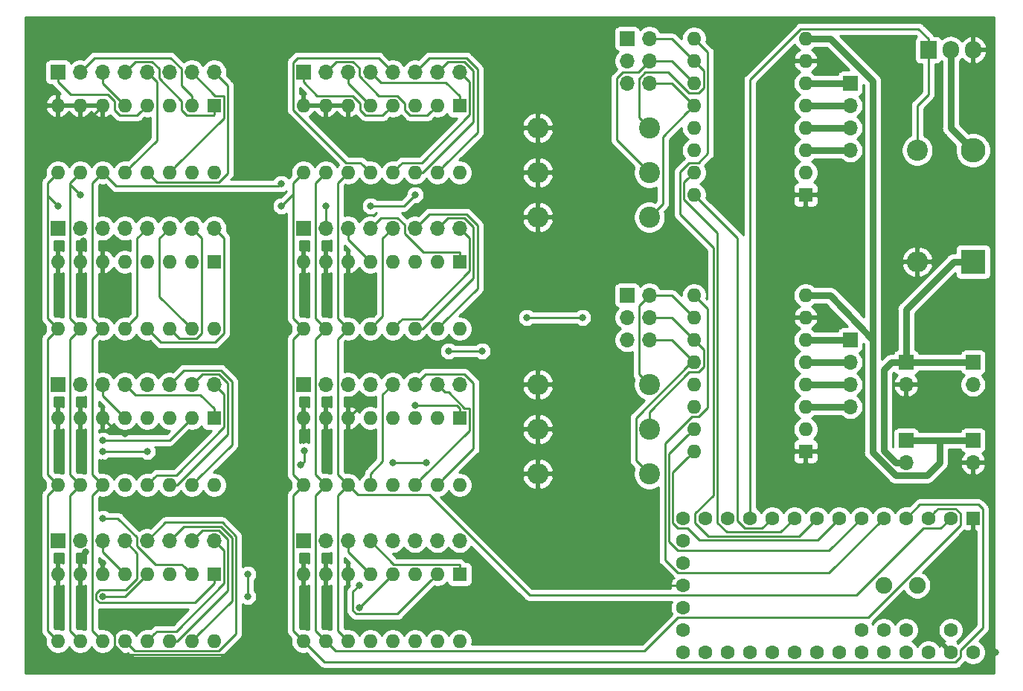
<source format=gbr>
G04 #@! TF.GenerationSoftware,KiCad,Pcbnew,5.1.5-52549c5~84~ubuntu18.04.1*
G04 #@! TF.CreationDate,2020-03-11T12:48:51+00:00*
G04 #@! TF.ProjectId,autopatzer,6175746f-7061-4747-9a65-722e6b696361,rev?*
G04 #@! TF.SameCoordinates,Original*
G04 #@! TF.FileFunction,Copper,L1,Top*
G04 #@! TF.FilePolarity,Positive*
%FSLAX46Y46*%
G04 Gerber Fmt 4.6, Leading zero omitted, Abs format (unit mm)*
G04 Created by KiCad (PCBNEW 5.1.5-52549c5~84~ubuntu18.04.1) date 2020-03-11 12:48:51*
%MOMM*%
%LPD*%
G04 APERTURE LIST*
%ADD10R,1.600000X1.600000*%
%ADD11O,1.600000X1.600000*%
%ADD12R,1.905000X2.000000*%
%ADD13O,1.905000X2.000000*%
%ADD14C,2.400000*%
%ADD15O,2.400000X2.400000*%
%ADD16C,1.900000*%
%ADD17C,1.600000*%
%ADD18R,1.700000X1.700000*%
%ADD19O,1.700000X1.700000*%
%ADD20R,2.800000X2.800000*%
%ADD21O,2.800000X2.800000*%
%ADD22C,0.800000*%
%ADD23C,0.250000*%
%ADD24C,0.800000*%
%ADD25C,0.254000*%
G04 APERTURE END LIST*
D10*
X208280000Y-74930000D03*
D11*
X195580000Y-57150000D03*
X208280000Y-72390000D03*
X195580000Y-59690000D03*
X208280000Y-69850000D03*
X195580000Y-62230000D03*
X208280000Y-67310000D03*
X195580000Y-64770000D03*
X208280000Y-64770000D03*
X195580000Y-67310000D03*
X208280000Y-62230000D03*
X195580000Y-69850000D03*
X208280000Y-59690000D03*
X195580000Y-72390000D03*
X208280000Y-57150000D03*
X195580000Y-74930000D03*
X195580000Y-45720000D03*
X208280000Y-27940000D03*
X195580000Y-43180000D03*
X208280000Y-30480000D03*
X195580000Y-40640000D03*
X208280000Y-33020000D03*
X195580000Y-38100000D03*
X208280000Y-35560000D03*
X195580000Y-35560000D03*
X208280000Y-38100000D03*
X195580000Y-33020000D03*
X208280000Y-40640000D03*
X195580000Y-30480000D03*
X208280000Y-43180000D03*
X195580000Y-27940000D03*
D10*
X208280000Y-45720000D03*
D12*
X222250000Y-29210000D03*
D13*
X224790000Y-29210000D03*
X227330000Y-29210000D03*
D14*
X190500000Y-67310000D03*
D15*
X177800000Y-67310000D03*
D14*
X190500000Y-72390000D03*
D15*
X177800000Y-72390000D03*
X177800000Y-77470000D03*
D14*
X190500000Y-77470000D03*
D15*
X177800000Y-38100000D03*
D14*
X190500000Y-38100000D03*
D15*
X177800000Y-43180000D03*
D14*
X190500000Y-43180000D03*
X190500000Y-48260000D03*
D15*
X177800000Y-48260000D03*
D14*
X220980000Y-40640000D03*
D15*
X220980000Y-53340000D03*
D16*
X220980000Y-90170000D03*
X217170000Y-90170000D03*
D10*
X227330000Y-82550000D03*
D17*
X224790000Y-82550000D03*
X222250000Y-82550000D03*
X219710000Y-82550000D03*
X217170000Y-82550000D03*
X214630000Y-82550000D03*
X212090000Y-82550000D03*
X209550000Y-82550000D03*
X207010000Y-82550000D03*
X204470000Y-82550000D03*
X201930000Y-82550000D03*
X199390000Y-82550000D03*
X196850000Y-82550000D03*
X214630000Y-95250000D03*
X217170000Y-95250000D03*
X219710000Y-95250000D03*
X224790000Y-95250000D03*
X227330000Y-97790000D03*
X224790000Y-97790000D03*
X222250000Y-97790000D03*
X219710000Y-97790000D03*
X217170000Y-97790000D03*
X214630000Y-97790000D03*
X212090000Y-97790000D03*
X209550000Y-97790000D03*
X207010000Y-97790000D03*
X204470000Y-97790000D03*
X201930000Y-97790000D03*
X199390000Y-97790000D03*
X196850000Y-97790000D03*
X194310000Y-82550000D03*
X194310000Y-85090000D03*
X194310000Y-87630000D03*
X194310000Y-97790000D03*
X194310000Y-95250000D03*
X194310000Y-92710000D03*
X194310000Y-90170000D03*
D11*
X168910000Y-43180000D03*
X151130000Y-35560000D03*
X166370000Y-43180000D03*
X153670000Y-35560000D03*
X163830000Y-43180000D03*
X156210000Y-35560000D03*
X161290000Y-43180000D03*
X158750000Y-35560000D03*
X158750000Y-43180000D03*
X161290000Y-35560000D03*
X156210000Y-43180000D03*
X163830000Y-35560000D03*
X153670000Y-43180000D03*
X166370000Y-35560000D03*
X151130000Y-43180000D03*
D10*
X168910000Y-35560000D03*
X140970000Y-88900000D03*
D11*
X123190000Y-96520000D03*
X138430000Y-88900000D03*
X125730000Y-96520000D03*
X135890000Y-88900000D03*
X128270000Y-96520000D03*
X133350000Y-88900000D03*
X130810000Y-96520000D03*
X130810000Y-88900000D03*
X133350000Y-96520000D03*
X128270000Y-88900000D03*
X135890000Y-96520000D03*
X125730000Y-88900000D03*
X138430000Y-96520000D03*
X123190000Y-88900000D03*
X140970000Y-96520000D03*
X140970000Y-78740000D03*
X123190000Y-71120000D03*
X138430000Y-78740000D03*
X125730000Y-71120000D03*
X135890000Y-78740000D03*
X128270000Y-71120000D03*
X133350000Y-78740000D03*
X130810000Y-71120000D03*
X130810000Y-78740000D03*
X133350000Y-71120000D03*
X128270000Y-78740000D03*
X135890000Y-71120000D03*
X125730000Y-78740000D03*
X138430000Y-71120000D03*
X123190000Y-78740000D03*
D10*
X140970000Y-71120000D03*
D11*
X168910000Y-60960000D03*
X151130000Y-53340000D03*
X166370000Y-60960000D03*
X153670000Y-53340000D03*
X163830000Y-60960000D03*
X156210000Y-53340000D03*
X161290000Y-60960000D03*
X158750000Y-53340000D03*
X158750000Y-60960000D03*
X161290000Y-53340000D03*
X156210000Y-60960000D03*
X163830000Y-53340000D03*
X153670000Y-60960000D03*
X166370000Y-53340000D03*
X151130000Y-60960000D03*
D10*
X168910000Y-53340000D03*
D11*
X168910000Y-96520000D03*
X151130000Y-88900000D03*
X166370000Y-96520000D03*
X153670000Y-88900000D03*
X163830000Y-96520000D03*
X156210000Y-88900000D03*
X161290000Y-96520000D03*
X158750000Y-88900000D03*
X158750000Y-96520000D03*
X161290000Y-88900000D03*
X156210000Y-96520000D03*
X163830000Y-88900000D03*
X153670000Y-96520000D03*
X166370000Y-88900000D03*
X151130000Y-96520000D03*
D10*
X168910000Y-88900000D03*
X140970000Y-53340000D03*
D11*
X123190000Y-60960000D03*
X138430000Y-53340000D03*
X125730000Y-60960000D03*
X135890000Y-53340000D03*
X128270000Y-60960000D03*
X133350000Y-53340000D03*
X130810000Y-60960000D03*
X130810000Y-53340000D03*
X133350000Y-60960000D03*
X128270000Y-53340000D03*
X135890000Y-60960000D03*
X125730000Y-53340000D03*
X138430000Y-60960000D03*
X123190000Y-53340000D03*
X140970000Y-60960000D03*
D10*
X168910000Y-71120000D03*
D11*
X151130000Y-78740000D03*
X166370000Y-71120000D03*
X153670000Y-78740000D03*
X163830000Y-71120000D03*
X156210000Y-78740000D03*
X161290000Y-71120000D03*
X158750000Y-78740000D03*
X158750000Y-71120000D03*
X161290000Y-78740000D03*
X156210000Y-71120000D03*
X163830000Y-78740000D03*
X153670000Y-71120000D03*
X166370000Y-78740000D03*
X151130000Y-71120000D03*
X168910000Y-78740000D03*
D10*
X140970000Y-35560000D03*
D11*
X123190000Y-43180000D03*
X138430000Y-35560000D03*
X125730000Y-43180000D03*
X135890000Y-35560000D03*
X128270000Y-43180000D03*
X133350000Y-35560000D03*
X130810000Y-43180000D03*
X130810000Y-35560000D03*
X133350000Y-43180000D03*
X128270000Y-35560000D03*
X135890000Y-43180000D03*
X125730000Y-35560000D03*
X138430000Y-43180000D03*
X123190000Y-35560000D03*
X140970000Y-43180000D03*
D18*
X151130000Y-31750000D03*
D19*
X153670000Y-31750000D03*
X156210000Y-31750000D03*
X158750000Y-31750000D03*
X161290000Y-31750000D03*
X163830000Y-31750000D03*
X166370000Y-31750000D03*
X168910000Y-31750000D03*
D18*
X123190000Y-85090000D03*
D19*
X125730000Y-85090000D03*
X128270000Y-85090000D03*
X130810000Y-85090000D03*
X133350000Y-85090000D03*
X135890000Y-85090000D03*
X138430000Y-85090000D03*
X140970000Y-85090000D03*
X140970000Y-67310000D03*
X138430000Y-67310000D03*
X135890000Y-67310000D03*
X133350000Y-67310000D03*
X130810000Y-67310000D03*
X128270000Y-67310000D03*
X125730000Y-67310000D03*
D18*
X123190000Y-67310000D03*
X151130000Y-49530000D03*
D19*
X153670000Y-49530000D03*
X156210000Y-49530000D03*
X158750000Y-49530000D03*
X161290000Y-49530000D03*
X163830000Y-49530000D03*
X166370000Y-49530000D03*
X168910000Y-49530000D03*
D18*
X151130000Y-85090000D03*
D19*
X153670000Y-85090000D03*
X156210000Y-85090000D03*
X158750000Y-85090000D03*
X161290000Y-85090000D03*
X163830000Y-85090000D03*
X166370000Y-85090000D03*
X168910000Y-85090000D03*
X140970000Y-49530000D03*
X138430000Y-49530000D03*
X135890000Y-49530000D03*
X133350000Y-49530000D03*
X130810000Y-49530000D03*
X128270000Y-49530000D03*
X125730000Y-49530000D03*
D18*
X123190000Y-49530000D03*
D19*
X168910000Y-67310000D03*
X166370000Y-67310000D03*
X163830000Y-67310000D03*
X161290000Y-67310000D03*
X158750000Y-67310000D03*
X156210000Y-67310000D03*
X153670000Y-67310000D03*
D18*
X151130000Y-67310000D03*
D19*
X140970000Y-31750000D03*
X138430000Y-31750000D03*
X135890000Y-31750000D03*
X133350000Y-31750000D03*
X130810000Y-31750000D03*
X128270000Y-31750000D03*
X125730000Y-31750000D03*
D18*
X123190000Y-31750000D03*
D19*
X213360000Y-69850000D03*
X213360000Y-67310000D03*
X213360000Y-64770000D03*
D18*
X213360000Y-62230000D03*
X227330000Y-73660000D03*
D19*
X227330000Y-76200000D03*
D18*
X213360000Y-33020000D03*
D19*
X213360000Y-35560000D03*
X213360000Y-38100000D03*
X213360000Y-40640000D03*
D18*
X219710000Y-64770000D03*
D19*
X219710000Y-67310000D03*
X227330000Y-67310000D03*
D18*
X227330000Y-64770000D03*
D19*
X219710000Y-76200000D03*
D18*
X219710000Y-73660000D03*
D19*
X190500000Y-62230000D03*
X187960000Y-62230000D03*
X190500000Y-59690000D03*
X187960000Y-59690000D03*
X190500000Y-57150000D03*
D18*
X187960000Y-57150000D03*
X187960000Y-27940000D03*
D19*
X190500000Y-27940000D03*
X187960000Y-30480000D03*
X190500000Y-30480000D03*
X187960000Y-33020000D03*
X190500000Y-33020000D03*
D20*
X227330000Y-53340000D03*
D21*
X227330000Y-40640000D03*
D22*
X177800000Y-90170000D03*
X177800000Y-92710000D03*
X153670000Y-93980000D03*
X151130000Y-93980000D03*
X151130000Y-93980000D03*
X151130000Y-92710000D03*
X148590000Y-92710000D03*
X125730000Y-92710000D03*
X123190000Y-92710000D03*
X128270000Y-93980000D03*
X123190000Y-74930000D03*
X125730000Y-74930000D03*
X126087538Y-51007231D03*
X151130000Y-39370000D03*
X147320000Y-53340000D03*
X157992653Y-69337347D03*
X157480000Y-64770000D03*
X151130000Y-73660000D03*
X153670000Y-74930000D03*
X120650000Y-55880000D03*
X128270000Y-55880000D03*
X229870000Y-97790000D03*
X128270000Y-87630000D03*
X126369999Y-86391116D03*
X128270000Y-76200000D03*
X130810000Y-76200000D03*
X130810000Y-72935000D03*
X167640000Y-63500000D03*
X171450000Y-63500000D03*
X182880000Y-59690000D03*
X176530000Y-59690000D03*
X144780000Y-88900000D03*
X144780000Y-91440000D03*
X165100000Y-76200000D03*
X161290000Y-76200000D03*
X151242154Y-74817846D03*
X150851848Y-76478152D03*
X128270000Y-91440000D03*
X128270000Y-82550000D03*
X128270000Y-73660000D03*
X128270000Y-74930000D03*
X133350000Y-74930000D03*
X153670000Y-46990000D03*
X158750000Y-46990000D03*
X163830000Y-45720000D03*
X157480000Y-92710000D03*
X157480000Y-90170000D03*
X163830000Y-69719997D03*
X148590000Y-44450000D03*
X125730000Y-45720000D03*
X123190000Y-46990000D03*
X148590000Y-46990000D03*
D23*
X194310000Y-90170000D02*
X191770000Y-90170000D01*
X177800000Y-77470000D02*
X177800000Y-90170000D01*
X153670000Y-88900000D02*
X153670000Y-93980000D01*
X151130000Y-88900000D02*
X151130000Y-92710000D01*
X125730000Y-88900000D02*
X125730000Y-92710000D01*
X123190000Y-88900000D02*
X123190000Y-91440000D01*
X129684999Y-95394999D02*
X128270000Y-93980000D01*
X129684999Y-97060001D02*
X129684999Y-95394999D01*
X130720008Y-98095010D02*
X129684999Y-97060001D01*
X148590000Y-92710000D02*
X143204990Y-98095010D01*
X143204990Y-98095010D02*
X130720008Y-98095010D01*
X123190000Y-71120000D02*
X123190000Y-74930000D01*
X156210000Y-71120000D02*
X157992653Y-69337347D01*
X151130000Y-71120000D02*
X151130000Y-73660000D01*
X128270000Y-35560000D02*
X120650000Y-43180000D01*
X120650000Y-43180000D02*
X120650000Y-55880000D01*
X128270000Y-88900000D02*
X128270000Y-87630000D01*
X128270000Y-76200000D02*
X130810000Y-76200000D01*
X130085000Y-72935000D02*
X128270000Y-71120000D01*
X130810000Y-72935000D02*
X130085000Y-72935000D01*
X196379999Y-57949999D02*
X195580000Y-57150000D01*
X196120001Y-70975001D02*
X197155010Y-69939992D01*
X195329997Y-70975001D02*
X196120001Y-70975001D01*
X192284981Y-74020017D02*
X195329997Y-70975001D01*
X192284981Y-87269983D02*
X192284981Y-74020017D01*
X197155010Y-69939992D02*
X197155010Y-58725010D01*
X193769999Y-88755001D02*
X192284981Y-87269983D01*
X197155010Y-58725010D02*
X196379999Y-57949999D01*
X210964999Y-88755001D02*
X193769999Y-88755001D01*
X217170000Y-82550000D02*
X210964999Y-88755001D01*
X167640000Y-63500000D02*
X171450000Y-63500000D01*
X182880000Y-59690000D02*
X176530000Y-59690000D01*
X144780000Y-88900000D02*
X144780000Y-91440000D01*
X165100000Y-76200000D02*
X161290000Y-76200000D01*
X151242154Y-74817846D02*
X151242154Y-76087846D01*
X151242154Y-76087846D02*
X150851848Y-76478152D01*
X193040000Y-57150000D02*
X195580000Y-59690000D01*
X190500000Y-57150000D02*
X193040000Y-57150000D01*
X189300001Y-58349999D02*
X189650001Y-57999999D01*
X189650001Y-57999999D02*
X190500000Y-57150000D01*
X189300001Y-66110001D02*
X189300001Y-58349999D01*
X190500000Y-67310000D02*
X189300001Y-66110001D01*
D24*
X208280000Y-69850000D02*
X213360000Y-69850000D01*
D23*
X193040000Y-59690000D02*
X195580000Y-62230000D01*
X190500000Y-59690000D02*
X193040000Y-59690000D01*
X196379999Y-63029999D02*
X195580000Y-62230000D01*
X196705001Y-63355001D02*
X196379999Y-63029999D01*
X196705001Y-65310001D02*
X196705001Y-63355001D01*
X196120001Y-65895001D02*
X196705001Y-65310001D01*
X195039999Y-65895001D02*
X196120001Y-65895001D01*
X190500000Y-70435000D02*
X195039999Y-65895001D01*
X190500000Y-72390000D02*
X190500000Y-70435000D01*
D24*
X208280000Y-67310000D02*
X213360000Y-67310000D01*
D23*
X193040000Y-62230000D02*
X195580000Y-64770000D01*
X190500000Y-62230000D02*
X193040000Y-62230000D01*
X195297002Y-64770000D02*
X195580000Y-64770000D01*
X188974999Y-71092003D02*
X195297002Y-64770000D01*
X188974999Y-75944999D02*
X188974999Y-71092003D01*
X190500000Y-77470000D02*
X188974999Y-75944999D01*
D24*
X208280000Y-64770000D02*
X213360000Y-64770000D01*
X208280000Y-62230000D02*
X213360000Y-62230000D01*
D23*
X192734990Y-75235010D02*
X194780001Y-73189999D01*
X194780001Y-73189999D02*
X195580000Y-72390000D01*
X192734990Y-85179992D02*
X192734990Y-75235010D01*
X193769999Y-86215001D02*
X192734990Y-85179992D01*
X210964999Y-86215001D02*
X193769999Y-86215001D01*
X214630000Y-82550000D02*
X210964999Y-86215001D01*
D24*
X208280000Y-57150000D02*
X211060002Y-57150000D01*
X218543693Y-77650001D02*
X222069999Y-77650001D01*
X215900000Y-61989998D02*
X215900000Y-75006308D01*
X215900000Y-75006308D02*
X218543693Y-77650001D01*
X223520000Y-76200000D02*
X223520000Y-73660000D01*
X219710000Y-73660000D02*
X223520000Y-73660000D01*
X222069999Y-77650001D02*
X223520000Y-76200000D01*
X223520000Y-73660000D02*
X227330000Y-73660000D01*
X211060002Y-27940000D02*
X215900000Y-32779998D01*
X215900000Y-32779998D02*
X215900000Y-62230000D01*
X211060002Y-57150000D02*
X215900000Y-62230000D01*
X208280000Y-27940000D02*
X211060002Y-27940000D01*
X215900000Y-62230000D02*
X215900000Y-61989998D01*
D23*
X194780001Y-75729999D02*
X195580000Y-74930000D01*
X193184999Y-77325001D02*
X194780001Y-75729999D01*
X193184999Y-83090001D02*
X193184999Y-77325001D01*
X193769999Y-83675001D02*
X193184999Y-83090001D01*
X194850001Y-83675001D02*
X193769999Y-83675001D01*
X196200028Y-85025028D02*
X194850001Y-83675001D01*
X209614972Y-85025028D02*
X196200028Y-85025028D01*
X212090000Y-82550000D02*
X209614972Y-85025028D01*
X200515001Y-82800003D02*
X200515001Y-50655001D01*
X196379999Y-46519999D02*
X195580000Y-45720000D01*
X201389999Y-83675001D02*
X200515001Y-82800003D01*
X203344999Y-83675001D02*
X201389999Y-83675001D01*
X200515001Y-50655001D02*
X196379999Y-46519999D01*
X204470000Y-82550000D02*
X203344999Y-83675001D01*
X194454999Y-46260001D02*
X194454999Y-44305001D01*
X198264999Y-50070001D02*
X194454999Y-46260001D01*
X198264999Y-83090001D02*
X198264999Y-50070001D01*
X194454999Y-44305001D02*
X194780001Y-43979999D01*
X205434990Y-84125010D02*
X199300008Y-84125010D01*
X194780001Y-43979999D02*
X195580000Y-43180000D01*
X199300008Y-84125010D02*
X198264999Y-83090001D01*
X207010000Y-82550000D02*
X205434990Y-84125010D01*
D24*
X208280000Y-33020000D02*
X213360000Y-33020000D01*
X208280000Y-35560000D02*
X213360000Y-35560000D01*
D23*
X193040000Y-33020000D02*
X195580000Y-35560000D01*
X190500000Y-33020000D02*
X193040000Y-33020000D01*
X192025001Y-39114999D02*
X194780001Y-36359999D01*
X192025001Y-46734999D02*
X192025001Y-39114999D01*
X194780001Y-36359999D02*
X195580000Y-35560000D01*
X190500000Y-48260000D02*
X192025001Y-46734999D01*
D24*
X208280000Y-38100000D02*
X213360000Y-38100000D01*
D23*
X193040000Y-30480000D02*
X195580000Y-33020000D01*
X190500000Y-30480000D02*
X193040000Y-30480000D01*
X189650001Y-31329999D02*
X190500000Y-30480000D01*
X189230000Y-31750000D02*
X189650001Y-31329999D01*
X187490998Y-31750000D02*
X189230000Y-31750000D01*
X186784999Y-32455999D02*
X187490998Y-31750000D01*
X186784999Y-39464999D02*
X186784999Y-32455999D01*
X190500000Y-43180000D02*
X186784999Y-39464999D01*
D24*
X208280000Y-40640000D02*
X213360000Y-40640000D01*
D23*
X193040000Y-27940000D02*
X195580000Y-30480000D01*
X190500000Y-27940000D02*
X193040000Y-27940000D01*
X196705001Y-33560001D02*
X196705001Y-31605001D01*
X196120001Y-34145001D02*
X196705001Y-33560001D01*
X196379999Y-31279999D02*
X195580000Y-30480000D01*
X195039999Y-34145001D02*
X196120001Y-34145001D01*
X192644998Y-31750000D02*
X195039999Y-34145001D01*
X190030998Y-31750000D02*
X192644998Y-31750000D01*
X196705001Y-31605001D02*
X196379999Y-31279999D01*
X189300001Y-32480997D02*
X190030998Y-31750000D01*
X189300001Y-36900001D02*
X189300001Y-32480997D01*
X190500000Y-38100000D02*
X189300001Y-36900001D01*
X196379999Y-28739999D02*
X195580000Y-27940000D01*
X197155010Y-29515010D02*
X196379999Y-28739999D01*
X196120001Y-42054999D02*
X197155010Y-41019990D01*
X194004989Y-43090009D02*
X195039999Y-42054999D01*
X197155010Y-41019990D02*
X197155010Y-29515010D01*
X197814989Y-51764989D02*
X194004989Y-47954989D01*
X197814989Y-79920009D02*
X197814989Y-51764989D01*
X195039999Y-42054999D02*
X196120001Y-42054999D01*
X195724999Y-82009999D02*
X197814989Y-79920009D01*
X194004989Y-47954989D02*
X194004989Y-43090009D01*
X195724999Y-83090001D02*
X195724999Y-82009999D01*
X197210017Y-84575019D02*
X195724999Y-83090001D01*
X207524981Y-84575019D02*
X197210017Y-84575019D01*
X209550000Y-82550000D02*
X207524981Y-84575019D01*
D24*
X219710000Y-64770000D02*
X227330000Y-64770000D01*
X218507919Y-76200000D02*
X217170000Y-74862081D01*
X219710000Y-76200000D02*
X218507919Y-76200000D01*
X218060000Y-64770000D02*
X219710000Y-64770000D01*
X217170000Y-65660000D02*
X218060000Y-64770000D01*
X217170000Y-74862081D02*
X217170000Y-65660000D01*
X219710000Y-58760000D02*
X225130000Y-53340000D01*
X225130000Y-53340000D02*
X227330000Y-53340000D01*
X219710000Y-64770000D02*
X219710000Y-58760000D01*
X224790000Y-38100000D02*
X227330000Y-40640000D01*
X224790000Y-29210000D02*
X224790000Y-38100000D01*
D23*
X160164999Y-36685001D02*
X160490001Y-36359999D01*
X157624999Y-35309997D02*
X157624999Y-36100001D01*
X158209999Y-36685001D02*
X160164999Y-36685001D01*
X157624999Y-36100001D02*
X158209999Y-36685001D01*
X156750001Y-34434999D02*
X157624999Y-35309997D01*
X152714999Y-34434999D02*
X156750001Y-34434999D01*
X151130000Y-32850000D02*
X152714999Y-34434999D01*
X160490001Y-36359999D02*
X161290000Y-35560000D01*
X151130000Y-31750000D02*
X151130000Y-32850000D01*
X156774001Y-30574999D02*
X157480000Y-31280998D01*
X153670000Y-31750000D02*
X154845001Y-30574999D01*
X154845001Y-30574999D02*
X156774001Y-30574999D01*
X163289999Y-36685001D02*
X165244999Y-36685001D01*
X162704999Y-36100001D02*
X163289999Y-36685001D01*
X162704999Y-35309997D02*
X162704999Y-36100001D01*
X165244999Y-36685001D02*
X165570001Y-36359999D01*
X157480000Y-32219002D02*
X159695997Y-34434999D01*
X165570001Y-36359999D02*
X166370000Y-35560000D01*
X161830001Y-34434999D02*
X162704999Y-35309997D01*
X159695997Y-34434999D02*
X161830001Y-34434999D01*
X157480000Y-31280998D02*
X157480000Y-32219002D01*
X156210000Y-33020000D02*
X158750000Y-35560000D01*
X156210000Y-31750000D02*
X156210000Y-33020000D01*
X168910000Y-34510000D02*
X168910000Y-35560000D01*
X167325001Y-32925001D02*
X168910000Y-34510000D01*
X159925001Y-32925001D02*
X167325001Y-32925001D01*
X158750000Y-31750000D02*
X159925001Y-32925001D01*
X157624999Y-42054999D02*
X157950001Y-42380001D01*
X155959997Y-42054999D02*
X157624999Y-42054999D01*
X149954999Y-36050001D02*
X155959997Y-42054999D01*
X149954999Y-30639999D02*
X149954999Y-36050001D01*
X150470009Y-30124989D02*
X149954999Y-30639999D01*
X157950001Y-42380001D02*
X158750000Y-43180000D01*
X159664989Y-30124989D02*
X150470009Y-30124989D01*
X161290000Y-31750000D02*
X159664989Y-30124989D01*
X167169999Y-42380001D02*
X166370000Y-43180000D01*
X170935020Y-38614980D02*
X167169999Y-42380001D01*
X170935020Y-31399608D02*
X170935020Y-38614980D01*
X169660402Y-30124990D02*
X170935020Y-31399608D01*
X165455010Y-30124990D02*
X169660402Y-30124990D01*
X163830000Y-31750000D02*
X165455010Y-30124990D01*
X164704998Y-43180000D02*
X163830000Y-43180000D01*
X170485010Y-37399988D02*
X164704998Y-43180000D01*
X170485010Y-31586008D02*
X170485010Y-37399988D01*
X169474001Y-30574999D02*
X170485010Y-31586008D01*
X167545001Y-30574999D02*
X169474001Y-30574999D01*
X166370000Y-31750000D02*
X167545001Y-30574999D01*
X162089999Y-42380001D02*
X161290000Y-43180000D01*
X162415001Y-42054999D02*
X162089999Y-42380001D01*
X164600003Y-42054999D02*
X162415001Y-42054999D01*
X170035001Y-36620001D02*
X164600003Y-42054999D01*
X170035001Y-32875001D02*
X170035001Y-36620001D01*
X168910000Y-31750000D02*
X170035001Y-32875001D01*
X130810000Y-91440000D02*
X133350000Y-88900000D01*
X128270000Y-91440000D02*
X130810000Y-91440000D01*
X137630001Y-88100001D02*
X138430000Y-88900000D01*
X134295997Y-87774999D02*
X137304999Y-87774999D01*
X132174999Y-85654001D02*
X134295997Y-87774999D01*
X132174999Y-84715997D02*
X132174999Y-85654001D01*
X137304999Y-87774999D02*
X137630001Y-88100001D01*
X130009002Y-82550000D02*
X132174999Y-84715997D01*
X128270000Y-82550000D02*
X130009002Y-82550000D01*
X128270000Y-86360000D02*
X130810000Y-88900000D01*
X128270000Y-85090000D02*
X128270000Y-86360000D01*
X140970000Y-89950000D02*
X140970000Y-88900000D01*
X138754999Y-92165001D02*
X140970000Y-89950000D01*
X127921999Y-92165001D02*
X138754999Y-92165001D01*
X127544999Y-91788001D02*
X127921999Y-92165001D01*
X127544999Y-91091999D02*
X127544999Y-91788001D01*
X127921999Y-90714999D02*
X127544999Y-91091999D01*
X130898591Y-90714999D02*
X127921999Y-90714999D01*
X132224999Y-89388591D02*
X130898591Y-90714999D01*
X132224999Y-86504999D02*
X132224999Y-89388591D01*
X130810000Y-85090000D02*
X132224999Y-86504999D01*
X131935001Y-97645001D02*
X131609999Y-97319999D01*
X141510001Y-97645001D02*
X131935001Y-97645001D01*
X143445030Y-95709972D02*
X141510001Y-97645001D01*
X143445030Y-84553208D02*
X143445030Y-95709972D01*
X131609999Y-97319999D02*
X130810000Y-96520000D01*
X141906803Y-83014981D02*
X143445030Y-84553208D01*
X135425019Y-83014981D02*
X141906803Y-83014981D01*
X133350000Y-85090000D02*
X135425019Y-83014981D01*
X139229999Y-95720001D02*
X138430000Y-96520000D01*
X142995020Y-91954980D02*
X139229999Y-95720001D01*
X141720402Y-83464990D02*
X142995020Y-84739608D01*
X142995020Y-84739608D02*
X142995020Y-91954980D01*
X137515010Y-83464990D02*
X141720402Y-83464990D01*
X135890000Y-85090000D02*
X137515010Y-83464990D01*
X136764998Y-96520000D02*
X135890000Y-96520000D01*
X142545010Y-90739988D02*
X136764998Y-96520000D01*
X142545010Y-84926008D02*
X142545010Y-90739988D01*
X141534001Y-83914999D02*
X142545010Y-84926008D01*
X139605001Y-83914999D02*
X141534001Y-83914999D01*
X138430000Y-85090000D02*
X139605001Y-83914999D01*
X134149999Y-95720001D02*
X133350000Y-96520000D01*
X134475001Y-95394999D02*
X134149999Y-95720001D01*
X142095001Y-89960001D02*
X136660003Y-95394999D01*
X142095001Y-86215001D02*
X142095001Y-89960001D01*
X136660003Y-95394999D02*
X134475001Y-95394999D01*
X140970000Y-85090000D02*
X142095001Y-86215001D01*
X134475001Y-77614999D02*
X134149999Y-77940001D01*
X134149999Y-77940001D02*
X133350000Y-78740000D01*
X136660003Y-77614999D02*
X134475001Y-77614999D01*
X142095001Y-68435001D02*
X142095001Y-72180001D01*
X142095001Y-72180001D02*
X136660003Y-77614999D01*
X140970000Y-67310000D02*
X142095001Y-68435001D01*
X136764998Y-78740000D02*
X135890000Y-78740000D01*
X142545010Y-67146008D02*
X142545010Y-72959988D01*
X141534001Y-66134999D02*
X142545010Y-67146008D01*
X139605001Y-66134999D02*
X141534001Y-66134999D01*
X142545010Y-72959988D02*
X136764998Y-78740000D01*
X138430000Y-67310000D02*
X139605001Y-66134999D01*
X139229999Y-77940001D02*
X138430000Y-78740000D01*
X142995020Y-74174980D02*
X139229999Y-77940001D01*
X142995020Y-66959608D02*
X142995020Y-74174980D01*
X141720402Y-65684990D02*
X142995020Y-66959608D01*
X137515010Y-65684990D02*
X141720402Y-65684990D01*
X135890000Y-67310000D02*
X137515010Y-65684990D01*
X140970000Y-70070000D02*
X140970000Y-71120000D01*
X139385001Y-68485001D02*
X140970000Y-70070000D01*
X131985001Y-68485001D02*
X139385001Y-68485001D01*
X130810000Y-67310000D02*
X131985001Y-68485001D01*
X128270000Y-68580000D02*
X130810000Y-71120000D01*
X128270000Y-67310000D02*
X128270000Y-68580000D01*
X135890000Y-73660000D02*
X138430000Y-71120000D01*
X128270000Y-73660000D02*
X135890000Y-73660000D01*
X128270000Y-74930000D02*
X133350000Y-74930000D01*
X153670000Y-49530000D02*
X153670000Y-46990000D01*
X158750000Y-46990000D02*
X162560000Y-46990000D01*
X162560000Y-46990000D02*
X163830000Y-45720000D01*
X156210000Y-50800000D02*
X158750000Y-53340000D01*
X156210000Y-49530000D02*
X156210000Y-50800000D01*
X168910000Y-52290000D02*
X168910000Y-53340000D01*
X168834999Y-52214999D02*
X168910000Y-52290000D01*
X164775997Y-52214999D02*
X168834999Y-52214999D01*
X162654999Y-50094001D02*
X164775997Y-52214999D01*
X162654999Y-49155997D02*
X162654999Y-50094001D01*
X161854001Y-48354999D02*
X162654999Y-49155997D01*
X159925001Y-48354999D02*
X161854001Y-48354999D01*
X158750000Y-49530000D02*
X159925001Y-48354999D01*
X160164999Y-59545001D02*
X159549999Y-60160001D01*
X160164999Y-50655001D02*
X160164999Y-59545001D01*
X159549999Y-60160001D02*
X158750000Y-60960000D01*
X161290000Y-49530000D02*
X160164999Y-50655001D01*
X170935020Y-49179608D02*
X170935020Y-56394980D01*
X170935020Y-56394980D02*
X167169999Y-60160001D01*
X169660402Y-47904990D02*
X170935020Y-49179608D01*
X165455010Y-47904990D02*
X169660402Y-47904990D01*
X167169999Y-60160001D02*
X166370000Y-60960000D01*
X163830000Y-49530000D02*
X165455010Y-47904990D01*
X164704998Y-60960000D02*
X163830000Y-60960000D01*
X170485010Y-55179988D02*
X164704998Y-60960000D01*
X170485010Y-49366008D02*
X170485010Y-55179988D01*
X169474001Y-48354999D02*
X170485010Y-49366008D01*
X167545001Y-48354999D02*
X169474001Y-48354999D01*
X166370000Y-49530000D02*
X167545001Y-48354999D01*
X162089999Y-60160001D02*
X161290000Y-60960000D01*
X162415001Y-59834999D02*
X162089999Y-60160001D01*
X164600003Y-59834999D02*
X162415001Y-59834999D01*
X170035001Y-54400001D02*
X164600003Y-59834999D01*
X170035001Y-50655001D02*
X170035001Y-54400001D01*
X168910000Y-49530000D02*
X170035001Y-50655001D01*
X157480000Y-92710000D02*
X161290000Y-88900000D01*
X165570001Y-89699999D02*
X166370000Y-88900000D01*
X161834999Y-93435001D02*
X165570001Y-89699999D01*
X157131999Y-93435001D02*
X161834999Y-93435001D01*
X156754999Y-93058001D02*
X157131999Y-93435001D01*
X156754999Y-90895001D02*
X156754999Y-93058001D01*
X157480000Y-90170000D02*
X156754999Y-90895001D01*
X156210000Y-86360000D02*
X158750000Y-88900000D01*
X156210000Y-85090000D02*
X156210000Y-86360000D01*
X168910000Y-87850000D02*
X168910000Y-88900000D01*
X168834999Y-87774999D02*
X168910000Y-87850000D01*
X161434999Y-87774999D02*
X168834999Y-87774999D01*
X158750000Y-85090000D02*
X161434999Y-87774999D01*
X134149999Y-61759999D02*
X133350000Y-60960000D01*
X134925010Y-62535010D02*
X134149999Y-61759999D01*
X141059992Y-62535010D02*
X134925010Y-62535010D01*
X142095001Y-61500001D02*
X141059992Y-62535010D01*
X142095001Y-50655001D02*
X142095001Y-61500001D01*
X140970000Y-49530000D02*
X142095001Y-50655001D01*
X139279999Y-50379999D02*
X138430000Y-49530000D01*
X139555001Y-50655001D02*
X139279999Y-50379999D01*
X139555001Y-61500001D02*
X139555001Y-50655001D01*
X138970001Y-62085001D02*
X139555001Y-61500001D01*
X137015001Y-62085001D02*
X138970001Y-62085001D01*
X135890000Y-60960000D02*
X137015001Y-62085001D01*
X137630001Y-60160001D02*
X138430000Y-60960000D01*
X134764999Y-57294999D02*
X137630001Y-60160001D01*
X134764999Y-50655001D02*
X134764999Y-57294999D01*
X135890000Y-49530000D02*
X134764999Y-50655001D01*
X131609999Y-60160001D02*
X130810000Y-60960000D01*
X132224999Y-59545001D02*
X131609999Y-60160001D01*
X132224999Y-50655001D02*
X132224999Y-59545001D01*
X133350000Y-49530000D02*
X132224999Y-50655001D01*
X164629999Y-77940001D02*
X163830000Y-78740000D01*
X170035001Y-72534999D02*
X164629999Y-77940001D01*
X170035001Y-70059999D02*
X170035001Y-72534999D01*
X169970001Y-69994999D02*
X170035001Y-70059999D01*
X167636409Y-68159999D02*
X169471409Y-69994999D01*
X167219999Y-68159999D02*
X167636409Y-68159999D01*
X169471409Y-69994999D02*
X169970001Y-69994999D01*
X166370000Y-67310000D02*
X167219999Y-68159999D01*
X167169999Y-77940001D02*
X166370000Y-78740000D01*
X170485010Y-67146008D02*
X170485010Y-74624990D01*
X170485010Y-74624990D02*
X167169999Y-77940001D01*
X169474001Y-66134999D02*
X170485010Y-67146008D01*
X165005001Y-66134999D02*
X169474001Y-66134999D01*
X163830000Y-67310000D02*
X165005001Y-66134999D01*
X160164999Y-68435001D02*
X160164999Y-76055001D01*
X161290000Y-67310000D02*
X160164999Y-68435001D01*
X158750000Y-77608630D02*
X158750000Y-78740000D01*
X158750000Y-77470000D02*
X158750000Y-77608630D01*
X160164999Y-76055001D02*
X158750000Y-77470000D01*
X168910000Y-70070000D02*
X168910000Y-71120000D01*
X168559997Y-69719997D02*
X168910000Y-70070000D01*
X163830000Y-69719997D02*
X168559997Y-69719997D01*
X134149999Y-43979999D02*
X133350000Y-43180000D01*
X134475001Y-44305001D02*
X134149999Y-43979999D01*
X141510001Y-44305001D02*
X134475001Y-44305001D01*
X142545011Y-43269991D02*
X141510001Y-44305001D01*
X142545011Y-33325011D02*
X142545011Y-43269991D01*
X140970000Y-31750000D02*
X142545011Y-33325011D01*
X136689999Y-42380001D02*
X135890000Y-43180000D01*
X142095001Y-34499999D02*
X142095001Y-36974999D01*
X142030001Y-34434999D02*
X142095001Y-34499999D01*
X141114999Y-34434999D02*
X142030001Y-34434999D01*
X142095001Y-36974999D02*
X136689999Y-42380001D01*
X138430000Y-31750000D02*
X141114999Y-34434999D01*
X131609999Y-42380001D02*
X130810000Y-43180000D01*
X134475001Y-39514999D02*
X131609999Y-42380001D01*
X134475001Y-32875001D02*
X134475001Y-39514999D01*
X133350000Y-31750000D02*
X134475001Y-32875001D01*
X140970000Y-36610000D02*
X140970000Y-35560000D01*
X137889999Y-36685001D02*
X140894999Y-36685001D01*
X137304999Y-36100001D02*
X137889999Y-36685001D01*
X137304999Y-35068589D02*
X137304999Y-36100001D01*
X140894999Y-36685001D02*
X140970000Y-36610000D01*
X134714999Y-32478589D02*
X137304999Y-35068589D01*
X134714999Y-31375997D02*
X134714999Y-32478589D01*
X133914001Y-30574999D02*
X134714999Y-31375997D01*
X131985001Y-30574999D02*
X133914001Y-30574999D01*
X130810000Y-31750000D02*
X131985001Y-30574999D01*
X128270000Y-33020000D02*
X130810000Y-35560000D01*
X128270000Y-31750000D02*
X128270000Y-33020000D01*
X138430000Y-34428630D02*
X138430000Y-35560000D01*
X137254999Y-33253629D02*
X138430000Y-34428630D01*
X137254999Y-31375997D02*
X137254999Y-33253629D01*
X136003992Y-30124990D02*
X137254999Y-31375997D01*
X127355010Y-30124990D02*
X136003992Y-30124990D01*
X125730000Y-31750000D02*
X127355010Y-30124990D01*
X132550001Y-36359999D02*
X133350000Y-35560000D01*
X132224999Y-36685001D02*
X132550001Y-36359999D01*
X130269999Y-36685001D02*
X132224999Y-36685001D01*
X129684999Y-35071409D02*
X129684999Y-36100001D01*
X128903590Y-34290000D02*
X129684999Y-35071409D01*
X124630000Y-34290000D02*
X128903590Y-34290000D01*
X129684999Y-36100001D02*
X130269999Y-36685001D01*
X123190000Y-32850000D02*
X124630000Y-34290000D01*
X123190000Y-31750000D02*
X123190000Y-32850000D01*
X222250000Y-29210000D02*
X222250000Y-34290000D01*
X220980000Y-35560000D02*
X220980000Y-40640000D01*
X222250000Y-34290000D02*
X220980000Y-35560000D01*
X222250000Y-27960000D02*
X222250000Y-29210000D01*
X221104999Y-26814999D02*
X222250000Y-27960000D01*
X207739999Y-26814999D02*
X221104999Y-26814999D01*
X201930000Y-32624998D02*
X207739999Y-26814999D01*
X201930000Y-82550000D02*
X201930000Y-32624998D01*
X127470001Y-60160001D02*
X128270000Y-60960000D01*
X127094999Y-59784999D02*
X127470001Y-60160001D01*
X127094999Y-44355001D02*
X127094999Y-59784999D01*
X128270000Y-43180000D02*
X127094999Y-44355001D01*
X127094999Y-77564999D02*
X127470001Y-77940001D01*
X127094999Y-62135001D02*
X127094999Y-77564999D01*
X127470001Y-77940001D02*
X128270000Y-78740000D01*
X128270000Y-60960000D02*
X127094999Y-62135001D01*
X127470001Y-95720001D02*
X128270000Y-96520000D01*
X127094999Y-79915001D02*
X127094999Y-95344999D01*
X127094999Y-95344999D02*
X127470001Y-95720001D01*
X128270000Y-78740000D02*
X127094999Y-79915001D01*
X155034999Y-59784999D02*
X155410001Y-60160001D01*
X155410001Y-60160001D02*
X156210000Y-60960000D01*
X155034999Y-44355001D02*
X155034999Y-59784999D01*
X156210000Y-43180000D02*
X155034999Y-44355001D01*
X155410001Y-77940001D02*
X156210000Y-78740000D01*
X155034999Y-77564999D02*
X155410001Y-77940001D01*
X155034999Y-62135001D02*
X155034999Y-77564999D01*
X156210000Y-60960000D02*
X155034999Y-62135001D01*
X155410001Y-95720001D02*
X156210000Y-96520000D01*
X155034999Y-95344999D02*
X155410001Y-95720001D01*
X155034999Y-79915001D02*
X155034999Y-95344999D01*
X156210000Y-78740000D02*
X155034999Y-79915001D01*
X157009999Y-79539999D02*
X156210000Y-78740000D01*
X157335001Y-79865001D02*
X157009999Y-79539999D01*
X165424003Y-79865001D02*
X157335001Y-79865001D01*
X176854003Y-91295001D02*
X165424003Y-79865001D01*
X214089999Y-91295001D02*
X176854003Y-91295001D01*
X221709999Y-83675001D02*
X214089999Y-91295001D01*
X223664999Y-83675001D02*
X221709999Y-83675001D01*
X224790000Y-82550000D02*
X223664999Y-83675001D01*
X148284990Y-44755010D02*
X148590000Y-44450000D01*
X128270000Y-43180000D02*
X129845010Y-44755010D01*
X129845010Y-44755010D02*
X148284990Y-44755010D01*
X124930001Y-60160001D02*
X125730000Y-60960000D01*
X124554999Y-59784999D02*
X124930001Y-60160001D01*
X124554999Y-44355001D02*
X124554999Y-59784999D01*
X125730000Y-43180000D02*
X124554999Y-44355001D01*
X124554999Y-77564999D02*
X124930001Y-77940001D01*
X124554999Y-62135001D02*
X124554999Y-77564999D01*
X124930001Y-77940001D02*
X125730000Y-78740000D01*
X125730000Y-60960000D02*
X124554999Y-62135001D01*
X124554999Y-95344999D02*
X124930001Y-95720001D01*
X124554999Y-79915001D02*
X124554999Y-95344999D01*
X124930001Y-95720001D02*
X125730000Y-96520000D01*
X125730000Y-78740000D02*
X124554999Y-79915001D01*
X152870001Y-60160001D02*
X153670000Y-60960000D01*
X152494999Y-59784999D02*
X152870001Y-60160001D01*
X152494999Y-44355001D02*
X152494999Y-59784999D01*
X153670000Y-43180000D02*
X152494999Y-44355001D01*
X152870001Y-77940001D02*
X153670000Y-78740000D01*
X152494999Y-77564999D02*
X152870001Y-77940001D01*
X152494999Y-62135001D02*
X152494999Y-77564999D01*
X153670000Y-60960000D02*
X152494999Y-62135001D01*
X152870001Y-95720001D02*
X153670000Y-96520000D01*
X152494999Y-95344999D02*
X152870001Y-95720001D01*
X152494999Y-79915001D02*
X152494999Y-95344999D01*
X153670000Y-78740000D02*
X152494999Y-79915001D01*
X223049999Y-81750001D02*
X222250000Y-82550000D01*
X225915001Y-82009999D02*
X225330001Y-81424999D01*
X225330001Y-81424999D02*
X223375001Y-81424999D01*
X225915001Y-83312001D02*
X225915001Y-82009999D01*
X215392001Y-93835001D02*
X225915001Y-83312001D01*
X223375001Y-81424999D02*
X223049999Y-81750001D01*
X193769999Y-93835001D02*
X215392001Y-93835001D01*
X189959999Y-97645001D02*
X193769999Y-93835001D01*
X154795001Y-97645001D02*
X189959999Y-97645001D01*
X153670000Y-96520000D02*
X154795001Y-97645001D01*
X124554999Y-44355001D02*
X124554999Y-44544999D01*
X124554999Y-44544999D02*
X125730000Y-45720000D01*
X122390001Y-60160001D02*
X123190000Y-60960000D01*
X122014999Y-59784999D02*
X122390001Y-60160001D01*
X123190000Y-43180000D02*
X122014999Y-44355001D01*
X122390001Y-77940001D02*
X123190000Y-78740000D01*
X122014999Y-77564999D02*
X122390001Y-77940001D01*
X122014999Y-62135001D02*
X122014999Y-77564999D01*
X123190000Y-60960000D02*
X122014999Y-62135001D01*
X122014999Y-95344999D02*
X122390001Y-95720001D01*
X122014999Y-79915001D02*
X122014999Y-95344999D01*
X122390001Y-95720001D02*
X123190000Y-96520000D01*
X123190000Y-78740000D02*
X122014999Y-79915001D01*
X150330001Y-60160001D02*
X151130000Y-60960000D01*
X149954999Y-44355001D02*
X149954999Y-59784999D01*
X149954999Y-59784999D02*
X150330001Y-60160001D01*
X151130000Y-43180000D02*
X149954999Y-44355001D01*
X150330001Y-77940001D02*
X151130000Y-78740000D01*
X149954999Y-77564999D02*
X150330001Y-77940001D01*
X149954999Y-62135001D02*
X149954999Y-77564999D01*
X151130000Y-60960000D02*
X149954999Y-62135001D01*
X149954999Y-95344999D02*
X150330001Y-95720001D01*
X150330001Y-95720001D02*
X151130000Y-96520000D01*
X149954999Y-79915001D02*
X149954999Y-95344999D01*
X151130000Y-78740000D02*
X149954999Y-79915001D01*
X151929999Y-97319999D02*
X151130000Y-96520000D01*
X225915001Y-98330001D02*
X225330001Y-98915001D01*
X153525001Y-98915001D02*
X151929999Y-97319999D01*
X225915001Y-97539997D02*
X225915001Y-98330001D01*
X228455001Y-94999997D02*
X225915001Y-97539997D01*
X225330001Y-98915001D02*
X153525001Y-98915001D01*
X227939992Y-80974990D02*
X228455001Y-81489999D01*
X228455001Y-81489999D02*
X228455001Y-94999997D01*
X221285010Y-80974990D02*
X227939992Y-80974990D01*
X219710000Y-82550000D02*
X221285010Y-80974990D01*
X122014999Y-45625001D02*
X122014999Y-59784999D01*
X122014999Y-45814999D02*
X123190000Y-46990000D01*
X122014999Y-45625001D02*
X122014999Y-45814999D01*
X122014999Y-44355001D02*
X122014999Y-45625001D01*
X148590000Y-46990000D02*
X149860000Y-45720000D01*
D25*
G36*
X229743000Y-100203000D02*
G01*
X119507000Y-100203000D01*
X119507000Y-44355001D01*
X121251323Y-44355001D01*
X121254999Y-44392324D01*
X121255000Y-45587659D01*
X121254999Y-45587669D01*
X121254999Y-45777676D01*
X121251323Y-45814999D01*
X121254999Y-45852322D01*
X121255000Y-59747667D01*
X121251323Y-59784999D01*
X121265997Y-59933984D01*
X121309453Y-60077245D01*
X121380025Y-60209275D01*
X121449561Y-60294004D01*
X121474999Y-60325000D01*
X121503997Y-60348798D01*
X121791312Y-60636113D01*
X121755000Y-60818665D01*
X121755000Y-61101335D01*
X121791312Y-61283886D01*
X121504002Y-61571197D01*
X121474998Y-61595000D01*
X121428053Y-61652203D01*
X121380025Y-61710725D01*
X121336450Y-61792247D01*
X121309453Y-61842755D01*
X121265996Y-61986016D01*
X121254999Y-62097669D01*
X121254999Y-62097679D01*
X121251323Y-62135001D01*
X121254999Y-62172323D01*
X121255000Y-77527666D01*
X121251323Y-77564999D01*
X121265997Y-77713984D01*
X121309453Y-77857245D01*
X121380025Y-77989275D01*
X121449560Y-78074003D01*
X121474999Y-78105000D01*
X121503997Y-78128798D01*
X121791312Y-78416113D01*
X121755000Y-78598665D01*
X121755000Y-78881335D01*
X121791312Y-79063886D01*
X121504002Y-79351197D01*
X121474998Y-79375000D01*
X121438292Y-79419727D01*
X121380025Y-79490725D01*
X121336179Y-79572754D01*
X121309453Y-79622755D01*
X121265996Y-79766016D01*
X121254999Y-79877669D01*
X121254999Y-79877679D01*
X121251323Y-79915001D01*
X121254999Y-79952323D01*
X121255000Y-95307666D01*
X121251323Y-95344999D01*
X121265997Y-95493984D01*
X121309453Y-95637245D01*
X121380025Y-95769275D01*
X121451200Y-95856001D01*
X121474999Y-95885000D01*
X121503997Y-95908798D01*
X121791312Y-96196113D01*
X121755000Y-96378665D01*
X121755000Y-96661335D01*
X121810147Y-96938574D01*
X121918320Y-97199727D01*
X122075363Y-97434759D01*
X122275241Y-97634637D01*
X122510273Y-97791680D01*
X122771426Y-97899853D01*
X123048665Y-97955000D01*
X123331335Y-97955000D01*
X123608574Y-97899853D01*
X123869727Y-97791680D01*
X124104759Y-97634637D01*
X124304637Y-97434759D01*
X124460000Y-97202241D01*
X124615363Y-97434759D01*
X124815241Y-97634637D01*
X125050273Y-97791680D01*
X125311426Y-97899853D01*
X125588665Y-97955000D01*
X125871335Y-97955000D01*
X126148574Y-97899853D01*
X126409727Y-97791680D01*
X126644759Y-97634637D01*
X126844637Y-97434759D01*
X127000000Y-97202241D01*
X127155363Y-97434759D01*
X127355241Y-97634637D01*
X127590273Y-97791680D01*
X127851426Y-97899853D01*
X128128665Y-97955000D01*
X128411335Y-97955000D01*
X128688574Y-97899853D01*
X128949727Y-97791680D01*
X129184759Y-97634637D01*
X129384637Y-97434759D01*
X129540000Y-97202241D01*
X129695363Y-97434759D01*
X129895241Y-97634637D01*
X130130273Y-97791680D01*
X130391426Y-97899853D01*
X130668665Y-97955000D01*
X130951335Y-97955000D01*
X131133887Y-97918688D01*
X131371197Y-98155998D01*
X131395000Y-98185002D01*
X131510725Y-98279975D01*
X131642754Y-98350547D01*
X131786015Y-98394004D01*
X131897668Y-98405001D01*
X131897677Y-98405001D01*
X131935000Y-98408677D01*
X131972323Y-98405001D01*
X141472679Y-98405001D01*
X141510001Y-98408677D01*
X141547323Y-98405001D01*
X141547334Y-98405001D01*
X141658987Y-98394004D01*
X141802248Y-98350547D01*
X141934277Y-98279975D01*
X142050002Y-98185002D01*
X142073805Y-98155998D01*
X143956033Y-96273771D01*
X143985031Y-96249973D01*
X144080004Y-96134248D01*
X144150576Y-96002219D01*
X144194033Y-95858958D01*
X144205030Y-95747305D01*
X144205030Y-95747296D01*
X144208706Y-95709973D01*
X144205030Y-95672650D01*
X144205030Y-92300601D01*
X144289744Y-92357205D01*
X144478102Y-92435226D01*
X144678061Y-92475000D01*
X144881939Y-92475000D01*
X145081898Y-92435226D01*
X145270256Y-92357205D01*
X145439774Y-92243937D01*
X145583937Y-92099774D01*
X145697205Y-91930256D01*
X145775226Y-91741898D01*
X145815000Y-91541939D01*
X145815000Y-91338061D01*
X145775226Y-91138102D01*
X145697205Y-90949744D01*
X145583937Y-90780226D01*
X145540000Y-90736289D01*
X145540000Y-89603711D01*
X145583937Y-89559774D01*
X145697205Y-89390256D01*
X145775226Y-89201898D01*
X145815000Y-89001939D01*
X145815000Y-88798061D01*
X145775226Y-88598102D01*
X145697205Y-88409744D01*
X145583937Y-88240226D01*
X145439774Y-88096063D01*
X145270256Y-87982795D01*
X145081898Y-87904774D01*
X144881939Y-87865000D01*
X144678061Y-87865000D01*
X144478102Y-87904774D01*
X144289744Y-87982795D01*
X144205030Y-88039399D01*
X144205030Y-84590530D01*
X144208706Y-84553207D01*
X144205030Y-84515884D01*
X144205030Y-84515875D01*
X144194033Y-84404222D01*
X144150576Y-84260961D01*
X144080004Y-84128932D01*
X144026729Y-84064016D01*
X144008829Y-84042204D01*
X144008825Y-84042200D01*
X143985031Y-84013207D01*
X143956039Y-83989414D01*
X142470606Y-82503983D01*
X142446804Y-82474980D01*
X142331079Y-82380007D01*
X142199050Y-82309435D01*
X142055789Y-82265978D01*
X141944136Y-82254981D01*
X141944125Y-82254981D01*
X141906803Y-82251305D01*
X141869481Y-82254981D01*
X135462341Y-82254981D01*
X135425018Y-82251305D01*
X135387696Y-82254981D01*
X135387686Y-82254981D01*
X135276033Y-82265978D01*
X135156475Y-82302245D01*
X135132772Y-82309435D01*
X135000742Y-82380007D01*
X134934617Y-82434275D01*
X134885018Y-82474980D01*
X134861220Y-82503978D01*
X133716408Y-83648791D01*
X133496260Y-83605000D01*
X133203740Y-83605000D01*
X132916842Y-83662068D01*
X132646589Y-83774010D01*
X132443508Y-83909704D01*
X130572806Y-82039003D01*
X130549003Y-82009999D01*
X130433278Y-81915026D01*
X130301249Y-81844454D01*
X130157988Y-81800997D01*
X130046335Y-81790000D01*
X130046324Y-81790000D01*
X130009002Y-81786324D01*
X129971680Y-81790000D01*
X128973711Y-81790000D01*
X128929774Y-81746063D01*
X128760256Y-81632795D01*
X128571898Y-81554774D01*
X128371939Y-81515000D01*
X128168061Y-81515000D01*
X127968102Y-81554774D01*
X127854999Y-81601623D01*
X127854999Y-80229802D01*
X127946114Y-80138688D01*
X128128665Y-80175000D01*
X128411335Y-80175000D01*
X128688574Y-80119853D01*
X128949727Y-80011680D01*
X129184759Y-79854637D01*
X129384637Y-79654759D01*
X129540000Y-79422241D01*
X129695363Y-79654759D01*
X129895241Y-79854637D01*
X130130273Y-80011680D01*
X130391426Y-80119853D01*
X130668665Y-80175000D01*
X130951335Y-80175000D01*
X131228574Y-80119853D01*
X131489727Y-80011680D01*
X131724759Y-79854637D01*
X131924637Y-79654759D01*
X132080000Y-79422241D01*
X132235363Y-79654759D01*
X132435241Y-79854637D01*
X132670273Y-80011680D01*
X132931426Y-80119853D01*
X133208665Y-80175000D01*
X133491335Y-80175000D01*
X133768574Y-80119853D01*
X134029727Y-80011680D01*
X134264759Y-79854637D01*
X134464637Y-79654759D01*
X134620000Y-79422241D01*
X134775363Y-79654759D01*
X134975241Y-79854637D01*
X135210273Y-80011680D01*
X135471426Y-80119853D01*
X135748665Y-80175000D01*
X136031335Y-80175000D01*
X136308574Y-80119853D01*
X136569727Y-80011680D01*
X136804759Y-79854637D01*
X137004637Y-79654759D01*
X137160000Y-79422241D01*
X137315363Y-79654759D01*
X137515241Y-79854637D01*
X137750273Y-80011680D01*
X138011426Y-80119853D01*
X138288665Y-80175000D01*
X138571335Y-80175000D01*
X138848574Y-80119853D01*
X139109727Y-80011680D01*
X139344759Y-79854637D01*
X139544637Y-79654759D01*
X139700000Y-79422241D01*
X139855363Y-79654759D01*
X140055241Y-79854637D01*
X140290273Y-80011680D01*
X140551426Y-80119853D01*
X140828665Y-80175000D01*
X141111335Y-80175000D01*
X141388574Y-80119853D01*
X141649727Y-80011680D01*
X141884759Y-79854637D01*
X142084637Y-79654759D01*
X142241680Y-79419727D01*
X142349853Y-79158574D01*
X142405000Y-78881335D01*
X142405000Y-78598665D01*
X142349853Y-78321426D01*
X142241680Y-78060273D01*
X142084637Y-77825241D01*
X141884759Y-77625363D01*
X141649727Y-77468320D01*
X141388574Y-77360147D01*
X141111335Y-77305000D01*
X140939801Y-77305000D01*
X143506023Y-74738779D01*
X143535021Y-74714981D01*
X143629994Y-74599256D01*
X143700566Y-74467227D01*
X143744023Y-74323966D01*
X143755020Y-74212313D01*
X143755020Y-74212305D01*
X143758696Y-74174980D01*
X143755020Y-74137655D01*
X143755020Y-66996930D01*
X143758696Y-66959607D01*
X143755020Y-66922284D01*
X143755020Y-66922275D01*
X143744023Y-66810622D01*
X143700566Y-66667361D01*
X143643713Y-66560998D01*
X143629994Y-66535331D01*
X143558819Y-66448605D01*
X143535021Y-66419607D01*
X143506024Y-66395810D01*
X142284206Y-65173993D01*
X142260403Y-65144989D01*
X142144678Y-65050016D01*
X142012649Y-64979444D01*
X141869388Y-64935987D01*
X141757735Y-64924990D01*
X141757724Y-64924990D01*
X141720402Y-64921314D01*
X141683080Y-64924990D01*
X137552332Y-64924990D01*
X137515009Y-64921314D01*
X137477686Y-64924990D01*
X137477677Y-64924990D01*
X137366024Y-64935987D01*
X137222763Y-64979444D01*
X137090734Y-65050016D01*
X136975009Y-65144989D01*
X136951211Y-65173987D01*
X136256408Y-65868790D01*
X136036260Y-65825000D01*
X135743740Y-65825000D01*
X135456842Y-65882068D01*
X135186589Y-65994010D01*
X134943368Y-66156525D01*
X134736525Y-66363368D01*
X134620000Y-66537760D01*
X134503475Y-66363368D01*
X134296632Y-66156525D01*
X134053411Y-65994010D01*
X133783158Y-65882068D01*
X133496260Y-65825000D01*
X133203740Y-65825000D01*
X132916842Y-65882068D01*
X132646589Y-65994010D01*
X132403368Y-66156525D01*
X132196525Y-66363368D01*
X132080000Y-66537760D01*
X131963475Y-66363368D01*
X131756632Y-66156525D01*
X131513411Y-65994010D01*
X131243158Y-65882068D01*
X130956260Y-65825000D01*
X130663740Y-65825000D01*
X130376842Y-65882068D01*
X130106589Y-65994010D01*
X129863368Y-66156525D01*
X129656525Y-66363368D01*
X129540000Y-66537760D01*
X129423475Y-66363368D01*
X129216632Y-66156525D01*
X128973411Y-65994010D01*
X128703158Y-65882068D01*
X128416260Y-65825000D01*
X128123740Y-65825000D01*
X127854999Y-65878456D01*
X127854999Y-62449802D01*
X127946114Y-62358688D01*
X128128665Y-62395000D01*
X128411335Y-62395000D01*
X128688574Y-62339853D01*
X128949727Y-62231680D01*
X129184759Y-62074637D01*
X129384637Y-61874759D01*
X129540000Y-61642241D01*
X129695363Y-61874759D01*
X129895241Y-62074637D01*
X130130273Y-62231680D01*
X130391426Y-62339853D01*
X130668665Y-62395000D01*
X130951335Y-62395000D01*
X131228574Y-62339853D01*
X131489727Y-62231680D01*
X131724759Y-62074637D01*
X131924637Y-61874759D01*
X132080000Y-61642241D01*
X132235363Y-61874759D01*
X132435241Y-62074637D01*
X132670273Y-62231680D01*
X132931426Y-62339853D01*
X133208665Y-62395000D01*
X133491335Y-62395000D01*
X133673887Y-62358688D01*
X134361211Y-63046012D01*
X134385009Y-63075011D01*
X134414007Y-63098809D01*
X134500733Y-63169984D01*
X134632763Y-63240556D01*
X134776024Y-63284013D01*
X134887677Y-63295010D01*
X134887686Y-63295010D01*
X134925009Y-63298686D01*
X134962332Y-63295010D01*
X141022670Y-63295010D01*
X141059992Y-63298686D01*
X141097314Y-63295010D01*
X141097325Y-63295010D01*
X141208978Y-63284013D01*
X141352239Y-63240556D01*
X141484268Y-63169984D01*
X141599993Y-63075011D01*
X141623796Y-63046008D01*
X142606004Y-62063800D01*
X142635002Y-62040002D01*
X142729975Y-61924277D01*
X142800547Y-61792248D01*
X142844004Y-61648987D01*
X142855001Y-61537334D01*
X142855001Y-61537326D01*
X142858677Y-61500001D01*
X142855001Y-61462676D01*
X142855001Y-50692326D01*
X142858677Y-50655001D01*
X142855001Y-50617676D01*
X142855001Y-50617668D01*
X142844004Y-50506015D01*
X142800547Y-50362754D01*
X142729975Y-50230725D01*
X142635002Y-50115000D01*
X142606005Y-50091203D01*
X142411210Y-49896408D01*
X142455000Y-49676260D01*
X142455000Y-49383740D01*
X142397932Y-49096842D01*
X142285990Y-48826589D01*
X142123475Y-48583368D01*
X141916632Y-48376525D01*
X141673411Y-48214010D01*
X141403158Y-48102068D01*
X141116260Y-48045000D01*
X140823740Y-48045000D01*
X140536842Y-48102068D01*
X140266589Y-48214010D01*
X140023368Y-48376525D01*
X139816525Y-48583368D01*
X139700000Y-48757760D01*
X139583475Y-48583368D01*
X139376632Y-48376525D01*
X139133411Y-48214010D01*
X138863158Y-48102068D01*
X138576260Y-48045000D01*
X138283740Y-48045000D01*
X137996842Y-48102068D01*
X137726589Y-48214010D01*
X137483368Y-48376525D01*
X137276525Y-48583368D01*
X137160000Y-48757760D01*
X137043475Y-48583368D01*
X136836632Y-48376525D01*
X136593411Y-48214010D01*
X136323158Y-48102068D01*
X136036260Y-48045000D01*
X135743740Y-48045000D01*
X135456842Y-48102068D01*
X135186589Y-48214010D01*
X134943368Y-48376525D01*
X134736525Y-48583368D01*
X134620000Y-48757760D01*
X134503475Y-48583368D01*
X134296632Y-48376525D01*
X134053411Y-48214010D01*
X133783158Y-48102068D01*
X133496260Y-48045000D01*
X133203740Y-48045000D01*
X132916842Y-48102068D01*
X132646589Y-48214010D01*
X132403368Y-48376525D01*
X132196525Y-48583368D01*
X132080000Y-48757760D01*
X131963475Y-48583368D01*
X131756632Y-48376525D01*
X131513411Y-48214010D01*
X131243158Y-48102068D01*
X130956260Y-48045000D01*
X130663740Y-48045000D01*
X130376842Y-48102068D01*
X130106589Y-48214010D01*
X129863368Y-48376525D01*
X129656525Y-48583368D01*
X129540000Y-48757760D01*
X129423475Y-48583368D01*
X129216632Y-48376525D01*
X128973411Y-48214010D01*
X128703158Y-48102068D01*
X128416260Y-48045000D01*
X128123740Y-48045000D01*
X127854999Y-48098456D01*
X127854999Y-44669802D01*
X127946114Y-44578688D01*
X128128665Y-44615000D01*
X128411335Y-44615000D01*
X128593886Y-44578688D01*
X129281211Y-45266013D01*
X129305009Y-45295011D01*
X129334007Y-45318809D01*
X129420734Y-45389984D01*
X129552763Y-45460556D01*
X129696024Y-45504013D01*
X129845010Y-45518687D01*
X129882343Y-45515010D01*
X148247668Y-45515010D01*
X148284990Y-45518686D01*
X148322312Y-45515010D01*
X148322323Y-45515010D01*
X148433976Y-45504013D01*
X148496655Y-45485000D01*
X148691939Y-45485000D01*
X148891898Y-45445226D01*
X149080256Y-45367205D01*
X149194999Y-45290536D01*
X149194999Y-45310199D01*
X148550199Y-45955000D01*
X148488061Y-45955000D01*
X148288102Y-45994774D01*
X148099744Y-46072795D01*
X147930226Y-46186063D01*
X147786063Y-46330226D01*
X147672795Y-46499744D01*
X147594774Y-46688102D01*
X147555000Y-46888061D01*
X147555000Y-47091939D01*
X147594774Y-47291898D01*
X147672795Y-47480256D01*
X147786063Y-47649774D01*
X147930226Y-47793937D01*
X148099744Y-47907205D01*
X148288102Y-47985226D01*
X148488061Y-48025000D01*
X148691939Y-48025000D01*
X148891898Y-47985226D01*
X149080256Y-47907205D01*
X149194999Y-47830536D01*
X149195000Y-59747666D01*
X149191323Y-59784999D01*
X149205997Y-59933984D01*
X149249453Y-60077245D01*
X149320025Y-60209275D01*
X149389561Y-60294004D01*
X149414999Y-60325000D01*
X149443997Y-60348798D01*
X149731312Y-60636113D01*
X149695000Y-60818665D01*
X149695000Y-61101335D01*
X149731312Y-61283886D01*
X149444002Y-61571197D01*
X149414998Y-61595000D01*
X149368053Y-61652203D01*
X149320025Y-61710725D01*
X149276450Y-61792247D01*
X149249453Y-61842755D01*
X149205996Y-61986016D01*
X149194999Y-62097669D01*
X149194999Y-62097679D01*
X149191323Y-62135001D01*
X149194999Y-62172323D01*
X149195000Y-77527666D01*
X149191323Y-77564999D01*
X149205997Y-77713984D01*
X149249453Y-77857245D01*
X149320025Y-77989275D01*
X149389560Y-78074003D01*
X149414999Y-78105000D01*
X149443997Y-78128798D01*
X149731312Y-78416113D01*
X149695000Y-78598665D01*
X149695000Y-78881335D01*
X149731312Y-79063886D01*
X149444002Y-79351197D01*
X149414998Y-79375000D01*
X149378292Y-79419727D01*
X149320025Y-79490725D01*
X149276179Y-79572754D01*
X149249453Y-79622755D01*
X149205996Y-79766016D01*
X149194999Y-79877669D01*
X149194999Y-79877679D01*
X149191323Y-79915001D01*
X149194999Y-79952323D01*
X149195000Y-95307666D01*
X149191323Y-95344999D01*
X149205997Y-95493984D01*
X149249453Y-95637245D01*
X149320025Y-95769275D01*
X149391200Y-95856001D01*
X149414999Y-95885000D01*
X149443997Y-95908798D01*
X149731312Y-96196113D01*
X149695000Y-96378665D01*
X149695000Y-96661335D01*
X149750147Y-96938574D01*
X149858320Y-97199727D01*
X150015363Y-97434759D01*
X150215241Y-97634637D01*
X150450273Y-97791680D01*
X150711426Y-97899853D01*
X150988665Y-97955000D01*
X151271335Y-97955000D01*
X151453887Y-97918688D01*
X152961206Y-99426009D01*
X152985000Y-99455002D01*
X153013993Y-99478796D01*
X153013997Y-99478800D01*
X153084686Y-99536812D01*
X153100725Y-99549975D01*
X153232754Y-99620547D01*
X153376015Y-99664004D01*
X153487668Y-99675001D01*
X153487677Y-99675001D01*
X153525000Y-99678677D01*
X153562323Y-99675001D01*
X225292679Y-99675001D01*
X225330001Y-99678677D01*
X225367323Y-99675001D01*
X225367334Y-99675001D01*
X225478987Y-99664004D01*
X225622248Y-99620547D01*
X225754277Y-99549975D01*
X225870002Y-99455002D01*
X225893804Y-99425999D01*
X226415204Y-98904600D01*
X226415241Y-98904637D01*
X226650273Y-99061680D01*
X226911426Y-99169853D01*
X227188665Y-99225000D01*
X227471335Y-99225000D01*
X227748574Y-99169853D01*
X228009727Y-99061680D01*
X228244759Y-98904637D01*
X228444637Y-98704759D01*
X228601680Y-98469727D01*
X228709853Y-98208574D01*
X228765000Y-97931335D01*
X228765000Y-97648665D01*
X228709853Y-97371426D01*
X228601680Y-97110273D01*
X228444637Y-96875241D01*
X228244759Y-96675363D01*
X228010778Y-96519022D01*
X228966009Y-95563792D01*
X228995002Y-95539998D01*
X229018796Y-95511005D01*
X229018800Y-95511001D01*
X229089974Y-95424274D01*
X229093474Y-95417726D01*
X229160547Y-95292244D01*
X229204004Y-95148983D01*
X229215001Y-95037330D01*
X229215001Y-95037321D01*
X229218677Y-94999998D01*
X229215001Y-94962675D01*
X229215001Y-81527324D01*
X229218677Y-81489999D01*
X229215001Y-81452674D01*
X229215001Y-81452666D01*
X229204004Y-81341013D01*
X229160547Y-81197752D01*
X229089975Y-81065723D01*
X228995002Y-80949998D01*
X228966004Y-80926201D01*
X228503795Y-80463992D01*
X228479993Y-80434989D01*
X228364268Y-80340016D01*
X228232239Y-80269444D01*
X228088978Y-80225987D01*
X227977325Y-80214990D01*
X227977314Y-80214990D01*
X227939992Y-80211314D01*
X227902670Y-80214990D01*
X221322343Y-80214990D01*
X221285010Y-80211313D01*
X221247677Y-80214990D01*
X221136024Y-80225987D01*
X220992763Y-80269444D01*
X220860734Y-80340016D01*
X220745009Y-80434989D01*
X220721211Y-80463987D01*
X220033886Y-81151312D01*
X219851335Y-81115000D01*
X219568665Y-81115000D01*
X219291426Y-81170147D01*
X219030273Y-81278320D01*
X218795241Y-81435363D01*
X218595363Y-81635241D01*
X218440000Y-81867759D01*
X218284637Y-81635241D01*
X218084759Y-81435363D01*
X217849727Y-81278320D01*
X217588574Y-81170147D01*
X217311335Y-81115000D01*
X217028665Y-81115000D01*
X216751426Y-81170147D01*
X216490273Y-81278320D01*
X216255241Y-81435363D01*
X216055363Y-81635241D01*
X215900000Y-81867759D01*
X215744637Y-81635241D01*
X215544759Y-81435363D01*
X215309727Y-81278320D01*
X215048574Y-81170147D01*
X214771335Y-81115000D01*
X214488665Y-81115000D01*
X214211426Y-81170147D01*
X213950273Y-81278320D01*
X213715241Y-81435363D01*
X213515363Y-81635241D01*
X213360000Y-81867759D01*
X213204637Y-81635241D01*
X213004759Y-81435363D01*
X212769727Y-81278320D01*
X212508574Y-81170147D01*
X212231335Y-81115000D01*
X211948665Y-81115000D01*
X211671426Y-81170147D01*
X211410273Y-81278320D01*
X211175241Y-81435363D01*
X210975363Y-81635241D01*
X210820000Y-81867759D01*
X210664637Y-81635241D01*
X210464759Y-81435363D01*
X210229727Y-81278320D01*
X209968574Y-81170147D01*
X209691335Y-81115000D01*
X209408665Y-81115000D01*
X209131426Y-81170147D01*
X208870273Y-81278320D01*
X208635241Y-81435363D01*
X208435363Y-81635241D01*
X208280000Y-81867759D01*
X208124637Y-81635241D01*
X207924759Y-81435363D01*
X207689727Y-81278320D01*
X207428574Y-81170147D01*
X207151335Y-81115000D01*
X206868665Y-81115000D01*
X206591426Y-81170147D01*
X206330273Y-81278320D01*
X206095241Y-81435363D01*
X205895363Y-81635241D01*
X205740000Y-81867759D01*
X205584637Y-81635241D01*
X205384759Y-81435363D01*
X205149727Y-81278320D01*
X204888574Y-81170147D01*
X204611335Y-81115000D01*
X204328665Y-81115000D01*
X204051426Y-81170147D01*
X203790273Y-81278320D01*
X203555241Y-81435363D01*
X203355363Y-81635241D01*
X203200000Y-81867759D01*
X203044637Y-81635241D01*
X202844759Y-81435363D01*
X202690000Y-81331957D01*
X202690000Y-75730000D01*
X206841928Y-75730000D01*
X206854188Y-75854482D01*
X206890498Y-75974180D01*
X206949463Y-76084494D01*
X207028815Y-76181185D01*
X207125506Y-76260537D01*
X207235820Y-76319502D01*
X207355518Y-76355812D01*
X207480000Y-76368072D01*
X207994250Y-76365000D01*
X208153000Y-76206250D01*
X208153000Y-75057000D01*
X208407000Y-75057000D01*
X208407000Y-76206250D01*
X208565750Y-76365000D01*
X209080000Y-76368072D01*
X209204482Y-76355812D01*
X209324180Y-76319502D01*
X209434494Y-76260537D01*
X209531185Y-76181185D01*
X209610537Y-76084494D01*
X209669502Y-75974180D01*
X209705812Y-75854482D01*
X209718072Y-75730000D01*
X209715000Y-75215750D01*
X209556250Y-75057000D01*
X208407000Y-75057000D01*
X208153000Y-75057000D01*
X207003750Y-75057000D01*
X206845000Y-75215750D01*
X206841928Y-75730000D01*
X202690000Y-75730000D01*
X202690000Y-46520000D01*
X206841928Y-46520000D01*
X206854188Y-46644482D01*
X206890498Y-46764180D01*
X206949463Y-46874494D01*
X207028815Y-46971185D01*
X207125506Y-47050537D01*
X207235820Y-47109502D01*
X207355518Y-47145812D01*
X207480000Y-47158072D01*
X207994250Y-47155000D01*
X208153000Y-46996250D01*
X208153000Y-45847000D01*
X208407000Y-45847000D01*
X208407000Y-46996250D01*
X208565750Y-47155000D01*
X209080000Y-47158072D01*
X209204482Y-47145812D01*
X209324180Y-47109502D01*
X209434494Y-47050537D01*
X209531185Y-46971185D01*
X209610537Y-46874494D01*
X209669502Y-46764180D01*
X209705812Y-46644482D01*
X209718072Y-46520000D01*
X209715000Y-46005750D01*
X209556250Y-45847000D01*
X208407000Y-45847000D01*
X208153000Y-45847000D01*
X207003750Y-45847000D01*
X206845000Y-46005750D01*
X206841928Y-46520000D01*
X202690000Y-46520000D01*
X202690000Y-32939799D01*
X207009022Y-28620778D01*
X207165363Y-28854759D01*
X207365241Y-29054637D01*
X207600273Y-29211680D01*
X207610865Y-29216067D01*
X207424869Y-29327615D01*
X207216481Y-29516586D01*
X207048963Y-29742580D01*
X206928754Y-29996913D01*
X206888096Y-30130961D01*
X207010085Y-30353000D01*
X208153000Y-30353000D01*
X208153000Y-30333000D01*
X208407000Y-30333000D01*
X208407000Y-30353000D01*
X209549915Y-30353000D01*
X209671904Y-30130961D01*
X209631246Y-29996913D01*
X209511037Y-29742580D01*
X209343519Y-29516586D01*
X209135131Y-29327615D01*
X208949135Y-29216067D01*
X208959727Y-29211680D01*
X209194759Y-29054637D01*
X209274396Y-28975000D01*
X210631292Y-28975000D01*
X213188219Y-31531928D01*
X212510000Y-31531928D01*
X212385518Y-31544188D01*
X212265820Y-31580498D01*
X212155506Y-31639463D01*
X212058815Y-31718815D01*
X211979463Y-31815506D01*
X211920498Y-31925820D01*
X211902546Y-31985000D01*
X209274396Y-31985000D01*
X209194759Y-31905363D01*
X208959727Y-31748320D01*
X208949135Y-31743933D01*
X209135131Y-31632385D01*
X209343519Y-31443414D01*
X209511037Y-31217420D01*
X209631246Y-30963087D01*
X209671904Y-30829039D01*
X209549915Y-30607000D01*
X208407000Y-30607000D01*
X208407000Y-30627000D01*
X208153000Y-30627000D01*
X208153000Y-30607000D01*
X207010085Y-30607000D01*
X206888096Y-30829039D01*
X206928754Y-30963087D01*
X207048963Y-31217420D01*
X207216481Y-31443414D01*
X207424869Y-31632385D01*
X207610865Y-31743933D01*
X207600273Y-31748320D01*
X207365241Y-31905363D01*
X207165363Y-32105241D01*
X207008320Y-32340273D01*
X206900147Y-32601426D01*
X206845000Y-32878665D01*
X206845000Y-33161335D01*
X206900147Y-33438574D01*
X207008320Y-33699727D01*
X207165363Y-33934759D01*
X207365241Y-34134637D01*
X207597759Y-34290000D01*
X207365241Y-34445363D01*
X207165363Y-34645241D01*
X207008320Y-34880273D01*
X206900147Y-35141426D01*
X206845000Y-35418665D01*
X206845000Y-35701335D01*
X206900147Y-35978574D01*
X207008320Y-36239727D01*
X207165363Y-36474759D01*
X207365241Y-36674637D01*
X207597759Y-36830000D01*
X207365241Y-36985363D01*
X207165363Y-37185241D01*
X207008320Y-37420273D01*
X206900147Y-37681426D01*
X206845000Y-37958665D01*
X206845000Y-38241335D01*
X206900147Y-38518574D01*
X207008320Y-38779727D01*
X207165363Y-39014759D01*
X207365241Y-39214637D01*
X207597759Y-39370000D01*
X207365241Y-39525363D01*
X207165363Y-39725241D01*
X207008320Y-39960273D01*
X206900147Y-40221426D01*
X206845000Y-40498665D01*
X206845000Y-40781335D01*
X206900147Y-41058574D01*
X207008320Y-41319727D01*
X207165363Y-41554759D01*
X207365241Y-41754637D01*
X207597759Y-41910000D01*
X207365241Y-42065363D01*
X207165363Y-42265241D01*
X207008320Y-42500273D01*
X206900147Y-42761426D01*
X206845000Y-43038665D01*
X206845000Y-43321335D01*
X206900147Y-43598574D01*
X207008320Y-43859727D01*
X207165363Y-44094759D01*
X207363961Y-44293357D01*
X207355518Y-44294188D01*
X207235820Y-44330498D01*
X207125506Y-44389463D01*
X207028815Y-44468815D01*
X206949463Y-44565506D01*
X206890498Y-44675820D01*
X206854188Y-44795518D01*
X206841928Y-44920000D01*
X206845000Y-45434250D01*
X207003750Y-45593000D01*
X208153000Y-45593000D01*
X208153000Y-45573000D01*
X208407000Y-45573000D01*
X208407000Y-45593000D01*
X209556250Y-45593000D01*
X209715000Y-45434250D01*
X209718072Y-44920000D01*
X209705812Y-44795518D01*
X209669502Y-44675820D01*
X209610537Y-44565506D01*
X209531185Y-44468815D01*
X209434494Y-44389463D01*
X209324180Y-44330498D01*
X209204482Y-44294188D01*
X209196039Y-44293357D01*
X209394637Y-44094759D01*
X209551680Y-43859727D01*
X209659853Y-43598574D01*
X209715000Y-43321335D01*
X209715000Y-43038665D01*
X209659853Y-42761426D01*
X209551680Y-42500273D01*
X209394637Y-42265241D01*
X209194759Y-42065363D01*
X208962241Y-41910000D01*
X209194759Y-41754637D01*
X209274396Y-41675000D01*
X212294893Y-41675000D01*
X212413368Y-41793475D01*
X212656589Y-41955990D01*
X212926842Y-42067932D01*
X213213740Y-42125000D01*
X213506260Y-42125000D01*
X213793158Y-42067932D01*
X214063411Y-41955990D01*
X214306632Y-41793475D01*
X214513475Y-41586632D01*
X214675990Y-41343411D01*
X214787932Y-41073158D01*
X214845000Y-40786260D01*
X214845000Y-40493740D01*
X214787932Y-40206842D01*
X214675990Y-39936589D01*
X214513475Y-39693368D01*
X214306632Y-39486525D01*
X214132240Y-39370000D01*
X214306632Y-39253475D01*
X214513475Y-39046632D01*
X214675990Y-38803411D01*
X214787932Y-38533158D01*
X214845000Y-38246260D01*
X214845000Y-37953740D01*
X214787932Y-37666842D01*
X214675990Y-37396589D01*
X214513475Y-37153368D01*
X214306632Y-36946525D01*
X214132240Y-36830000D01*
X214306632Y-36713475D01*
X214513475Y-36506632D01*
X214675990Y-36263411D01*
X214787932Y-35993158D01*
X214845000Y-35706260D01*
X214845000Y-35413740D01*
X214787932Y-35126842D01*
X214675990Y-34856589D01*
X214513475Y-34613368D01*
X214381620Y-34481513D01*
X214454180Y-34459502D01*
X214564494Y-34400537D01*
X214661185Y-34321185D01*
X214740537Y-34224494D01*
X214799502Y-34114180D01*
X214835812Y-33994482D01*
X214848072Y-33870000D01*
X214848072Y-33191781D01*
X214865000Y-33208709D01*
X214865001Y-59643238D01*
X211835763Y-56463789D01*
X211795398Y-56414604D01*
X211726267Y-56357870D01*
X211658545Y-56299494D01*
X211647559Y-56293276D01*
X211637799Y-56285266D01*
X211558920Y-56243105D01*
X211481118Y-56199067D01*
X211469133Y-56195112D01*
X211457995Y-56189159D01*
X211372385Y-56163189D01*
X211287508Y-56135183D01*
X211274985Y-56133643D01*
X211262897Y-56129976D01*
X211173864Y-56121207D01*
X211085156Y-56110298D01*
X211021719Y-56115000D01*
X209274396Y-56115000D01*
X209194759Y-56035363D01*
X208959727Y-55878320D01*
X208698574Y-55770147D01*
X208421335Y-55715000D01*
X208138665Y-55715000D01*
X207861426Y-55770147D01*
X207600273Y-55878320D01*
X207365241Y-56035363D01*
X207165363Y-56235241D01*
X207008320Y-56470273D01*
X206900147Y-56731426D01*
X206845000Y-57008665D01*
X206845000Y-57291335D01*
X206900147Y-57568574D01*
X207008320Y-57829727D01*
X207165363Y-58064759D01*
X207365241Y-58264637D01*
X207600273Y-58421680D01*
X207610865Y-58426067D01*
X207424869Y-58537615D01*
X207216481Y-58726586D01*
X207048963Y-58952580D01*
X206928754Y-59206913D01*
X206888096Y-59340961D01*
X207010085Y-59563000D01*
X208153000Y-59563000D01*
X208153000Y-59543000D01*
X208407000Y-59543000D01*
X208407000Y-59563000D01*
X209549915Y-59563000D01*
X209671904Y-59340961D01*
X209631246Y-59206913D01*
X209511037Y-58952580D01*
X209343519Y-58726586D01*
X209135131Y-58537615D01*
X208949135Y-58426067D01*
X208959727Y-58421680D01*
X209194759Y-58264637D01*
X209274396Y-58185000D01*
X210616552Y-58185000D01*
X213052679Y-60741928D01*
X212510000Y-60741928D01*
X212385518Y-60754188D01*
X212265820Y-60790498D01*
X212155506Y-60849463D01*
X212058815Y-60928815D01*
X211979463Y-61025506D01*
X211920498Y-61135820D01*
X211902546Y-61195000D01*
X209274396Y-61195000D01*
X209194759Y-61115363D01*
X208959727Y-60958320D01*
X208949135Y-60953933D01*
X209135131Y-60842385D01*
X209343519Y-60653414D01*
X209511037Y-60427420D01*
X209631246Y-60173087D01*
X209671904Y-60039039D01*
X209549915Y-59817000D01*
X208407000Y-59817000D01*
X208407000Y-59837000D01*
X208153000Y-59837000D01*
X208153000Y-59817000D01*
X207010085Y-59817000D01*
X206888096Y-60039039D01*
X206928754Y-60173087D01*
X207048963Y-60427420D01*
X207216481Y-60653414D01*
X207424869Y-60842385D01*
X207610865Y-60953933D01*
X207600273Y-60958320D01*
X207365241Y-61115363D01*
X207165363Y-61315241D01*
X207008320Y-61550273D01*
X206900147Y-61811426D01*
X206845000Y-62088665D01*
X206845000Y-62371335D01*
X206900147Y-62648574D01*
X207008320Y-62909727D01*
X207165363Y-63144759D01*
X207365241Y-63344637D01*
X207597759Y-63500000D01*
X207365241Y-63655363D01*
X207165363Y-63855241D01*
X207008320Y-64090273D01*
X206900147Y-64351426D01*
X206845000Y-64628665D01*
X206845000Y-64911335D01*
X206900147Y-65188574D01*
X207008320Y-65449727D01*
X207165363Y-65684759D01*
X207365241Y-65884637D01*
X207597759Y-66040000D01*
X207365241Y-66195363D01*
X207165363Y-66395241D01*
X207008320Y-66630273D01*
X206900147Y-66891426D01*
X206845000Y-67168665D01*
X206845000Y-67451335D01*
X206900147Y-67728574D01*
X207008320Y-67989727D01*
X207165363Y-68224759D01*
X207365241Y-68424637D01*
X207597759Y-68580000D01*
X207365241Y-68735363D01*
X207165363Y-68935241D01*
X207008320Y-69170273D01*
X206900147Y-69431426D01*
X206845000Y-69708665D01*
X206845000Y-69991335D01*
X206900147Y-70268574D01*
X207008320Y-70529727D01*
X207165363Y-70764759D01*
X207365241Y-70964637D01*
X207597759Y-71120000D01*
X207365241Y-71275363D01*
X207165363Y-71475241D01*
X207008320Y-71710273D01*
X206900147Y-71971426D01*
X206845000Y-72248665D01*
X206845000Y-72531335D01*
X206900147Y-72808574D01*
X207008320Y-73069727D01*
X207165363Y-73304759D01*
X207363961Y-73503357D01*
X207355518Y-73504188D01*
X207235820Y-73540498D01*
X207125506Y-73599463D01*
X207028815Y-73678815D01*
X206949463Y-73775506D01*
X206890498Y-73885820D01*
X206854188Y-74005518D01*
X206841928Y-74130000D01*
X206845000Y-74644250D01*
X207003750Y-74803000D01*
X208153000Y-74803000D01*
X208153000Y-74783000D01*
X208407000Y-74783000D01*
X208407000Y-74803000D01*
X209556250Y-74803000D01*
X209715000Y-74644250D01*
X209718072Y-74130000D01*
X209705812Y-74005518D01*
X209669502Y-73885820D01*
X209610537Y-73775506D01*
X209531185Y-73678815D01*
X209434494Y-73599463D01*
X209324180Y-73540498D01*
X209204482Y-73504188D01*
X209196039Y-73503357D01*
X209394637Y-73304759D01*
X209551680Y-73069727D01*
X209659853Y-72808574D01*
X209715000Y-72531335D01*
X209715000Y-72248665D01*
X209659853Y-71971426D01*
X209551680Y-71710273D01*
X209394637Y-71475241D01*
X209194759Y-71275363D01*
X208962241Y-71120000D01*
X209194759Y-70964637D01*
X209274396Y-70885000D01*
X212294893Y-70885000D01*
X212413368Y-71003475D01*
X212656589Y-71165990D01*
X212926842Y-71277932D01*
X213213740Y-71335000D01*
X213506260Y-71335000D01*
X213793158Y-71277932D01*
X214063411Y-71165990D01*
X214306632Y-71003475D01*
X214513475Y-70796632D01*
X214675990Y-70553411D01*
X214787932Y-70283158D01*
X214845000Y-69996260D01*
X214845000Y-69703740D01*
X214787932Y-69416842D01*
X214675990Y-69146589D01*
X214513475Y-68903368D01*
X214306632Y-68696525D01*
X214132240Y-68580000D01*
X214306632Y-68463475D01*
X214513475Y-68256632D01*
X214675990Y-68013411D01*
X214787932Y-67743158D01*
X214845000Y-67456260D01*
X214845000Y-67163740D01*
X214787932Y-66876842D01*
X214675990Y-66606589D01*
X214513475Y-66363368D01*
X214306632Y-66156525D01*
X214132240Y-66040000D01*
X214306632Y-65923475D01*
X214513475Y-65716632D01*
X214675990Y-65473411D01*
X214787932Y-65203158D01*
X214845000Y-64916260D01*
X214845000Y-64623740D01*
X214787932Y-64336842D01*
X214675990Y-64066589D01*
X214513475Y-63823368D01*
X214381620Y-63691513D01*
X214454180Y-63669502D01*
X214564494Y-63610537D01*
X214661185Y-63531185D01*
X214740537Y-63434494D01*
X214799502Y-63324180D01*
X214835812Y-63204482D01*
X214848072Y-63080000D01*
X214848072Y-62626350D01*
X214865000Y-62644117D01*
X214865001Y-74955470D01*
X214859994Y-75006308D01*
X214879977Y-75209203D01*
X214939160Y-75404301D01*
X215035266Y-75584105D01*
X215127015Y-75695901D01*
X215164605Y-75741704D01*
X215204092Y-75774110D01*
X217775890Y-78345909D01*
X217808297Y-78385397D01*
X217965896Y-78514735D01*
X218145700Y-78610842D01*
X218340798Y-78670025D01*
X218492855Y-78685001D01*
X218492864Y-78685001D01*
X218543692Y-78690007D01*
X218594520Y-78685001D01*
X222019171Y-78685001D01*
X222069999Y-78690007D01*
X222120827Y-78685001D01*
X222120837Y-78685001D01*
X222272894Y-78670025D01*
X222467992Y-78610842D01*
X222647796Y-78514735D01*
X222805395Y-78385397D01*
X222837806Y-78345904D01*
X224215908Y-76967803D01*
X224255396Y-76935396D01*
X224312351Y-76865996D01*
X224384734Y-76777798D01*
X224463745Y-76629977D01*
X224480841Y-76597993D01*
X224493309Y-76556890D01*
X225888524Y-76556890D01*
X225933175Y-76704099D01*
X226058359Y-76966920D01*
X226232412Y-77200269D01*
X226448645Y-77395178D01*
X226698748Y-77544157D01*
X226973109Y-77641481D01*
X227203000Y-77520814D01*
X227203000Y-76327000D01*
X227457000Y-76327000D01*
X227457000Y-77520814D01*
X227686891Y-77641481D01*
X227961252Y-77544157D01*
X228211355Y-77395178D01*
X228427588Y-77200269D01*
X228601641Y-76966920D01*
X228726825Y-76704099D01*
X228771476Y-76556890D01*
X228650155Y-76327000D01*
X227457000Y-76327000D01*
X227203000Y-76327000D01*
X226009845Y-76327000D01*
X225888524Y-76556890D01*
X224493309Y-76556890D01*
X224540024Y-76402895D01*
X224555000Y-76250838D01*
X224555000Y-76250829D01*
X224560006Y-76200001D01*
X224555000Y-76149173D01*
X224555000Y-74695000D01*
X225872546Y-74695000D01*
X225890498Y-74754180D01*
X225949463Y-74864494D01*
X226028815Y-74961185D01*
X226125506Y-75040537D01*
X226235820Y-75099502D01*
X226316466Y-75123966D01*
X226232412Y-75199731D01*
X226058359Y-75433080D01*
X225933175Y-75695901D01*
X225888524Y-75843110D01*
X226009845Y-76073000D01*
X227203000Y-76073000D01*
X227203000Y-76053000D01*
X227457000Y-76053000D01*
X227457000Y-76073000D01*
X228650155Y-76073000D01*
X228771476Y-75843110D01*
X228726825Y-75695901D01*
X228601641Y-75433080D01*
X228427588Y-75199731D01*
X228343534Y-75123966D01*
X228424180Y-75099502D01*
X228534494Y-75040537D01*
X228631185Y-74961185D01*
X228710537Y-74864494D01*
X228769502Y-74754180D01*
X228805812Y-74634482D01*
X228818072Y-74510000D01*
X228818072Y-72810000D01*
X228805812Y-72685518D01*
X228769502Y-72565820D01*
X228710537Y-72455506D01*
X228631185Y-72358815D01*
X228534494Y-72279463D01*
X228424180Y-72220498D01*
X228304482Y-72184188D01*
X228180000Y-72171928D01*
X226480000Y-72171928D01*
X226355518Y-72184188D01*
X226235820Y-72220498D01*
X226125506Y-72279463D01*
X226028815Y-72358815D01*
X225949463Y-72455506D01*
X225890498Y-72565820D01*
X225872546Y-72625000D01*
X223570838Y-72625000D01*
X223520000Y-72619993D01*
X223469162Y-72625000D01*
X221167454Y-72625000D01*
X221149502Y-72565820D01*
X221090537Y-72455506D01*
X221011185Y-72358815D01*
X220914494Y-72279463D01*
X220804180Y-72220498D01*
X220684482Y-72184188D01*
X220560000Y-72171928D01*
X218860000Y-72171928D01*
X218735518Y-72184188D01*
X218615820Y-72220498D01*
X218505506Y-72279463D01*
X218408815Y-72358815D01*
X218329463Y-72455506D01*
X218270498Y-72565820D01*
X218234188Y-72685518D01*
X218221928Y-72810000D01*
X218221928Y-74450299D01*
X218205000Y-74433371D01*
X218205000Y-67666890D01*
X218268524Y-67666890D01*
X218313175Y-67814099D01*
X218438359Y-68076920D01*
X218612412Y-68310269D01*
X218828645Y-68505178D01*
X219078748Y-68654157D01*
X219353109Y-68751481D01*
X219583000Y-68630814D01*
X219583000Y-67437000D01*
X219837000Y-67437000D01*
X219837000Y-68630814D01*
X220066891Y-68751481D01*
X220341252Y-68654157D01*
X220591355Y-68505178D01*
X220807588Y-68310269D01*
X220981641Y-68076920D01*
X221106825Y-67814099D01*
X221151476Y-67666890D01*
X221030155Y-67437000D01*
X219837000Y-67437000D01*
X219583000Y-67437000D01*
X218389845Y-67437000D01*
X218268524Y-67666890D01*
X218205000Y-67666890D01*
X218205000Y-66088710D01*
X218325894Y-65967817D01*
X218329463Y-65974494D01*
X218408815Y-66071185D01*
X218505506Y-66150537D01*
X218615820Y-66209502D01*
X218696466Y-66233966D01*
X218612412Y-66309731D01*
X218438359Y-66543080D01*
X218313175Y-66805901D01*
X218268524Y-66953110D01*
X218389845Y-67183000D01*
X219583000Y-67183000D01*
X219583000Y-67163000D01*
X219837000Y-67163000D01*
X219837000Y-67183000D01*
X221030155Y-67183000D01*
X221151476Y-66953110D01*
X221106825Y-66805901D01*
X220981641Y-66543080D01*
X220807588Y-66309731D01*
X220723534Y-66233966D01*
X220804180Y-66209502D01*
X220914494Y-66150537D01*
X221011185Y-66071185D01*
X221090537Y-65974494D01*
X221149502Y-65864180D01*
X221167454Y-65805000D01*
X225872546Y-65805000D01*
X225890498Y-65864180D01*
X225949463Y-65974494D01*
X226028815Y-66071185D01*
X226125506Y-66150537D01*
X226235820Y-66209502D01*
X226308380Y-66231513D01*
X226176525Y-66363368D01*
X226014010Y-66606589D01*
X225902068Y-66876842D01*
X225845000Y-67163740D01*
X225845000Y-67456260D01*
X225902068Y-67743158D01*
X226014010Y-68013411D01*
X226176525Y-68256632D01*
X226383368Y-68463475D01*
X226626589Y-68625990D01*
X226896842Y-68737932D01*
X227183740Y-68795000D01*
X227476260Y-68795000D01*
X227763158Y-68737932D01*
X228033411Y-68625990D01*
X228276632Y-68463475D01*
X228483475Y-68256632D01*
X228645990Y-68013411D01*
X228757932Y-67743158D01*
X228815000Y-67456260D01*
X228815000Y-67163740D01*
X228757932Y-66876842D01*
X228645990Y-66606589D01*
X228483475Y-66363368D01*
X228351620Y-66231513D01*
X228424180Y-66209502D01*
X228534494Y-66150537D01*
X228631185Y-66071185D01*
X228710537Y-65974494D01*
X228769502Y-65864180D01*
X228805812Y-65744482D01*
X228818072Y-65620000D01*
X228818072Y-63920000D01*
X228805812Y-63795518D01*
X228769502Y-63675820D01*
X228710537Y-63565506D01*
X228631185Y-63468815D01*
X228534494Y-63389463D01*
X228424180Y-63330498D01*
X228304482Y-63294188D01*
X228180000Y-63281928D01*
X226480000Y-63281928D01*
X226355518Y-63294188D01*
X226235820Y-63330498D01*
X226125506Y-63389463D01*
X226028815Y-63468815D01*
X225949463Y-63565506D01*
X225890498Y-63675820D01*
X225872546Y-63735000D01*
X221167454Y-63735000D01*
X221149502Y-63675820D01*
X221090537Y-63565506D01*
X221011185Y-63468815D01*
X220914494Y-63389463D01*
X220804180Y-63330498D01*
X220745000Y-63312546D01*
X220745000Y-59188710D01*
X225291928Y-54641783D01*
X225291928Y-54740000D01*
X225304188Y-54864482D01*
X225340498Y-54984180D01*
X225399463Y-55094494D01*
X225478815Y-55191185D01*
X225575506Y-55270537D01*
X225685820Y-55329502D01*
X225805518Y-55365812D01*
X225930000Y-55378072D01*
X228730000Y-55378072D01*
X228854482Y-55365812D01*
X228974180Y-55329502D01*
X229084494Y-55270537D01*
X229181185Y-55191185D01*
X229260537Y-55094494D01*
X229319502Y-54984180D01*
X229355812Y-54864482D01*
X229368072Y-54740000D01*
X229368072Y-51940000D01*
X229355812Y-51815518D01*
X229319502Y-51695820D01*
X229260537Y-51585506D01*
X229181185Y-51488815D01*
X229084494Y-51409463D01*
X228974180Y-51350498D01*
X228854482Y-51314188D01*
X228730000Y-51301928D01*
X225930000Y-51301928D01*
X225805518Y-51314188D01*
X225685820Y-51350498D01*
X225575506Y-51409463D01*
X225478815Y-51488815D01*
X225399463Y-51585506D01*
X225340498Y-51695820D01*
X225304188Y-51815518D01*
X225291928Y-51940000D01*
X225291928Y-52305000D01*
X225180835Y-52305000D01*
X225130000Y-52299993D01*
X225079165Y-52305000D01*
X225079162Y-52305000D01*
X224927105Y-52319976D01*
X224777415Y-52365385D01*
X224732006Y-52379159D01*
X224552202Y-52475266D01*
X224513236Y-52507245D01*
X224394604Y-52604604D01*
X224362197Y-52644092D01*
X219014093Y-57992197D01*
X218974605Y-58024604D01*
X218942198Y-58064092D01*
X218942197Y-58064093D01*
X218845266Y-58182203D01*
X218749160Y-58362007D01*
X218689977Y-58557105D01*
X218669994Y-58760000D01*
X218675001Y-58810838D01*
X218675000Y-63312546D01*
X218615820Y-63330498D01*
X218505506Y-63389463D01*
X218408815Y-63468815D01*
X218329463Y-63565506D01*
X218270498Y-63675820D01*
X218252546Y-63735000D01*
X218110827Y-63735000D01*
X218059999Y-63729994D01*
X218009171Y-63735000D01*
X218009162Y-63735000D01*
X217857105Y-63749976D01*
X217662007Y-63809159D01*
X217635424Y-63823368D01*
X217482202Y-63905266D01*
X217378986Y-63989974D01*
X217324604Y-64034604D01*
X217292197Y-64074092D01*
X216935000Y-64431289D01*
X216935000Y-62293387D01*
X216939702Y-62255153D01*
X216935000Y-62191715D01*
X216935000Y-53751806D01*
X219191801Y-53751806D01*
X219306500Y-54092754D01*
X219485511Y-54404774D01*
X219721954Y-54675875D01*
X220006743Y-54895639D01*
X220328934Y-55055621D01*
X220568195Y-55128195D01*
X220853000Y-55011432D01*
X220853000Y-53467000D01*
X221107000Y-53467000D01*
X221107000Y-55011432D01*
X221391805Y-55128195D01*
X221631066Y-55055621D01*
X221953257Y-54895639D01*
X222238046Y-54675875D01*
X222474489Y-54404774D01*
X222653500Y-54092754D01*
X222768199Y-53751806D01*
X222651854Y-53467000D01*
X221107000Y-53467000D01*
X220853000Y-53467000D01*
X219308146Y-53467000D01*
X219191801Y-53751806D01*
X216935000Y-53751806D01*
X216935000Y-52928194D01*
X219191801Y-52928194D01*
X219308146Y-53213000D01*
X220853000Y-53213000D01*
X220853000Y-51668568D01*
X221107000Y-51668568D01*
X221107000Y-53213000D01*
X222651854Y-53213000D01*
X222768199Y-52928194D01*
X222653500Y-52587246D01*
X222474489Y-52275226D01*
X222238046Y-52004125D01*
X221953257Y-51784361D01*
X221631066Y-51624379D01*
X221391805Y-51551805D01*
X221107000Y-51668568D01*
X220853000Y-51668568D01*
X220568195Y-51551805D01*
X220328934Y-51624379D01*
X220006743Y-51784361D01*
X219721954Y-52004125D01*
X219485511Y-52275226D01*
X219306500Y-52587246D01*
X219191801Y-52928194D01*
X216935000Y-52928194D01*
X216935000Y-32830833D01*
X216940007Y-32779998D01*
X216935000Y-32729160D01*
X216920024Y-32577103D01*
X216860841Y-32382005D01*
X216793669Y-32256335D01*
X216764734Y-32202200D01*
X216667803Y-32084090D01*
X216635396Y-32044602D01*
X216595908Y-32012195D01*
X212158711Y-27574999D01*
X220790198Y-27574999D01*
X220916453Y-27701254D01*
X220846315Y-27758815D01*
X220766963Y-27855506D01*
X220707998Y-27965820D01*
X220671688Y-28085518D01*
X220659428Y-28210000D01*
X220659428Y-30210000D01*
X220671688Y-30334482D01*
X220707998Y-30454180D01*
X220766963Y-30564494D01*
X220846315Y-30661185D01*
X220943006Y-30740537D01*
X221053320Y-30799502D01*
X221173018Y-30835812D01*
X221297500Y-30848072D01*
X221490000Y-30848072D01*
X221490001Y-33975197D01*
X220469003Y-34996196D01*
X220439999Y-35019999D01*
X220398987Y-35069973D01*
X220345026Y-35135724D01*
X220319221Y-35184002D01*
X220274454Y-35267754D01*
X220230997Y-35411015D01*
X220220000Y-35522668D01*
X220220000Y-35522678D01*
X220216324Y-35560000D01*
X220220000Y-35597323D01*
X220220001Y-38968612D01*
X220110801Y-39013844D01*
X219810256Y-39214662D01*
X219554662Y-39470256D01*
X219353844Y-39770801D01*
X219215518Y-40104750D01*
X219145000Y-40459268D01*
X219145000Y-40820732D01*
X219215518Y-41175250D01*
X219353844Y-41509199D01*
X219554662Y-41809744D01*
X219810256Y-42065338D01*
X220110801Y-42266156D01*
X220444750Y-42404482D01*
X220799268Y-42475000D01*
X221160732Y-42475000D01*
X221515250Y-42404482D01*
X221849199Y-42266156D01*
X222149744Y-42065338D01*
X222405338Y-41809744D01*
X222606156Y-41509199D01*
X222744482Y-41175250D01*
X222815000Y-40820732D01*
X222815000Y-40459268D01*
X222744482Y-40104750D01*
X222606156Y-39770801D01*
X222405338Y-39470256D01*
X222149744Y-39214662D01*
X221849199Y-39013844D01*
X221740000Y-38968612D01*
X221740000Y-35874801D01*
X222761003Y-34853799D01*
X222790001Y-34830001D01*
X222884974Y-34714276D01*
X222955546Y-34582247D01*
X222999003Y-34438986D01*
X223010000Y-34327333D01*
X223010000Y-34327324D01*
X223013676Y-34290001D01*
X223010000Y-34252678D01*
X223010000Y-30848072D01*
X223202500Y-30848072D01*
X223326982Y-30835812D01*
X223446680Y-30799502D01*
X223556994Y-30740537D01*
X223653685Y-30661185D01*
X223733037Y-30564494D01*
X223755000Y-30523404D01*
X223755001Y-38049162D01*
X223749994Y-38100000D01*
X223769977Y-38302895D01*
X223829160Y-38497993D01*
X223925266Y-38677797D01*
X224022197Y-38795907D01*
X224054605Y-38835396D01*
X224094092Y-38867802D01*
X225356530Y-40130240D01*
X225295000Y-40439570D01*
X225295000Y-40840430D01*
X225373204Y-41233587D01*
X225526607Y-41603934D01*
X225749313Y-41937237D01*
X226032763Y-42220687D01*
X226366066Y-42443393D01*
X226736413Y-42596796D01*
X227129570Y-42675000D01*
X227530430Y-42675000D01*
X227923587Y-42596796D01*
X228293934Y-42443393D01*
X228627237Y-42220687D01*
X228910687Y-41937237D01*
X229133393Y-41603934D01*
X229286796Y-41233587D01*
X229365000Y-40840430D01*
X229365000Y-40439570D01*
X229286796Y-40046413D01*
X229133393Y-39676066D01*
X228910687Y-39342763D01*
X228627237Y-39059313D01*
X228293934Y-38836607D01*
X227923587Y-38683204D01*
X227530430Y-38605000D01*
X227129570Y-38605000D01*
X226820240Y-38666530D01*
X225825000Y-37671290D01*
X225825000Y-30461756D01*
X225917963Y-30385463D01*
X226065162Y-30206100D01*
X226220563Y-30391315D01*
X226463077Y-30585969D01*
X226738906Y-30729571D01*
X226957020Y-30800563D01*
X227203000Y-30680594D01*
X227203000Y-29337000D01*
X227457000Y-29337000D01*
X227457000Y-30680594D01*
X227702980Y-30800563D01*
X227921094Y-30729571D01*
X228196923Y-30585969D01*
X228439437Y-30391315D01*
X228639316Y-30153089D01*
X228788879Y-29880446D01*
X228882378Y-29583863D01*
X228755570Y-29337000D01*
X227457000Y-29337000D01*
X227203000Y-29337000D01*
X227183000Y-29337000D01*
X227183000Y-29083000D01*
X227203000Y-29083000D01*
X227203000Y-27739406D01*
X227457000Y-27739406D01*
X227457000Y-29083000D01*
X228755570Y-29083000D01*
X228882378Y-28836137D01*
X228788879Y-28539554D01*
X228639316Y-28266911D01*
X228439437Y-28028685D01*
X228196923Y-27834031D01*
X227921094Y-27690429D01*
X227702980Y-27619437D01*
X227457000Y-27739406D01*
X227203000Y-27739406D01*
X226957020Y-27619437D01*
X226738906Y-27690429D01*
X226463077Y-27834031D01*
X226220563Y-28028685D01*
X226065163Y-28213899D01*
X225917963Y-28034537D01*
X225676234Y-27836155D01*
X225400448Y-27688745D01*
X225101203Y-27597970D01*
X224790000Y-27567319D01*
X224478796Y-27597970D01*
X224179551Y-27688745D01*
X223903765Y-27836155D01*
X223777905Y-27939446D01*
X223733037Y-27855506D01*
X223653685Y-27758815D01*
X223556994Y-27679463D01*
X223446680Y-27620498D01*
X223326982Y-27584188D01*
X223202500Y-27571928D01*
X222904326Y-27571928D01*
X222884974Y-27535723D01*
X222813799Y-27448997D01*
X222790001Y-27419999D01*
X222761004Y-27396202D01*
X221668803Y-26304001D01*
X221645000Y-26274998D01*
X221529275Y-26180025D01*
X221397246Y-26109453D01*
X221253985Y-26065996D01*
X221142332Y-26054999D01*
X221142321Y-26054999D01*
X221104999Y-26051323D01*
X221067677Y-26054999D01*
X207777321Y-26054999D01*
X207739998Y-26051323D01*
X207702675Y-26054999D01*
X207702666Y-26054999D01*
X207591013Y-26065996D01*
X207447752Y-26109453D01*
X207315723Y-26180025D01*
X207315721Y-26180026D01*
X207315722Y-26180026D01*
X207228995Y-26251200D01*
X207228991Y-26251204D01*
X207199998Y-26274998D01*
X207176204Y-26303991D01*
X201418998Y-32061199D01*
X201390000Y-32084997D01*
X201366202Y-32113995D01*
X201366201Y-32113996D01*
X201295026Y-32200722D01*
X201224454Y-32332752D01*
X201199809Y-32413998D01*
X201180998Y-32476012D01*
X201177528Y-32511248D01*
X201166324Y-32624998D01*
X201170001Y-32662331D01*
X201170001Y-50268190D01*
X201165623Y-50259999D01*
X201149975Y-50230724D01*
X201078800Y-50143998D01*
X201055002Y-50115000D01*
X201026004Y-50091202D01*
X196978688Y-46043887D01*
X197015000Y-45861335D01*
X197015000Y-45578665D01*
X196959853Y-45301426D01*
X196851680Y-45040273D01*
X196694637Y-44805241D01*
X196494759Y-44605363D01*
X196262241Y-44450000D01*
X196494759Y-44294637D01*
X196694637Y-44094759D01*
X196851680Y-43859727D01*
X196959853Y-43598574D01*
X197015000Y-43321335D01*
X197015000Y-43038665D01*
X196959853Y-42761426D01*
X196851680Y-42500273D01*
X196810764Y-42439037D01*
X197666014Y-41583788D01*
X197695011Y-41559991D01*
X197789984Y-41444266D01*
X197860556Y-41312237D01*
X197904013Y-41168976D01*
X197915010Y-41057323D01*
X197915010Y-41057315D01*
X197918686Y-41019990D01*
X197915010Y-40982665D01*
X197915010Y-29552332D01*
X197918686Y-29515009D01*
X197915010Y-29477686D01*
X197915010Y-29477677D01*
X197904013Y-29366024D01*
X197860556Y-29222763D01*
X197829293Y-29164274D01*
X197789984Y-29090733D01*
X197718809Y-29004007D01*
X197695011Y-28975009D01*
X197666012Y-28951211D01*
X196978688Y-28263887D01*
X197015000Y-28081335D01*
X197015000Y-27798665D01*
X196959853Y-27521426D01*
X196851680Y-27260273D01*
X196694637Y-27025241D01*
X196494759Y-26825363D01*
X196259727Y-26668320D01*
X195998574Y-26560147D01*
X195721335Y-26505000D01*
X195438665Y-26505000D01*
X195161426Y-26560147D01*
X194900273Y-26668320D01*
X194665241Y-26825363D01*
X194465363Y-27025241D01*
X194308320Y-27260273D01*
X194200147Y-27521426D01*
X194145000Y-27798665D01*
X194145000Y-27970199D01*
X193603804Y-27429003D01*
X193580001Y-27399999D01*
X193464276Y-27305026D01*
X193332247Y-27234454D01*
X193188986Y-27190997D01*
X193077333Y-27180000D01*
X193077322Y-27180000D01*
X193040000Y-27176324D01*
X193002678Y-27180000D01*
X191778178Y-27180000D01*
X191653475Y-26993368D01*
X191446632Y-26786525D01*
X191203411Y-26624010D01*
X190933158Y-26512068D01*
X190646260Y-26455000D01*
X190353740Y-26455000D01*
X190066842Y-26512068D01*
X189796589Y-26624010D01*
X189553368Y-26786525D01*
X189421513Y-26918380D01*
X189399502Y-26845820D01*
X189340537Y-26735506D01*
X189261185Y-26638815D01*
X189164494Y-26559463D01*
X189054180Y-26500498D01*
X188934482Y-26464188D01*
X188810000Y-26451928D01*
X187110000Y-26451928D01*
X186985518Y-26464188D01*
X186865820Y-26500498D01*
X186755506Y-26559463D01*
X186658815Y-26638815D01*
X186579463Y-26735506D01*
X186520498Y-26845820D01*
X186484188Y-26965518D01*
X186471928Y-27090000D01*
X186471928Y-28790000D01*
X186484188Y-28914482D01*
X186520498Y-29034180D01*
X186579463Y-29144494D01*
X186658815Y-29241185D01*
X186755506Y-29320537D01*
X186865820Y-29379502D01*
X186938380Y-29401513D01*
X186806525Y-29533368D01*
X186644010Y-29776589D01*
X186532068Y-30046842D01*
X186475000Y-30333740D01*
X186475000Y-30626260D01*
X186532068Y-30913158D01*
X186644010Y-31183411D01*
X186779704Y-31386492D01*
X186273997Y-31892200D01*
X186244999Y-31915998D01*
X186221201Y-31944996D01*
X186221200Y-31944997D01*
X186150025Y-32031723D01*
X186079453Y-32163753D01*
X186051373Y-32256324D01*
X186035997Y-32307013D01*
X186033239Y-32335011D01*
X186021323Y-32455999D01*
X186025000Y-32493331D01*
X186024999Y-39427676D01*
X186021323Y-39464999D01*
X186024999Y-39502321D01*
X186024999Y-39502331D01*
X186035996Y-39613984D01*
X186077247Y-39749973D01*
X186079453Y-39757245D01*
X186150025Y-39889275D01*
X186187551Y-39935000D01*
X186244998Y-40005000D01*
X186274002Y-40028803D01*
X188780750Y-42535551D01*
X188735518Y-42644750D01*
X188665000Y-42999268D01*
X188665000Y-43360732D01*
X188735518Y-43715250D01*
X188873844Y-44049199D01*
X189074662Y-44349744D01*
X189330256Y-44605338D01*
X189630801Y-44806156D01*
X189964750Y-44944482D01*
X190319268Y-45015000D01*
X190680732Y-45015000D01*
X191035250Y-44944482D01*
X191265001Y-44849316D01*
X191265001Y-46420197D01*
X191144449Y-46540750D01*
X191035250Y-46495518D01*
X190680732Y-46425000D01*
X190319268Y-46425000D01*
X189964750Y-46495518D01*
X189630801Y-46633844D01*
X189330256Y-46834662D01*
X189074662Y-47090256D01*
X188873844Y-47390801D01*
X188735518Y-47724750D01*
X188665000Y-48079268D01*
X188665000Y-48440732D01*
X188735518Y-48795250D01*
X188873844Y-49129199D01*
X189074662Y-49429744D01*
X189330256Y-49685338D01*
X189630801Y-49886156D01*
X189964750Y-50024482D01*
X190319268Y-50095000D01*
X190680732Y-50095000D01*
X191035250Y-50024482D01*
X191369199Y-49886156D01*
X191669744Y-49685338D01*
X191925338Y-49429744D01*
X192126156Y-49129199D01*
X192264482Y-48795250D01*
X192335000Y-48440732D01*
X192335000Y-48079268D01*
X192264482Y-47724750D01*
X192219250Y-47615551D01*
X192536005Y-47298797D01*
X192565002Y-47275000D01*
X192591333Y-47242916D01*
X192659975Y-47159276D01*
X192730547Y-47027246D01*
X192731629Y-47023678D01*
X192774004Y-46883985D01*
X192785001Y-46772332D01*
X192785001Y-46772323D01*
X192788677Y-46735000D01*
X192785001Y-46697677D01*
X192785001Y-39429800D01*
X194145000Y-38069802D01*
X194145000Y-38241335D01*
X194200147Y-38518574D01*
X194308320Y-38779727D01*
X194465363Y-39014759D01*
X194665241Y-39214637D01*
X194897759Y-39370000D01*
X194665241Y-39525363D01*
X194465363Y-39725241D01*
X194308320Y-39960273D01*
X194200147Y-40221426D01*
X194145000Y-40498665D01*
X194145000Y-40781335D01*
X194200147Y-41058574D01*
X194308320Y-41319727D01*
X194465363Y-41554759D01*
X194465400Y-41554796D01*
X193493987Y-42526210D01*
X193464989Y-42550008D01*
X193441191Y-42579006D01*
X193441190Y-42579007D01*
X193370015Y-42665733D01*
X193299443Y-42797763D01*
X193269169Y-42897567D01*
X193255987Y-42941023D01*
X193246370Y-43038665D01*
X193241313Y-43090009D01*
X193244990Y-43127341D01*
X193244989Y-47917666D01*
X193241313Y-47954989D01*
X193244989Y-47992311D01*
X193244989Y-47992321D01*
X193255986Y-48103974D01*
X193299443Y-48247235D01*
X193370015Y-48379265D01*
X193400157Y-48415993D01*
X193464988Y-48494990D01*
X193493992Y-48518793D01*
X197054990Y-52079792D01*
X197054990Y-57550189D01*
X196978688Y-57473887D01*
X197015000Y-57291335D01*
X197015000Y-57008665D01*
X196959853Y-56731426D01*
X196851680Y-56470273D01*
X196694637Y-56235241D01*
X196494759Y-56035363D01*
X196259727Y-55878320D01*
X195998574Y-55770147D01*
X195721335Y-55715000D01*
X195438665Y-55715000D01*
X195161426Y-55770147D01*
X194900273Y-55878320D01*
X194665241Y-56035363D01*
X194465363Y-56235241D01*
X194308320Y-56470273D01*
X194200147Y-56731426D01*
X194145000Y-57008665D01*
X194145000Y-57180199D01*
X193603804Y-56639003D01*
X193580001Y-56609999D01*
X193464276Y-56515026D01*
X193332247Y-56444454D01*
X193188986Y-56400997D01*
X193077333Y-56390000D01*
X193077322Y-56390000D01*
X193040000Y-56386324D01*
X193002678Y-56390000D01*
X191778178Y-56390000D01*
X191653475Y-56203368D01*
X191446632Y-55996525D01*
X191203411Y-55834010D01*
X190933158Y-55722068D01*
X190646260Y-55665000D01*
X190353740Y-55665000D01*
X190066842Y-55722068D01*
X189796589Y-55834010D01*
X189553368Y-55996525D01*
X189421513Y-56128380D01*
X189399502Y-56055820D01*
X189340537Y-55945506D01*
X189261185Y-55848815D01*
X189164494Y-55769463D01*
X189054180Y-55710498D01*
X188934482Y-55674188D01*
X188810000Y-55661928D01*
X187110000Y-55661928D01*
X186985518Y-55674188D01*
X186865820Y-55710498D01*
X186755506Y-55769463D01*
X186658815Y-55848815D01*
X186579463Y-55945506D01*
X186520498Y-56055820D01*
X186484188Y-56175518D01*
X186471928Y-56300000D01*
X186471928Y-58000000D01*
X186484188Y-58124482D01*
X186520498Y-58244180D01*
X186579463Y-58354494D01*
X186658815Y-58451185D01*
X186755506Y-58530537D01*
X186865820Y-58589502D01*
X186938380Y-58611513D01*
X186806525Y-58743368D01*
X186644010Y-58986589D01*
X186532068Y-59256842D01*
X186475000Y-59543740D01*
X186475000Y-59836260D01*
X186532068Y-60123158D01*
X186644010Y-60393411D01*
X186806525Y-60636632D01*
X187013368Y-60843475D01*
X187187760Y-60960000D01*
X187013368Y-61076525D01*
X186806525Y-61283368D01*
X186644010Y-61526589D01*
X186532068Y-61796842D01*
X186475000Y-62083740D01*
X186475000Y-62376260D01*
X186532068Y-62663158D01*
X186644010Y-62933411D01*
X186806525Y-63176632D01*
X187013368Y-63383475D01*
X187256589Y-63545990D01*
X187526842Y-63657932D01*
X187813740Y-63715000D01*
X188106260Y-63715000D01*
X188393158Y-63657932D01*
X188540001Y-63597108D01*
X188540001Y-66072679D01*
X188536325Y-66110001D01*
X188540001Y-66147323D01*
X188540001Y-66147333D01*
X188550998Y-66258986D01*
X188588414Y-66382331D01*
X188594455Y-66402247D01*
X188665027Y-66534277D01*
X188686956Y-66560997D01*
X188760000Y-66650002D01*
X188780292Y-66666655D01*
X188735518Y-66774750D01*
X188665000Y-67129268D01*
X188665000Y-67490732D01*
X188735518Y-67845250D01*
X188873844Y-68179199D01*
X189074662Y-68479744D01*
X189330256Y-68735338D01*
X189630801Y-68936156D01*
X189931494Y-69060707D01*
X188463997Y-70528204D01*
X188434999Y-70552002D01*
X188411201Y-70581000D01*
X188411200Y-70581001D01*
X188340025Y-70667727D01*
X188269453Y-70799757D01*
X188225997Y-70943018D01*
X188211323Y-71092003D01*
X188215000Y-71129335D01*
X188214999Y-75907676D01*
X188211323Y-75944999D01*
X188214999Y-75982321D01*
X188214999Y-75982331D01*
X188225996Y-76093984D01*
X188260051Y-76206250D01*
X188269453Y-76237245D01*
X188340025Y-76369275D01*
X188379870Y-76417825D01*
X188434998Y-76485000D01*
X188464002Y-76508803D01*
X188780750Y-76825551D01*
X188735518Y-76934750D01*
X188665000Y-77289268D01*
X188665000Y-77650732D01*
X188735518Y-78005250D01*
X188873844Y-78339199D01*
X189074662Y-78639744D01*
X189330256Y-78895338D01*
X189630801Y-79096156D01*
X189964750Y-79234482D01*
X190319268Y-79305000D01*
X190680732Y-79305000D01*
X191035250Y-79234482D01*
X191369199Y-79096156D01*
X191524982Y-78992065D01*
X191524981Y-87232661D01*
X191521305Y-87269983D01*
X191524981Y-87307305D01*
X191524981Y-87307315D01*
X191535978Y-87418968D01*
X191578077Y-87557753D01*
X191579435Y-87562229D01*
X191650007Y-87694259D01*
X191655551Y-87701014D01*
X191744980Y-87809984D01*
X191773984Y-87833787D01*
X193206200Y-89266004D01*
X193229998Y-89295002D01*
X193265670Y-89324277D01*
X193308552Y-89359469D01*
X193073329Y-89428486D01*
X192952429Y-89683996D01*
X192883700Y-89958184D01*
X192869783Y-90240512D01*
X192911213Y-90520130D01*
X192916531Y-90535001D01*
X177168805Y-90535001D01*
X166759449Y-80125646D01*
X166788574Y-80119853D01*
X167049727Y-80011680D01*
X167284759Y-79854637D01*
X167484637Y-79654759D01*
X167640000Y-79422241D01*
X167795363Y-79654759D01*
X167995241Y-79854637D01*
X168230273Y-80011680D01*
X168491426Y-80119853D01*
X168768665Y-80175000D01*
X169051335Y-80175000D01*
X169328574Y-80119853D01*
X169589727Y-80011680D01*
X169824759Y-79854637D01*
X170024637Y-79654759D01*
X170181680Y-79419727D01*
X170289853Y-79158574D01*
X170345000Y-78881335D01*
X170345000Y-78598665D01*
X170289853Y-78321426D01*
X170181680Y-78060273D01*
X170062432Y-77881805D01*
X176011805Y-77881805D01*
X176084379Y-78121066D01*
X176244361Y-78443257D01*
X176464125Y-78728046D01*
X176735226Y-78964489D01*
X177047246Y-79143500D01*
X177388194Y-79258199D01*
X177673000Y-79141854D01*
X177673000Y-77597000D01*
X177927000Y-77597000D01*
X177927000Y-79141854D01*
X178211806Y-79258199D01*
X178552754Y-79143500D01*
X178864774Y-78964489D01*
X179135875Y-78728046D01*
X179355639Y-78443257D01*
X179515621Y-78121066D01*
X179588195Y-77881805D01*
X179471432Y-77597000D01*
X177927000Y-77597000D01*
X177673000Y-77597000D01*
X176128568Y-77597000D01*
X176011805Y-77881805D01*
X170062432Y-77881805D01*
X170024637Y-77825241D01*
X169824759Y-77625363D01*
X169589727Y-77468320D01*
X169328574Y-77360147D01*
X169051335Y-77305000D01*
X168879801Y-77305000D01*
X169126606Y-77058195D01*
X176011805Y-77058195D01*
X176128568Y-77343000D01*
X177673000Y-77343000D01*
X177673000Y-75798146D01*
X177927000Y-75798146D01*
X177927000Y-77343000D01*
X179471432Y-77343000D01*
X179588195Y-77058195D01*
X179515621Y-76818934D01*
X179355639Y-76496743D01*
X179135875Y-76211954D01*
X178864774Y-75975511D01*
X178552754Y-75796500D01*
X178211806Y-75681801D01*
X177927000Y-75798146D01*
X177673000Y-75798146D01*
X177388194Y-75681801D01*
X177047246Y-75796500D01*
X176735226Y-75975511D01*
X176464125Y-76211954D01*
X176244361Y-76496743D01*
X176084379Y-76818934D01*
X176011805Y-77058195D01*
X169126606Y-77058195D01*
X170996013Y-75188789D01*
X171025011Y-75164991D01*
X171119984Y-75049266D01*
X171190556Y-74917237D01*
X171234013Y-74773976D01*
X171245010Y-74662323D01*
X171248687Y-74624990D01*
X171245010Y-74587657D01*
X171245010Y-72801805D01*
X176011805Y-72801805D01*
X176084379Y-73041066D01*
X176244361Y-73363257D01*
X176464125Y-73648046D01*
X176735226Y-73884489D01*
X177047246Y-74063500D01*
X177388194Y-74178199D01*
X177673000Y-74061854D01*
X177673000Y-72517000D01*
X177927000Y-72517000D01*
X177927000Y-74061854D01*
X178211806Y-74178199D01*
X178552754Y-74063500D01*
X178864774Y-73884489D01*
X179135875Y-73648046D01*
X179355639Y-73363257D01*
X179515621Y-73041066D01*
X179588195Y-72801805D01*
X179471432Y-72517000D01*
X177927000Y-72517000D01*
X177673000Y-72517000D01*
X176128568Y-72517000D01*
X176011805Y-72801805D01*
X171245010Y-72801805D01*
X171245010Y-71978195D01*
X176011805Y-71978195D01*
X176128568Y-72263000D01*
X177673000Y-72263000D01*
X177673000Y-70718146D01*
X177927000Y-70718146D01*
X177927000Y-72263000D01*
X179471432Y-72263000D01*
X179588195Y-71978195D01*
X179515621Y-71738934D01*
X179355639Y-71416743D01*
X179135875Y-71131954D01*
X178864774Y-70895511D01*
X178552754Y-70716500D01*
X178211806Y-70601801D01*
X177927000Y-70718146D01*
X177673000Y-70718146D01*
X177388194Y-70601801D01*
X177047246Y-70716500D01*
X176735226Y-70895511D01*
X176464125Y-71131954D01*
X176244361Y-71416743D01*
X176084379Y-71738934D01*
X176011805Y-71978195D01*
X171245010Y-71978195D01*
X171245010Y-67721805D01*
X176011805Y-67721805D01*
X176084379Y-67961066D01*
X176244361Y-68283257D01*
X176464125Y-68568046D01*
X176735226Y-68804489D01*
X177047246Y-68983500D01*
X177388194Y-69098199D01*
X177673000Y-68981854D01*
X177673000Y-67437000D01*
X177927000Y-67437000D01*
X177927000Y-68981854D01*
X178211806Y-69098199D01*
X178552754Y-68983500D01*
X178864774Y-68804489D01*
X179135875Y-68568046D01*
X179355639Y-68283257D01*
X179515621Y-67961066D01*
X179588195Y-67721805D01*
X179471432Y-67437000D01*
X177927000Y-67437000D01*
X177673000Y-67437000D01*
X176128568Y-67437000D01*
X176011805Y-67721805D01*
X171245010Y-67721805D01*
X171245010Y-67183333D01*
X171248686Y-67146008D01*
X171245010Y-67108683D01*
X171245010Y-67108675D01*
X171234013Y-66997022D01*
X171204035Y-66898195D01*
X176011805Y-66898195D01*
X176128568Y-67183000D01*
X177673000Y-67183000D01*
X177673000Y-65638146D01*
X177927000Y-65638146D01*
X177927000Y-67183000D01*
X179471432Y-67183000D01*
X179588195Y-66898195D01*
X179515621Y-66658934D01*
X179355639Y-66336743D01*
X179135875Y-66051954D01*
X178864774Y-65815511D01*
X178552754Y-65636500D01*
X178211806Y-65521801D01*
X177927000Y-65638146D01*
X177673000Y-65638146D01*
X177388194Y-65521801D01*
X177047246Y-65636500D01*
X176735226Y-65815511D01*
X176464125Y-66051954D01*
X176244361Y-66336743D01*
X176084379Y-66658934D01*
X176011805Y-66898195D01*
X171204035Y-66898195D01*
X171190556Y-66853761D01*
X171119984Y-66721732D01*
X171025011Y-66606007D01*
X170996014Y-66582210D01*
X170037805Y-65624001D01*
X170014002Y-65594998D01*
X169898277Y-65500025D01*
X169766248Y-65429453D01*
X169622987Y-65385996D01*
X169511334Y-65374999D01*
X169511323Y-65374999D01*
X169474001Y-65371323D01*
X169436679Y-65374999D01*
X165042323Y-65374999D01*
X165005000Y-65371323D01*
X164967677Y-65374999D01*
X164967668Y-65374999D01*
X164856015Y-65385996D01*
X164712754Y-65429453D01*
X164580725Y-65500025D01*
X164465000Y-65594998D01*
X164441202Y-65623996D01*
X164196408Y-65868790D01*
X163976260Y-65825000D01*
X163683740Y-65825000D01*
X163396842Y-65882068D01*
X163126589Y-65994010D01*
X162883368Y-66156525D01*
X162676525Y-66363368D01*
X162560000Y-66537760D01*
X162443475Y-66363368D01*
X162236632Y-66156525D01*
X161993411Y-65994010D01*
X161723158Y-65882068D01*
X161436260Y-65825000D01*
X161143740Y-65825000D01*
X160856842Y-65882068D01*
X160586589Y-65994010D01*
X160343368Y-66156525D01*
X160136525Y-66363368D01*
X160020000Y-66537760D01*
X159903475Y-66363368D01*
X159696632Y-66156525D01*
X159453411Y-65994010D01*
X159183158Y-65882068D01*
X158896260Y-65825000D01*
X158603740Y-65825000D01*
X158316842Y-65882068D01*
X158046589Y-65994010D01*
X157803368Y-66156525D01*
X157596525Y-66363368D01*
X157480000Y-66537760D01*
X157363475Y-66363368D01*
X157156632Y-66156525D01*
X156913411Y-65994010D01*
X156643158Y-65882068D01*
X156356260Y-65825000D01*
X156063740Y-65825000D01*
X155794999Y-65878456D01*
X155794999Y-63398061D01*
X166605000Y-63398061D01*
X166605000Y-63601939D01*
X166644774Y-63801898D01*
X166722795Y-63990256D01*
X166836063Y-64159774D01*
X166980226Y-64303937D01*
X167149744Y-64417205D01*
X167338102Y-64495226D01*
X167538061Y-64535000D01*
X167741939Y-64535000D01*
X167941898Y-64495226D01*
X168130256Y-64417205D01*
X168299774Y-64303937D01*
X168343711Y-64260000D01*
X170746289Y-64260000D01*
X170790226Y-64303937D01*
X170959744Y-64417205D01*
X171148102Y-64495226D01*
X171348061Y-64535000D01*
X171551939Y-64535000D01*
X171751898Y-64495226D01*
X171940256Y-64417205D01*
X172109774Y-64303937D01*
X172253937Y-64159774D01*
X172367205Y-63990256D01*
X172445226Y-63801898D01*
X172485000Y-63601939D01*
X172485000Y-63398061D01*
X172445226Y-63198102D01*
X172367205Y-63009744D01*
X172253937Y-62840226D01*
X172109774Y-62696063D01*
X171940256Y-62582795D01*
X171751898Y-62504774D01*
X171551939Y-62465000D01*
X171348061Y-62465000D01*
X171148102Y-62504774D01*
X170959744Y-62582795D01*
X170790226Y-62696063D01*
X170746289Y-62740000D01*
X168343711Y-62740000D01*
X168299774Y-62696063D01*
X168130256Y-62582795D01*
X167941898Y-62504774D01*
X167741939Y-62465000D01*
X167538061Y-62465000D01*
X167338102Y-62504774D01*
X167149744Y-62582795D01*
X166980226Y-62696063D01*
X166836063Y-62840226D01*
X166722795Y-63009744D01*
X166644774Y-63198102D01*
X166605000Y-63398061D01*
X155794999Y-63398061D01*
X155794999Y-62449802D01*
X155886114Y-62358688D01*
X156068665Y-62395000D01*
X156351335Y-62395000D01*
X156628574Y-62339853D01*
X156889727Y-62231680D01*
X157124759Y-62074637D01*
X157324637Y-61874759D01*
X157480000Y-61642241D01*
X157635363Y-61874759D01*
X157835241Y-62074637D01*
X158070273Y-62231680D01*
X158331426Y-62339853D01*
X158608665Y-62395000D01*
X158891335Y-62395000D01*
X159168574Y-62339853D01*
X159429727Y-62231680D01*
X159664759Y-62074637D01*
X159864637Y-61874759D01*
X160020000Y-61642241D01*
X160175363Y-61874759D01*
X160375241Y-62074637D01*
X160610273Y-62231680D01*
X160871426Y-62339853D01*
X161148665Y-62395000D01*
X161431335Y-62395000D01*
X161708574Y-62339853D01*
X161969727Y-62231680D01*
X162204759Y-62074637D01*
X162404637Y-61874759D01*
X162560000Y-61642241D01*
X162715363Y-61874759D01*
X162915241Y-62074637D01*
X163150273Y-62231680D01*
X163411426Y-62339853D01*
X163688665Y-62395000D01*
X163971335Y-62395000D01*
X164248574Y-62339853D01*
X164509727Y-62231680D01*
X164744759Y-62074637D01*
X164944637Y-61874759D01*
X165100000Y-61642241D01*
X165255363Y-61874759D01*
X165455241Y-62074637D01*
X165690273Y-62231680D01*
X165951426Y-62339853D01*
X166228665Y-62395000D01*
X166511335Y-62395000D01*
X166788574Y-62339853D01*
X167049727Y-62231680D01*
X167284759Y-62074637D01*
X167484637Y-61874759D01*
X167640000Y-61642241D01*
X167795363Y-61874759D01*
X167995241Y-62074637D01*
X168230273Y-62231680D01*
X168491426Y-62339853D01*
X168768665Y-62395000D01*
X169051335Y-62395000D01*
X169328574Y-62339853D01*
X169589727Y-62231680D01*
X169824759Y-62074637D01*
X170024637Y-61874759D01*
X170181680Y-61639727D01*
X170289853Y-61378574D01*
X170345000Y-61101335D01*
X170345000Y-60818665D01*
X170289853Y-60541426D01*
X170181680Y-60280273D01*
X170024637Y-60045241D01*
X169824759Y-59845363D01*
X169589727Y-59688320D01*
X169347681Y-59588061D01*
X175495000Y-59588061D01*
X175495000Y-59791939D01*
X175534774Y-59991898D01*
X175612795Y-60180256D01*
X175726063Y-60349774D01*
X175870226Y-60493937D01*
X176039744Y-60607205D01*
X176228102Y-60685226D01*
X176428061Y-60725000D01*
X176631939Y-60725000D01*
X176831898Y-60685226D01*
X177020256Y-60607205D01*
X177189774Y-60493937D01*
X177233711Y-60450000D01*
X182176289Y-60450000D01*
X182220226Y-60493937D01*
X182389744Y-60607205D01*
X182578102Y-60685226D01*
X182778061Y-60725000D01*
X182981939Y-60725000D01*
X183181898Y-60685226D01*
X183370256Y-60607205D01*
X183539774Y-60493937D01*
X183683937Y-60349774D01*
X183797205Y-60180256D01*
X183875226Y-59991898D01*
X183915000Y-59791939D01*
X183915000Y-59588061D01*
X183875226Y-59388102D01*
X183797205Y-59199744D01*
X183683937Y-59030226D01*
X183539774Y-58886063D01*
X183370256Y-58772795D01*
X183181898Y-58694774D01*
X182981939Y-58655000D01*
X182778061Y-58655000D01*
X182578102Y-58694774D01*
X182389744Y-58772795D01*
X182220226Y-58886063D01*
X182176289Y-58930000D01*
X177233711Y-58930000D01*
X177189774Y-58886063D01*
X177020256Y-58772795D01*
X176831898Y-58694774D01*
X176631939Y-58655000D01*
X176428061Y-58655000D01*
X176228102Y-58694774D01*
X176039744Y-58772795D01*
X175870226Y-58886063D01*
X175726063Y-59030226D01*
X175612795Y-59199744D01*
X175534774Y-59388102D01*
X175495000Y-59588061D01*
X169347681Y-59588061D01*
X169328574Y-59580147D01*
X169051335Y-59525000D01*
X168879801Y-59525000D01*
X171446023Y-56958779D01*
X171475021Y-56934981D01*
X171569994Y-56819256D01*
X171640566Y-56687227D01*
X171684023Y-56543966D01*
X171695020Y-56432313D01*
X171695020Y-56432305D01*
X171698696Y-56394980D01*
X171695020Y-56357655D01*
X171695020Y-49216930D01*
X171698696Y-49179607D01*
X171695020Y-49142284D01*
X171695020Y-49142275D01*
X171684023Y-49030622D01*
X171640566Y-48887361D01*
X171627946Y-48863751D01*
X171569994Y-48755331D01*
X171501446Y-48671805D01*
X176011805Y-48671805D01*
X176084379Y-48911066D01*
X176244361Y-49233257D01*
X176464125Y-49518046D01*
X176735226Y-49754489D01*
X177047246Y-49933500D01*
X177388194Y-50048199D01*
X177673000Y-49931854D01*
X177673000Y-48387000D01*
X177927000Y-48387000D01*
X177927000Y-49931854D01*
X178211806Y-50048199D01*
X178552754Y-49933500D01*
X178864774Y-49754489D01*
X179135875Y-49518046D01*
X179355639Y-49233257D01*
X179515621Y-48911066D01*
X179588195Y-48671805D01*
X179471432Y-48387000D01*
X177927000Y-48387000D01*
X177673000Y-48387000D01*
X176128568Y-48387000D01*
X176011805Y-48671805D01*
X171501446Y-48671805D01*
X171498819Y-48668605D01*
X171475021Y-48639607D01*
X171446024Y-48615810D01*
X170678409Y-47848195D01*
X176011805Y-47848195D01*
X176128568Y-48133000D01*
X177673000Y-48133000D01*
X177673000Y-46588146D01*
X177927000Y-46588146D01*
X177927000Y-48133000D01*
X179471432Y-48133000D01*
X179588195Y-47848195D01*
X179515621Y-47608934D01*
X179355639Y-47286743D01*
X179135875Y-47001954D01*
X178864774Y-46765511D01*
X178552754Y-46586500D01*
X178211806Y-46471801D01*
X177927000Y-46588146D01*
X177673000Y-46588146D01*
X177388194Y-46471801D01*
X177047246Y-46586500D01*
X176735226Y-46765511D01*
X176464125Y-47001954D01*
X176244361Y-47286743D01*
X176084379Y-47608934D01*
X176011805Y-47848195D01*
X170678409Y-47848195D01*
X170224206Y-47393993D01*
X170200403Y-47364989D01*
X170084678Y-47270016D01*
X169952649Y-47199444D01*
X169809388Y-47155987D01*
X169697735Y-47144990D01*
X169697724Y-47144990D01*
X169660402Y-47141314D01*
X169623080Y-47144990D01*
X165492332Y-47144990D01*
X165455009Y-47141314D01*
X165417686Y-47144990D01*
X165417677Y-47144990D01*
X165306024Y-47155987D01*
X165162763Y-47199444D01*
X165030734Y-47270016D01*
X164915009Y-47364989D01*
X164891211Y-47393987D01*
X164196408Y-48088790D01*
X163976260Y-48045000D01*
X163683740Y-48045000D01*
X163396842Y-48102068D01*
X163126589Y-48214010D01*
X162923508Y-48349704D01*
X162417804Y-47844001D01*
X162394002Y-47814998D01*
X162314802Y-47750000D01*
X162522678Y-47750000D01*
X162560000Y-47753676D01*
X162597322Y-47750000D01*
X162597333Y-47750000D01*
X162708986Y-47739003D01*
X162852247Y-47695546D01*
X162984276Y-47624974D01*
X163100001Y-47530001D01*
X163123804Y-47500997D01*
X163869802Y-46755000D01*
X163931939Y-46755000D01*
X164131898Y-46715226D01*
X164320256Y-46637205D01*
X164489774Y-46523937D01*
X164633937Y-46379774D01*
X164747205Y-46210256D01*
X164825226Y-46021898D01*
X164865000Y-45821939D01*
X164865000Y-45618061D01*
X164825226Y-45418102D01*
X164747205Y-45229744D01*
X164633937Y-45060226D01*
X164489774Y-44916063D01*
X164320256Y-44802795D01*
X164131898Y-44724774D01*
X163931939Y-44685000D01*
X163728061Y-44685000D01*
X163528102Y-44724774D01*
X163339744Y-44802795D01*
X163170226Y-44916063D01*
X163026063Y-45060226D01*
X162912795Y-45229744D01*
X162834774Y-45418102D01*
X162795000Y-45618061D01*
X162795000Y-45680198D01*
X162245199Y-46230000D01*
X159453711Y-46230000D01*
X159409774Y-46186063D01*
X159240256Y-46072795D01*
X159051898Y-45994774D01*
X158851939Y-45955000D01*
X158648061Y-45955000D01*
X158448102Y-45994774D01*
X158259744Y-46072795D01*
X158090226Y-46186063D01*
X157946063Y-46330226D01*
X157832795Y-46499744D01*
X157754774Y-46688102D01*
X157715000Y-46888061D01*
X157715000Y-47091939D01*
X157754774Y-47291898D01*
X157832795Y-47480256D01*
X157946063Y-47649774D01*
X158090226Y-47793937D01*
X158259744Y-47907205D01*
X158448102Y-47985226D01*
X158648061Y-48025000D01*
X158851939Y-48025000D01*
X159051898Y-47985226D01*
X159240256Y-47907205D01*
X159409774Y-47793937D01*
X159453711Y-47750000D01*
X159464200Y-47750000D01*
X159385000Y-47814998D01*
X159361202Y-47843996D01*
X159116408Y-48088790D01*
X158896260Y-48045000D01*
X158603740Y-48045000D01*
X158316842Y-48102068D01*
X158046589Y-48214010D01*
X157803368Y-48376525D01*
X157596525Y-48583368D01*
X157480000Y-48757760D01*
X157363475Y-48583368D01*
X157156632Y-48376525D01*
X156913411Y-48214010D01*
X156643158Y-48102068D01*
X156356260Y-48045000D01*
X156063740Y-48045000D01*
X155794999Y-48098456D01*
X155794999Y-44669802D01*
X155886114Y-44578688D01*
X156068665Y-44615000D01*
X156351335Y-44615000D01*
X156628574Y-44559853D01*
X156889727Y-44451680D01*
X157124759Y-44294637D01*
X157324637Y-44094759D01*
X157480000Y-43862241D01*
X157635363Y-44094759D01*
X157835241Y-44294637D01*
X158070273Y-44451680D01*
X158331426Y-44559853D01*
X158608665Y-44615000D01*
X158891335Y-44615000D01*
X159168574Y-44559853D01*
X159429727Y-44451680D01*
X159664759Y-44294637D01*
X159864637Y-44094759D01*
X160020000Y-43862241D01*
X160175363Y-44094759D01*
X160375241Y-44294637D01*
X160610273Y-44451680D01*
X160871426Y-44559853D01*
X161148665Y-44615000D01*
X161431335Y-44615000D01*
X161708574Y-44559853D01*
X161969727Y-44451680D01*
X162204759Y-44294637D01*
X162404637Y-44094759D01*
X162560000Y-43862241D01*
X162715363Y-44094759D01*
X162915241Y-44294637D01*
X163150273Y-44451680D01*
X163411426Y-44559853D01*
X163688665Y-44615000D01*
X163971335Y-44615000D01*
X164248574Y-44559853D01*
X164509727Y-44451680D01*
X164744759Y-44294637D01*
X164944637Y-44094759D01*
X165100000Y-43862241D01*
X165255363Y-44094759D01*
X165455241Y-44294637D01*
X165690273Y-44451680D01*
X165951426Y-44559853D01*
X166228665Y-44615000D01*
X166511335Y-44615000D01*
X166788574Y-44559853D01*
X167049727Y-44451680D01*
X167284759Y-44294637D01*
X167484637Y-44094759D01*
X167640000Y-43862241D01*
X167795363Y-44094759D01*
X167995241Y-44294637D01*
X168230273Y-44451680D01*
X168491426Y-44559853D01*
X168768665Y-44615000D01*
X169051335Y-44615000D01*
X169328574Y-44559853D01*
X169589727Y-44451680D01*
X169824759Y-44294637D01*
X170024637Y-44094759D01*
X170181680Y-43859727D01*
X170289853Y-43598574D01*
X170291199Y-43591805D01*
X176011805Y-43591805D01*
X176084379Y-43831066D01*
X176244361Y-44153257D01*
X176464125Y-44438046D01*
X176735226Y-44674489D01*
X177047246Y-44853500D01*
X177388194Y-44968199D01*
X177673000Y-44851854D01*
X177673000Y-43307000D01*
X177927000Y-43307000D01*
X177927000Y-44851854D01*
X178211806Y-44968199D01*
X178552754Y-44853500D01*
X178864774Y-44674489D01*
X179135875Y-44438046D01*
X179355639Y-44153257D01*
X179515621Y-43831066D01*
X179588195Y-43591805D01*
X179471432Y-43307000D01*
X177927000Y-43307000D01*
X177673000Y-43307000D01*
X176128568Y-43307000D01*
X176011805Y-43591805D01*
X170291199Y-43591805D01*
X170345000Y-43321335D01*
X170345000Y-43038665D01*
X170291200Y-42768195D01*
X176011805Y-42768195D01*
X176128568Y-43053000D01*
X177673000Y-43053000D01*
X177673000Y-41508146D01*
X177927000Y-41508146D01*
X177927000Y-43053000D01*
X179471432Y-43053000D01*
X179588195Y-42768195D01*
X179515621Y-42528934D01*
X179355639Y-42206743D01*
X179135875Y-41921954D01*
X178864774Y-41685511D01*
X178552754Y-41506500D01*
X178211806Y-41391801D01*
X177927000Y-41508146D01*
X177673000Y-41508146D01*
X177388194Y-41391801D01*
X177047246Y-41506500D01*
X176735226Y-41685511D01*
X176464125Y-41921954D01*
X176244361Y-42206743D01*
X176084379Y-42528934D01*
X176011805Y-42768195D01*
X170291200Y-42768195D01*
X170289853Y-42761426D01*
X170181680Y-42500273D01*
X170024637Y-42265241D01*
X169824759Y-42065363D01*
X169589727Y-41908320D01*
X169328574Y-41800147D01*
X169051335Y-41745000D01*
X168879801Y-41745000D01*
X171446023Y-39178779D01*
X171475021Y-39154981D01*
X171569994Y-39039256D01*
X171640566Y-38907227D01*
X171684023Y-38763966D01*
X171695020Y-38652313D01*
X171695020Y-38652305D01*
X171698696Y-38614980D01*
X171695020Y-38577655D01*
X171695020Y-38511805D01*
X176011805Y-38511805D01*
X176084379Y-38751066D01*
X176244361Y-39073257D01*
X176464125Y-39358046D01*
X176735226Y-39594489D01*
X177047246Y-39773500D01*
X177388194Y-39888199D01*
X177673000Y-39771854D01*
X177673000Y-38227000D01*
X177927000Y-38227000D01*
X177927000Y-39771854D01*
X178211806Y-39888199D01*
X178552754Y-39773500D01*
X178864774Y-39594489D01*
X179135875Y-39358046D01*
X179355639Y-39073257D01*
X179515621Y-38751066D01*
X179588195Y-38511805D01*
X179471432Y-38227000D01*
X177927000Y-38227000D01*
X177673000Y-38227000D01*
X176128568Y-38227000D01*
X176011805Y-38511805D01*
X171695020Y-38511805D01*
X171695020Y-37688195D01*
X176011805Y-37688195D01*
X176128568Y-37973000D01*
X177673000Y-37973000D01*
X177673000Y-36428146D01*
X177927000Y-36428146D01*
X177927000Y-37973000D01*
X179471432Y-37973000D01*
X179588195Y-37688195D01*
X179515621Y-37448934D01*
X179355639Y-37126743D01*
X179135875Y-36841954D01*
X178864774Y-36605511D01*
X178552754Y-36426500D01*
X178211806Y-36311801D01*
X177927000Y-36428146D01*
X177673000Y-36428146D01*
X177388194Y-36311801D01*
X177047246Y-36426500D01*
X176735226Y-36605511D01*
X176464125Y-36841954D01*
X176244361Y-37126743D01*
X176084379Y-37448934D01*
X176011805Y-37688195D01*
X171695020Y-37688195D01*
X171695020Y-31436930D01*
X171698696Y-31399607D01*
X171695020Y-31362284D01*
X171695020Y-31362275D01*
X171684023Y-31250622D01*
X171640566Y-31107361D01*
X171627946Y-31083751D01*
X171569994Y-30975331D01*
X171498819Y-30888605D01*
X171475021Y-30859607D01*
X171446024Y-30835810D01*
X170224206Y-29613993D01*
X170200403Y-29584989D01*
X170084678Y-29490016D01*
X169952649Y-29419444D01*
X169809388Y-29375987D01*
X169697735Y-29364990D01*
X169697724Y-29364990D01*
X169660402Y-29361314D01*
X169623080Y-29364990D01*
X165492332Y-29364990D01*
X165455009Y-29361314D01*
X165417686Y-29364990D01*
X165417677Y-29364990D01*
X165306024Y-29375987D01*
X165162763Y-29419444D01*
X165030734Y-29490016D01*
X164915009Y-29584989D01*
X164891211Y-29613987D01*
X164196408Y-30308790D01*
X163976260Y-30265000D01*
X163683740Y-30265000D01*
X163396842Y-30322068D01*
X163126589Y-30434010D01*
X162883368Y-30596525D01*
X162676525Y-30803368D01*
X162560000Y-30977760D01*
X162443475Y-30803368D01*
X162236632Y-30596525D01*
X161993411Y-30434010D01*
X161723158Y-30322068D01*
X161436260Y-30265000D01*
X161143740Y-30265000D01*
X160923592Y-30308791D01*
X160228793Y-29613992D01*
X160204990Y-29584988D01*
X160089265Y-29490015D01*
X159957236Y-29419443D01*
X159813975Y-29375986D01*
X159702322Y-29364989D01*
X159702311Y-29364989D01*
X159664989Y-29361313D01*
X159627667Y-29364989D01*
X150507331Y-29364989D01*
X150470008Y-29361313D01*
X150432685Y-29364989D01*
X150432676Y-29364989D01*
X150321023Y-29375986D01*
X150189732Y-29415812D01*
X150177762Y-29419443D01*
X150045732Y-29490015D01*
X150013356Y-29516586D01*
X149930008Y-29584988D01*
X149906209Y-29613987D01*
X149444001Y-30076196D01*
X149414998Y-30099998D01*
X149373369Y-30150724D01*
X149320025Y-30215723D01*
X149263182Y-30322068D01*
X149249453Y-30347753D01*
X149205996Y-30491014D01*
X149194999Y-30602667D01*
X149194999Y-30602677D01*
X149191323Y-30639999D01*
X149194999Y-30677322D01*
X149195000Y-36012669D01*
X149191323Y-36050001D01*
X149195000Y-36087334D01*
X149205997Y-36198987D01*
X149209739Y-36211323D01*
X149249453Y-36342247D01*
X149320025Y-36474277D01*
X149382764Y-36550724D01*
X149414999Y-36590002D01*
X149443997Y-36613800D01*
X155095400Y-42265204D01*
X155095363Y-42265241D01*
X154940000Y-42497759D01*
X154784637Y-42265241D01*
X154584759Y-42065363D01*
X154349727Y-41908320D01*
X154088574Y-41800147D01*
X153811335Y-41745000D01*
X153528665Y-41745000D01*
X153251426Y-41800147D01*
X152990273Y-41908320D01*
X152755241Y-42065363D01*
X152555363Y-42265241D01*
X152400000Y-42497759D01*
X152244637Y-42265241D01*
X152044759Y-42065363D01*
X151809727Y-41908320D01*
X151548574Y-41800147D01*
X151271335Y-41745000D01*
X150988665Y-41745000D01*
X150711426Y-41800147D01*
X150450273Y-41908320D01*
X150215241Y-42065363D01*
X150015363Y-42265241D01*
X149858320Y-42500273D01*
X149750147Y-42761426D01*
X149695000Y-43038665D01*
X149695000Y-43321335D01*
X149731312Y-43503886D01*
X149444002Y-43791197D01*
X149414998Y-43815000D01*
X149412513Y-43818028D01*
X149393937Y-43790226D01*
X149249774Y-43646063D01*
X149080256Y-43532795D01*
X148891898Y-43454774D01*
X148691939Y-43415000D01*
X148488061Y-43415000D01*
X148288102Y-43454774D01*
X148099744Y-43532795D01*
X147930226Y-43646063D01*
X147786063Y-43790226D01*
X147672795Y-43959744D01*
X147658187Y-43995010D01*
X142894794Y-43995010D01*
X143056014Y-43833790D01*
X143085012Y-43809992D01*
X143179985Y-43694267D01*
X143250557Y-43562238D01*
X143294014Y-43418977D01*
X143305011Y-43307324D01*
X143305011Y-43307315D01*
X143308687Y-43269992D01*
X143305011Y-43232669D01*
X143305011Y-33362334D01*
X143308687Y-33325011D01*
X143305011Y-33287688D01*
X143305011Y-33287678D01*
X143294014Y-33176025D01*
X143250557Y-33032764D01*
X143232502Y-32998986D01*
X143179985Y-32900734D01*
X143108810Y-32814008D01*
X143085012Y-32785010D01*
X143056015Y-32761213D01*
X142411210Y-32116408D01*
X142455000Y-31896260D01*
X142455000Y-31603740D01*
X142397932Y-31316842D01*
X142285990Y-31046589D01*
X142123475Y-30803368D01*
X141916632Y-30596525D01*
X141673411Y-30434010D01*
X141403158Y-30322068D01*
X141116260Y-30265000D01*
X140823740Y-30265000D01*
X140536842Y-30322068D01*
X140266589Y-30434010D01*
X140023368Y-30596525D01*
X139816525Y-30803368D01*
X139700000Y-30977760D01*
X139583475Y-30803368D01*
X139376632Y-30596525D01*
X139133411Y-30434010D01*
X138863158Y-30322068D01*
X138576260Y-30265000D01*
X138283740Y-30265000D01*
X137996842Y-30322068D01*
X137726589Y-30434010D01*
X137523508Y-30569704D01*
X136567796Y-29613993D01*
X136543993Y-29584989D01*
X136428268Y-29490016D01*
X136296239Y-29419444D01*
X136152978Y-29375987D01*
X136041325Y-29364990D01*
X136041314Y-29364990D01*
X136003992Y-29361314D01*
X135966670Y-29364990D01*
X127392332Y-29364990D01*
X127355009Y-29361314D01*
X127317686Y-29364990D01*
X127317677Y-29364990D01*
X127206024Y-29375987D01*
X127062763Y-29419444D01*
X126930734Y-29490016D01*
X126815009Y-29584989D01*
X126791211Y-29613987D01*
X126096408Y-30308790D01*
X125876260Y-30265000D01*
X125583740Y-30265000D01*
X125296842Y-30322068D01*
X125026589Y-30434010D01*
X124783368Y-30596525D01*
X124651513Y-30728380D01*
X124629502Y-30655820D01*
X124570537Y-30545506D01*
X124491185Y-30448815D01*
X124394494Y-30369463D01*
X124284180Y-30310498D01*
X124164482Y-30274188D01*
X124040000Y-30261928D01*
X122340000Y-30261928D01*
X122215518Y-30274188D01*
X122095820Y-30310498D01*
X121985506Y-30369463D01*
X121888815Y-30448815D01*
X121809463Y-30545506D01*
X121750498Y-30655820D01*
X121714188Y-30775518D01*
X121701928Y-30900000D01*
X121701928Y-32600000D01*
X121714188Y-32724482D01*
X121750498Y-32844180D01*
X121809463Y-32954494D01*
X121888815Y-33051185D01*
X121985506Y-33130537D01*
X122095820Y-33189502D01*
X122215518Y-33225812D01*
X122340000Y-33238072D01*
X122535674Y-33238072D01*
X122555026Y-33274276D01*
X122623569Y-33357795D01*
X122650000Y-33390001D01*
X122678998Y-33413799D01*
X123470790Y-34205592D01*
X123317000Y-34290085D01*
X123317000Y-35433000D01*
X125603000Y-35433000D01*
X125603000Y-35413000D01*
X125857000Y-35413000D01*
X125857000Y-35433000D01*
X128143000Y-35433000D01*
X128143000Y-35413000D01*
X128397000Y-35413000D01*
X128397000Y-35433000D01*
X128417000Y-35433000D01*
X128417000Y-35687000D01*
X128397000Y-35687000D01*
X128397000Y-36829915D01*
X128619039Y-36951904D01*
X128753087Y-36911246D01*
X129007420Y-36791037D01*
X129176157Y-36665960D01*
X129706199Y-37196003D01*
X129729998Y-37225002D01*
X129758996Y-37248800D01*
X129845722Y-37319975D01*
X129937448Y-37369004D01*
X129977752Y-37390547D01*
X130121013Y-37434004D01*
X130232666Y-37445001D01*
X130232676Y-37445001D01*
X130269999Y-37448677D01*
X130307322Y-37445001D01*
X132187677Y-37445001D01*
X132224999Y-37448677D01*
X132262321Y-37445001D01*
X132262332Y-37445001D01*
X132373985Y-37434004D01*
X132517246Y-37390547D01*
X132649275Y-37319975D01*
X132765000Y-37225002D01*
X132788803Y-37195998D01*
X133026113Y-36958688D01*
X133208665Y-36995000D01*
X133491335Y-36995000D01*
X133715002Y-36950509D01*
X133715002Y-39200196D01*
X131133887Y-41781312D01*
X130951335Y-41745000D01*
X130668665Y-41745000D01*
X130391426Y-41800147D01*
X130130273Y-41908320D01*
X129895241Y-42065363D01*
X129695363Y-42265241D01*
X129540000Y-42497759D01*
X129384637Y-42265241D01*
X129184759Y-42065363D01*
X128949727Y-41908320D01*
X128688574Y-41800147D01*
X128411335Y-41745000D01*
X128128665Y-41745000D01*
X127851426Y-41800147D01*
X127590273Y-41908320D01*
X127355241Y-42065363D01*
X127155363Y-42265241D01*
X127000000Y-42497759D01*
X126844637Y-42265241D01*
X126644759Y-42065363D01*
X126409727Y-41908320D01*
X126148574Y-41800147D01*
X125871335Y-41745000D01*
X125588665Y-41745000D01*
X125311426Y-41800147D01*
X125050273Y-41908320D01*
X124815241Y-42065363D01*
X124615363Y-42265241D01*
X124460000Y-42497759D01*
X124304637Y-42265241D01*
X124104759Y-42065363D01*
X123869727Y-41908320D01*
X123608574Y-41800147D01*
X123331335Y-41745000D01*
X123048665Y-41745000D01*
X122771426Y-41800147D01*
X122510273Y-41908320D01*
X122275241Y-42065363D01*
X122075363Y-42265241D01*
X121918320Y-42500273D01*
X121810147Y-42761426D01*
X121755000Y-43038665D01*
X121755000Y-43321335D01*
X121791312Y-43503886D01*
X121504002Y-43791197D01*
X121474998Y-43815000D01*
X121438292Y-43859727D01*
X121380025Y-43930725D01*
X121316699Y-44049199D01*
X121309453Y-44062755D01*
X121265996Y-44206016D01*
X121254999Y-44317669D01*
X121254999Y-44317679D01*
X121251323Y-44355001D01*
X119507000Y-44355001D01*
X119507000Y-35909040D01*
X121798091Y-35909040D01*
X121892930Y-36173881D01*
X122037615Y-36415131D01*
X122226586Y-36623519D01*
X122452580Y-36791037D01*
X122706913Y-36911246D01*
X122840961Y-36951904D01*
X123063000Y-36829915D01*
X123063000Y-35687000D01*
X123317000Y-35687000D01*
X123317000Y-36829915D01*
X123539039Y-36951904D01*
X123673087Y-36911246D01*
X123927420Y-36791037D01*
X124153414Y-36623519D01*
X124342385Y-36415131D01*
X124460000Y-36219018D01*
X124577615Y-36415131D01*
X124766586Y-36623519D01*
X124992580Y-36791037D01*
X125246913Y-36911246D01*
X125380961Y-36951904D01*
X125603000Y-36829915D01*
X125603000Y-35687000D01*
X125857000Y-35687000D01*
X125857000Y-36829915D01*
X126079039Y-36951904D01*
X126213087Y-36911246D01*
X126467420Y-36791037D01*
X126693414Y-36623519D01*
X126882385Y-36415131D01*
X127000000Y-36219018D01*
X127117615Y-36415131D01*
X127306586Y-36623519D01*
X127532580Y-36791037D01*
X127786913Y-36911246D01*
X127920961Y-36951904D01*
X128143000Y-36829915D01*
X128143000Y-35687000D01*
X125857000Y-35687000D01*
X125603000Y-35687000D01*
X123317000Y-35687000D01*
X123063000Y-35687000D01*
X121919376Y-35687000D01*
X121798091Y-35909040D01*
X119507000Y-35909040D01*
X119507000Y-35210960D01*
X121798091Y-35210960D01*
X121919376Y-35433000D01*
X123063000Y-35433000D01*
X123063000Y-34290085D01*
X122840961Y-34168096D01*
X122706913Y-34208754D01*
X122452580Y-34328963D01*
X122226586Y-34496481D01*
X122037615Y-34704869D01*
X121892930Y-34946119D01*
X121798091Y-35210960D01*
X119507000Y-35210960D01*
X119507000Y-25527000D01*
X229743000Y-25527000D01*
X229743000Y-100203000D01*
G37*
X229743000Y-100203000D02*
X119507000Y-100203000D01*
X119507000Y-44355001D01*
X121251323Y-44355001D01*
X121254999Y-44392324D01*
X121255000Y-45587659D01*
X121254999Y-45587669D01*
X121254999Y-45777676D01*
X121251323Y-45814999D01*
X121254999Y-45852322D01*
X121255000Y-59747667D01*
X121251323Y-59784999D01*
X121265997Y-59933984D01*
X121309453Y-60077245D01*
X121380025Y-60209275D01*
X121449561Y-60294004D01*
X121474999Y-60325000D01*
X121503997Y-60348798D01*
X121791312Y-60636113D01*
X121755000Y-60818665D01*
X121755000Y-61101335D01*
X121791312Y-61283886D01*
X121504002Y-61571197D01*
X121474998Y-61595000D01*
X121428053Y-61652203D01*
X121380025Y-61710725D01*
X121336450Y-61792247D01*
X121309453Y-61842755D01*
X121265996Y-61986016D01*
X121254999Y-62097669D01*
X121254999Y-62097679D01*
X121251323Y-62135001D01*
X121254999Y-62172323D01*
X121255000Y-77527666D01*
X121251323Y-77564999D01*
X121265997Y-77713984D01*
X121309453Y-77857245D01*
X121380025Y-77989275D01*
X121449560Y-78074003D01*
X121474999Y-78105000D01*
X121503997Y-78128798D01*
X121791312Y-78416113D01*
X121755000Y-78598665D01*
X121755000Y-78881335D01*
X121791312Y-79063886D01*
X121504002Y-79351197D01*
X121474998Y-79375000D01*
X121438292Y-79419727D01*
X121380025Y-79490725D01*
X121336179Y-79572754D01*
X121309453Y-79622755D01*
X121265996Y-79766016D01*
X121254999Y-79877669D01*
X121254999Y-79877679D01*
X121251323Y-79915001D01*
X121254999Y-79952323D01*
X121255000Y-95307666D01*
X121251323Y-95344999D01*
X121265997Y-95493984D01*
X121309453Y-95637245D01*
X121380025Y-95769275D01*
X121451200Y-95856001D01*
X121474999Y-95885000D01*
X121503997Y-95908798D01*
X121791312Y-96196113D01*
X121755000Y-96378665D01*
X121755000Y-96661335D01*
X121810147Y-96938574D01*
X121918320Y-97199727D01*
X122075363Y-97434759D01*
X122275241Y-97634637D01*
X122510273Y-97791680D01*
X122771426Y-97899853D01*
X123048665Y-97955000D01*
X123331335Y-97955000D01*
X123608574Y-97899853D01*
X123869727Y-97791680D01*
X124104759Y-97634637D01*
X124304637Y-97434759D01*
X124460000Y-97202241D01*
X124615363Y-97434759D01*
X124815241Y-97634637D01*
X125050273Y-97791680D01*
X125311426Y-97899853D01*
X125588665Y-97955000D01*
X125871335Y-97955000D01*
X126148574Y-97899853D01*
X126409727Y-97791680D01*
X126644759Y-97634637D01*
X126844637Y-97434759D01*
X127000000Y-97202241D01*
X127155363Y-97434759D01*
X127355241Y-97634637D01*
X127590273Y-97791680D01*
X127851426Y-97899853D01*
X128128665Y-97955000D01*
X128411335Y-97955000D01*
X128688574Y-97899853D01*
X128949727Y-97791680D01*
X129184759Y-97634637D01*
X129384637Y-97434759D01*
X129540000Y-97202241D01*
X129695363Y-97434759D01*
X129895241Y-97634637D01*
X130130273Y-97791680D01*
X130391426Y-97899853D01*
X130668665Y-97955000D01*
X130951335Y-97955000D01*
X131133887Y-97918688D01*
X131371197Y-98155998D01*
X131395000Y-98185002D01*
X131510725Y-98279975D01*
X131642754Y-98350547D01*
X131786015Y-98394004D01*
X131897668Y-98405001D01*
X131897677Y-98405001D01*
X131935000Y-98408677D01*
X131972323Y-98405001D01*
X141472679Y-98405001D01*
X141510001Y-98408677D01*
X141547323Y-98405001D01*
X141547334Y-98405001D01*
X141658987Y-98394004D01*
X141802248Y-98350547D01*
X141934277Y-98279975D01*
X142050002Y-98185002D01*
X142073805Y-98155998D01*
X143956033Y-96273771D01*
X143985031Y-96249973D01*
X144080004Y-96134248D01*
X144150576Y-96002219D01*
X144194033Y-95858958D01*
X144205030Y-95747305D01*
X144205030Y-95747296D01*
X144208706Y-95709973D01*
X144205030Y-95672650D01*
X144205030Y-92300601D01*
X144289744Y-92357205D01*
X144478102Y-92435226D01*
X144678061Y-92475000D01*
X144881939Y-92475000D01*
X145081898Y-92435226D01*
X145270256Y-92357205D01*
X145439774Y-92243937D01*
X145583937Y-92099774D01*
X145697205Y-91930256D01*
X145775226Y-91741898D01*
X145815000Y-91541939D01*
X145815000Y-91338061D01*
X145775226Y-91138102D01*
X145697205Y-90949744D01*
X145583937Y-90780226D01*
X145540000Y-90736289D01*
X145540000Y-89603711D01*
X145583937Y-89559774D01*
X145697205Y-89390256D01*
X145775226Y-89201898D01*
X145815000Y-89001939D01*
X145815000Y-88798061D01*
X145775226Y-88598102D01*
X145697205Y-88409744D01*
X145583937Y-88240226D01*
X145439774Y-88096063D01*
X145270256Y-87982795D01*
X145081898Y-87904774D01*
X144881939Y-87865000D01*
X144678061Y-87865000D01*
X144478102Y-87904774D01*
X144289744Y-87982795D01*
X144205030Y-88039399D01*
X144205030Y-84590530D01*
X144208706Y-84553207D01*
X144205030Y-84515884D01*
X144205030Y-84515875D01*
X144194033Y-84404222D01*
X144150576Y-84260961D01*
X144080004Y-84128932D01*
X144026729Y-84064016D01*
X144008829Y-84042204D01*
X144008825Y-84042200D01*
X143985031Y-84013207D01*
X143956039Y-83989414D01*
X142470606Y-82503983D01*
X142446804Y-82474980D01*
X142331079Y-82380007D01*
X142199050Y-82309435D01*
X142055789Y-82265978D01*
X141944136Y-82254981D01*
X141944125Y-82254981D01*
X141906803Y-82251305D01*
X141869481Y-82254981D01*
X135462341Y-82254981D01*
X135425018Y-82251305D01*
X135387696Y-82254981D01*
X135387686Y-82254981D01*
X135276033Y-82265978D01*
X135156475Y-82302245D01*
X135132772Y-82309435D01*
X135000742Y-82380007D01*
X134934617Y-82434275D01*
X134885018Y-82474980D01*
X134861220Y-82503978D01*
X133716408Y-83648791D01*
X133496260Y-83605000D01*
X133203740Y-83605000D01*
X132916842Y-83662068D01*
X132646589Y-83774010D01*
X132443508Y-83909704D01*
X130572806Y-82039003D01*
X130549003Y-82009999D01*
X130433278Y-81915026D01*
X130301249Y-81844454D01*
X130157988Y-81800997D01*
X130046335Y-81790000D01*
X130046324Y-81790000D01*
X130009002Y-81786324D01*
X129971680Y-81790000D01*
X128973711Y-81790000D01*
X128929774Y-81746063D01*
X128760256Y-81632795D01*
X128571898Y-81554774D01*
X128371939Y-81515000D01*
X128168061Y-81515000D01*
X127968102Y-81554774D01*
X127854999Y-81601623D01*
X127854999Y-80229802D01*
X127946114Y-80138688D01*
X128128665Y-80175000D01*
X128411335Y-80175000D01*
X128688574Y-80119853D01*
X128949727Y-80011680D01*
X129184759Y-79854637D01*
X129384637Y-79654759D01*
X129540000Y-79422241D01*
X129695363Y-79654759D01*
X129895241Y-79854637D01*
X130130273Y-80011680D01*
X130391426Y-80119853D01*
X130668665Y-80175000D01*
X130951335Y-80175000D01*
X131228574Y-80119853D01*
X131489727Y-80011680D01*
X131724759Y-79854637D01*
X131924637Y-79654759D01*
X132080000Y-79422241D01*
X132235363Y-79654759D01*
X132435241Y-79854637D01*
X132670273Y-80011680D01*
X132931426Y-80119853D01*
X133208665Y-80175000D01*
X133491335Y-80175000D01*
X133768574Y-80119853D01*
X134029727Y-80011680D01*
X134264759Y-79854637D01*
X134464637Y-79654759D01*
X134620000Y-79422241D01*
X134775363Y-79654759D01*
X134975241Y-79854637D01*
X135210273Y-80011680D01*
X135471426Y-80119853D01*
X135748665Y-80175000D01*
X136031335Y-80175000D01*
X136308574Y-80119853D01*
X136569727Y-80011680D01*
X136804759Y-79854637D01*
X137004637Y-79654759D01*
X137160000Y-79422241D01*
X137315363Y-79654759D01*
X137515241Y-79854637D01*
X137750273Y-80011680D01*
X138011426Y-80119853D01*
X138288665Y-80175000D01*
X138571335Y-80175000D01*
X138848574Y-80119853D01*
X139109727Y-80011680D01*
X139344759Y-79854637D01*
X139544637Y-79654759D01*
X139700000Y-79422241D01*
X139855363Y-79654759D01*
X140055241Y-79854637D01*
X140290273Y-80011680D01*
X140551426Y-80119853D01*
X140828665Y-80175000D01*
X141111335Y-80175000D01*
X141388574Y-80119853D01*
X141649727Y-80011680D01*
X141884759Y-79854637D01*
X142084637Y-79654759D01*
X142241680Y-79419727D01*
X142349853Y-79158574D01*
X142405000Y-78881335D01*
X142405000Y-78598665D01*
X142349853Y-78321426D01*
X142241680Y-78060273D01*
X142084637Y-77825241D01*
X141884759Y-77625363D01*
X141649727Y-77468320D01*
X141388574Y-77360147D01*
X141111335Y-77305000D01*
X140939801Y-77305000D01*
X143506023Y-74738779D01*
X143535021Y-74714981D01*
X143629994Y-74599256D01*
X143700566Y-74467227D01*
X143744023Y-74323966D01*
X143755020Y-74212313D01*
X143755020Y-74212305D01*
X143758696Y-74174980D01*
X143755020Y-74137655D01*
X143755020Y-66996930D01*
X143758696Y-66959607D01*
X143755020Y-66922284D01*
X143755020Y-66922275D01*
X143744023Y-66810622D01*
X143700566Y-66667361D01*
X143643713Y-66560998D01*
X143629994Y-66535331D01*
X143558819Y-66448605D01*
X143535021Y-66419607D01*
X143506024Y-66395810D01*
X142284206Y-65173993D01*
X142260403Y-65144989D01*
X142144678Y-65050016D01*
X142012649Y-64979444D01*
X141869388Y-64935987D01*
X141757735Y-64924990D01*
X141757724Y-64924990D01*
X141720402Y-64921314D01*
X141683080Y-64924990D01*
X137552332Y-64924990D01*
X137515009Y-64921314D01*
X137477686Y-64924990D01*
X137477677Y-64924990D01*
X137366024Y-64935987D01*
X137222763Y-64979444D01*
X137090734Y-65050016D01*
X136975009Y-65144989D01*
X136951211Y-65173987D01*
X136256408Y-65868790D01*
X136036260Y-65825000D01*
X135743740Y-65825000D01*
X135456842Y-65882068D01*
X135186589Y-65994010D01*
X134943368Y-66156525D01*
X134736525Y-66363368D01*
X134620000Y-66537760D01*
X134503475Y-66363368D01*
X134296632Y-66156525D01*
X134053411Y-65994010D01*
X133783158Y-65882068D01*
X133496260Y-65825000D01*
X133203740Y-65825000D01*
X132916842Y-65882068D01*
X132646589Y-65994010D01*
X132403368Y-66156525D01*
X132196525Y-66363368D01*
X132080000Y-66537760D01*
X131963475Y-66363368D01*
X131756632Y-66156525D01*
X131513411Y-65994010D01*
X131243158Y-65882068D01*
X130956260Y-65825000D01*
X130663740Y-65825000D01*
X130376842Y-65882068D01*
X130106589Y-65994010D01*
X129863368Y-66156525D01*
X129656525Y-66363368D01*
X129540000Y-66537760D01*
X129423475Y-66363368D01*
X129216632Y-66156525D01*
X128973411Y-65994010D01*
X128703158Y-65882068D01*
X128416260Y-65825000D01*
X128123740Y-65825000D01*
X127854999Y-65878456D01*
X127854999Y-62449802D01*
X127946114Y-62358688D01*
X128128665Y-62395000D01*
X128411335Y-62395000D01*
X128688574Y-62339853D01*
X128949727Y-62231680D01*
X129184759Y-62074637D01*
X129384637Y-61874759D01*
X129540000Y-61642241D01*
X129695363Y-61874759D01*
X129895241Y-62074637D01*
X130130273Y-62231680D01*
X130391426Y-62339853D01*
X130668665Y-62395000D01*
X130951335Y-62395000D01*
X131228574Y-62339853D01*
X131489727Y-62231680D01*
X131724759Y-62074637D01*
X131924637Y-61874759D01*
X132080000Y-61642241D01*
X132235363Y-61874759D01*
X132435241Y-62074637D01*
X132670273Y-62231680D01*
X132931426Y-62339853D01*
X133208665Y-62395000D01*
X133491335Y-62395000D01*
X133673887Y-62358688D01*
X134361211Y-63046012D01*
X134385009Y-63075011D01*
X134414007Y-63098809D01*
X134500733Y-63169984D01*
X134632763Y-63240556D01*
X134776024Y-63284013D01*
X134887677Y-63295010D01*
X134887686Y-63295010D01*
X134925009Y-63298686D01*
X134962332Y-63295010D01*
X141022670Y-63295010D01*
X141059992Y-63298686D01*
X141097314Y-63295010D01*
X141097325Y-63295010D01*
X141208978Y-63284013D01*
X141352239Y-63240556D01*
X141484268Y-63169984D01*
X141599993Y-63075011D01*
X141623796Y-63046008D01*
X142606004Y-62063800D01*
X142635002Y-62040002D01*
X142729975Y-61924277D01*
X142800547Y-61792248D01*
X142844004Y-61648987D01*
X142855001Y-61537334D01*
X142855001Y-61537326D01*
X142858677Y-61500001D01*
X142855001Y-61462676D01*
X142855001Y-50692326D01*
X142858677Y-50655001D01*
X142855001Y-50617676D01*
X142855001Y-50617668D01*
X142844004Y-50506015D01*
X142800547Y-50362754D01*
X142729975Y-50230725D01*
X142635002Y-50115000D01*
X142606005Y-50091203D01*
X142411210Y-49896408D01*
X142455000Y-49676260D01*
X142455000Y-49383740D01*
X142397932Y-49096842D01*
X142285990Y-48826589D01*
X142123475Y-48583368D01*
X141916632Y-48376525D01*
X141673411Y-48214010D01*
X141403158Y-48102068D01*
X141116260Y-48045000D01*
X140823740Y-48045000D01*
X140536842Y-48102068D01*
X140266589Y-48214010D01*
X140023368Y-48376525D01*
X139816525Y-48583368D01*
X139700000Y-48757760D01*
X139583475Y-48583368D01*
X139376632Y-48376525D01*
X139133411Y-48214010D01*
X138863158Y-48102068D01*
X138576260Y-48045000D01*
X138283740Y-48045000D01*
X137996842Y-48102068D01*
X137726589Y-48214010D01*
X137483368Y-48376525D01*
X137276525Y-48583368D01*
X137160000Y-48757760D01*
X137043475Y-48583368D01*
X136836632Y-48376525D01*
X136593411Y-48214010D01*
X136323158Y-48102068D01*
X136036260Y-48045000D01*
X135743740Y-48045000D01*
X135456842Y-48102068D01*
X135186589Y-48214010D01*
X134943368Y-48376525D01*
X134736525Y-48583368D01*
X134620000Y-48757760D01*
X134503475Y-48583368D01*
X134296632Y-48376525D01*
X134053411Y-48214010D01*
X133783158Y-48102068D01*
X133496260Y-48045000D01*
X133203740Y-48045000D01*
X132916842Y-48102068D01*
X132646589Y-48214010D01*
X132403368Y-48376525D01*
X132196525Y-48583368D01*
X132080000Y-48757760D01*
X131963475Y-48583368D01*
X131756632Y-48376525D01*
X131513411Y-48214010D01*
X131243158Y-48102068D01*
X130956260Y-48045000D01*
X130663740Y-48045000D01*
X130376842Y-48102068D01*
X130106589Y-48214010D01*
X129863368Y-48376525D01*
X129656525Y-48583368D01*
X129540000Y-48757760D01*
X129423475Y-48583368D01*
X129216632Y-48376525D01*
X128973411Y-48214010D01*
X128703158Y-48102068D01*
X128416260Y-48045000D01*
X128123740Y-48045000D01*
X127854999Y-48098456D01*
X127854999Y-44669802D01*
X127946114Y-44578688D01*
X128128665Y-44615000D01*
X128411335Y-44615000D01*
X128593886Y-44578688D01*
X129281211Y-45266013D01*
X129305009Y-45295011D01*
X129334007Y-45318809D01*
X129420734Y-45389984D01*
X129552763Y-45460556D01*
X129696024Y-45504013D01*
X129845010Y-45518687D01*
X129882343Y-45515010D01*
X148247668Y-45515010D01*
X148284990Y-45518686D01*
X148322312Y-45515010D01*
X148322323Y-45515010D01*
X148433976Y-45504013D01*
X148496655Y-45485000D01*
X148691939Y-45485000D01*
X148891898Y-45445226D01*
X149080256Y-45367205D01*
X149194999Y-45290536D01*
X149194999Y-45310199D01*
X148550199Y-45955000D01*
X148488061Y-45955000D01*
X148288102Y-45994774D01*
X148099744Y-46072795D01*
X147930226Y-46186063D01*
X147786063Y-46330226D01*
X147672795Y-46499744D01*
X147594774Y-46688102D01*
X147555000Y-46888061D01*
X147555000Y-47091939D01*
X147594774Y-47291898D01*
X147672795Y-47480256D01*
X147786063Y-47649774D01*
X147930226Y-47793937D01*
X148099744Y-47907205D01*
X148288102Y-47985226D01*
X148488061Y-48025000D01*
X148691939Y-48025000D01*
X148891898Y-47985226D01*
X149080256Y-47907205D01*
X149194999Y-47830536D01*
X149195000Y-59747666D01*
X149191323Y-59784999D01*
X149205997Y-59933984D01*
X149249453Y-60077245D01*
X149320025Y-60209275D01*
X149389561Y-60294004D01*
X149414999Y-60325000D01*
X149443997Y-60348798D01*
X149731312Y-60636113D01*
X149695000Y-60818665D01*
X149695000Y-61101335D01*
X149731312Y-61283886D01*
X149444002Y-61571197D01*
X149414998Y-61595000D01*
X149368053Y-61652203D01*
X149320025Y-61710725D01*
X149276450Y-61792247D01*
X149249453Y-61842755D01*
X149205996Y-61986016D01*
X149194999Y-62097669D01*
X149194999Y-62097679D01*
X149191323Y-62135001D01*
X149194999Y-62172323D01*
X149195000Y-77527666D01*
X149191323Y-77564999D01*
X149205997Y-77713984D01*
X149249453Y-77857245D01*
X149320025Y-77989275D01*
X149389560Y-78074003D01*
X149414999Y-78105000D01*
X149443997Y-78128798D01*
X149731312Y-78416113D01*
X149695000Y-78598665D01*
X149695000Y-78881335D01*
X149731312Y-79063886D01*
X149444002Y-79351197D01*
X149414998Y-79375000D01*
X149378292Y-79419727D01*
X149320025Y-79490725D01*
X149276179Y-79572754D01*
X149249453Y-79622755D01*
X149205996Y-79766016D01*
X149194999Y-79877669D01*
X149194999Y-79877679D01*
X149191323Y-79915001D01*
X149194999Y-79952323D01*
X149195000Y-95307666D01*
X149191323Y-95344999D01*
X149205997Y-95493984D01*
X149249453Y-95637245D01*
X149320025Y-95769275D01*
X149391200Y-95856001D01*
X149414999Y-95885000D01*
X149443997Y-95908798D01*
X149731312Y-96196113D01*
X149695000Y-96378665D01*
X149695000Y-96661335D01*
X149750147Y-96938574D01*
X149858320Y-97199727D01*
X150015363Y-97434759D01*
X150215241Y-97634637D01*
X150450273Y-97791680D01*
X150711426Y-97899853D01*
X150988665Y-97955000D01*
X151271335Y-97955000D01*
X151453887Y-97918688D01*
X152961206Y-99426009D01*
X152985000Y-99455002D01*
X153013993Y-99478796D01*
X153013997Y-99478800D01*
X153084686Y-99536812D01*
X153100725Y-99549975D01*
X153232754Y-99620547D01*
X153376015Y-99664004D01*
X153487668Y-99675001D01*
X153487677Y-99675001D01*
X153525000Y-99678677D01*
X153562323Y-99675001D01*
X225292679Y-99675001D01*
X225330001Y-99678677D01*
X225367323Y-99675001D01*
X225367334Y-99675001D01*
X225478987Y-99664004D01*
X225622248Y-99620547D01*
X225754277Y-99549975D01*
X225870002Y-99455002D01*
X225893804Y-99425999D01*
X226415204Y-98904600D01*
X226415241Y-98904637D01*
X226650273Y-99061680D01*
X226911426Y-99169853D01*
X227188665Y-99225000D01*
X227471335Y-99225000D01*
X227748574Y-99169853D01*
X228009727Y-99061680D01*
X228244759Y-98904637D01*
X228444637Y-98704759D01*
X228601680Y-98469727D01*
X228709853Y-98208574D01*
X228765000Y-97931335D01*
X228765000Y-97648665D01*
X228709853Y-97371426D01*
X228601680Y-97110273D01*
X228444637Y-96875241D01*
X228244759Y-96675363D01*
X228010778Y-96519022D01*
X228966009Y-95563792D01*
X228995002Y-95539998D01*
X229018796Y-95511005D01*
X229018800Y-95511001D01*
X229089974Y-95424274D01*
X229093474Y-95417726D01*
X229160547Y-95292244D01*
X229204004Y-95148983D01*
X229215001Y-95037330D01*
X229215001Y-95037321D01*
X229218677Y-94999998D01*
X229215001Y-94962675D01*
X229215001Y-81527324D01*
X229218677Y-81489999D01*
X229215001Y-81452674D01*
X229215001Y-81452666D01*
X229204004Y-81341013D01*
X229160547Y-81197752D01*
X229089975Y-81065723D01*
X228995002Y-80949998D01*
X228966004Y-80926201D01*
X228503795Y-80463992D01*
X228479993Y-80434989D01*
X228364268Y-80340016D01*
X228232239Y-80269444D01*
X228088978Y-80225987D01*
X227977325Y-80214990D01*
X227977314Y-80214990D01*
X227939992Y-80211314D01*
X227902670Y-80214990D01*
X221322343Y-80214990D01*
X221285010Y-80211313D01*
X221247677Y-80214990D01*
X221136024Y-80225987D01*
X220992763Y-80269444D01*
X220860734Y-80340016D01*
X220745009Y-80434989D01*
X220721211Y-80463987D01*
X220033886Y-81151312D01*
X219851335Y-81115000D01*
X219568665Y-81115000D01*
X219291426Y-81170147D01*
X219030273Y-81278320D01*
X218795241Y-81435363D01*
X218595363Y-81635241D01*
X218440000Y-81867759D01*
X218284637Y-81635241D01*
X218084759Y-81435363D01*
X217849727Y-81278320D01*
X217588574Y-81170147D01*
X217311335Y-81115000D01*
X217028665Y-81115000D01*
X216751426Y-81170147D01*
X216490273Y-81278320D01*
X216255241Y-81435363D01*
X216055363Y-81635241D01*
X215900000Y-81867759D01*
X215744637Y-81635241D01*
X215544759Y-81435363D01*
X215309727Y-81278320D01*
X215048574Y-81170147D01*
X214771335Y-81115000D01*
X214488665Y-81115000D01*
X214211426Y-81170147D01*
X213950273Y-81278320D01*
X213715241Y-81435363D01*
X213515363Y-81635241D01*
X213360000Y-81867759D01*
X213204637Y-81635241D01*
X213004759Y-81435363D01*
X212769727Y-81278320D01*
X212508574Y-81170147D01*
X212231335Y-81115000D01*
X211948665Y-81115000D01*
X211671426Y-81170147D01*
X211410273Y-81278320D01*
X211175241Y-81435363D01*
X210975363Y-81635241D01*
X210820000Y-81867759D01*
X210664637Y-81635241D01*
X210464759Y-81435363D01*
X210229727Y-81278320D01*
X209968574Y-81170147D01*
X209691335Y-81115000D01*
X209408665Y-81115000D01*
X209131426Y-81170147D01*
X208870273Y-81278320D01*
X208635241Y-81435363D01*
X208435363Y-81635241D01*
X208280000Y-81867759D01*
X208124637Y-81635241D01*
X207924759Y-81435363D01*
X207689727Y-81278320D01*
X207428574Y-81170147D01*
X207151335Y-81115000D01*
X206868665Y-81115000D01*
X206591426Y-81170147D01*
X206330273Y-81278320D01*
X206095241Y-81435363D01*
X205895363Y-81635241D01*
X205740000Y-81867759D01*
X205584637Y-81635241D01*
X205384759Y-81435363D01*
X205149727Y-81278320D01*
X204888574Y-81170147D01*
X204611335Y-81115000D01*
X204328665Y-81115000D01*
X204051426Y-81170147D01*
X203790273Y-81278320D01*
X203555241Y-81435363D01*
X203355363Y-81635241D01*
X203200000Y-81867759D01*
X203044637Y-81635241D01*
X202844759Y-81435363D01*
X202690000Y-81331957D01*
X202690000Y-75730000D01*
X206841928Y-75730000D01*
X206854188Y-75854482D01*
X206890498Y-75974180D01*
X206949463Y-76084494D01*
X207028815Y-76181185D01*
X207125506Y-76260537D01*
X207235820Y-76319502D01*
X207355518Y-76355812D01*
X207480000Y-76368072D01*
X207994250Y-76365000D01*
X208153000Y-76206250D01*
X208153000Y-75057000D01*
X208407000Y-75057000D01*
X208407000Y-76206250D01*
X208565750Y-76365000D01*
X209080000Y-76368072D01*
X209204482Y-76355812D01*
X209324180Y-76319502D01*
X209434494Y-76260537D01*
X209531185Y-76181185D01*
X209610537Y-76084494D01*
X209669502Y-75974180D01*
X209705812Y-75854482D01*
X209718072Y-75730000D01*
X209715000Y-75215750D01*
X209556250Y-75057000D01*
X208407000Y-75057000D01*
X208153000Y-75057000D01*
X207003750Y-75057000D01*
X206845000Y-75215750D01*
X206841928Y-75730000D01*
X202690000Y-75730000D01*
X202690000Y-46520000D01*
X206841928Y-46520000D01*
X206854188Y-46644482D01*
X206890498Y-46764180D01*
X206949463Y-46874494D01*
X207028815Y-46971185D01*
X207125506Y-47050537D01*
X207235820Y-47109502D01*
X207355518Y-47145812D01*
X207480000Y-47158072D01*
X207994250Y-47155000D01*
X208153000Y-46996250D01*
X208153000Y-45847000D01*
X208407000Y-45847000D01*
X208407000Y-46996250D01*
X208565750Y-47155000D01*
X209080000Y-47158072D01*
X209204482Y-47145812D01*
X209324180Y-47109502D01*
X209434494Y-47050537D01*
X209531185Y-46971185D01*
X209610537Y-46874494D01*
X209669502Y-46764180D01*
X209705812Y-46644482D01*
X209718072Y-46520000D01*
X209715000Y-46005750D01*
X209556250Y-45847000D01*
X208407000Y-45847000D01*
X208153000Y-45847000D01*
X207003750Y-45847000D01*
X206845000Y-46005750D01*
X206841928Y-46520000D01*
X202690000Y-46520000D01*
X202690000Y-32939799D01*
X207009022Y-28620778D01*
X207165363Y-28854759D01*
X207365241Y-29054637D01*
X207600273Y-29211680D01*
X207610865Y-29216067D01*
X207424869Y-29327615D01*
X207216481Y-29516586D01*
X207048963Y-29742580D01*
X206928754Y-29996913D01*
X206888096Y-30130961D01*
X207010085Y-30353000D01*
X208153000Y-30353000D01*
X208153000Y-30333000D01*
X208407000Y-30333000D01*
X208407000Y-30353000D01*
X209549915Y-30353000D01*
X209671904Y-30130961D01*
X209631246Y-29996913D01*
X209511037Y-29742580D01*
X209343519Y-29516586D01*
X209135131Y-29327615D01*
X208949135Y-29216067D01*
X208959727Y-29211680D01*
X209194759Y-29054637D01*
X209274396Y-28975000D01*
X210631292Y-28975000D01*
X213188219Y-31531928D01*
X212510000Y-31531928D01*
X212385518Y-31544188D01*
X212265820Y-31580498D01*
X212155506Y-31639463D01*
X212058815Y-31718815D01*
X211979463Y-31815506D01*
X211920498Y-31925820D01*
X211902546Y-31985000D01*
X209274396Y-31985000D01*
X209194759Y-31905363D01*
X208959727Y-31748320D01*
X208949135Y-31743933D01*
X209135131Y-31632385D01*
X209343519Y-31443414D01*
X209511037Y-31217420D01*
X209631246Y-30963087D01*
X209671904Y-30829039D01*
X209549915Y-30607000D01*
X208407000Y-30607000D01*
X208407000Y-30627000D01*
X208153000Y-30627000D01*
X208153000Y-30607000D01*
X207010085Y-30607000D01*
X206888096Y-30829039D01*
X206928754Y-30963087D01*
X207048963Y-31217420D01*
X207216481Y-31443414D01*
X207424869Y-31632385D01*
X207610865Y-31743933D01*
X207600273Y-31748320D01*
X207365241Y-31905363D01*
X207165363Y-32105241D01*
X207008320Y-32340273D01*
X206900147Y-32601426D01*
X206845000Y-32878665D01*
X206845000Y-33161335D01*
X206900147Y-33438574D01*
X207008320Y-33699727D01*
X207165363Y-33934759D01*
X207365241Y-34134637D01*
X207597759Y-34290000D01*
X207365241Y-34445363D01*
X207165363Y-34645241D01*
X207008320Y-34880273D01*
X206900147Y-35141426D01*
X206845000Y-35418665D01*
X206845000Y-35701335D01*
X206900147Y-35978574D01*
X207008320Y-36239727D01*
X207165363Y-36474759D01*
X207365241Y-36674637D01*
X207597759Y-36830000D01*
X207365241Y-36985363D01*
X207165363Y-37185241D01*
X207008320Y-37420273D01*
X206900147Y-37681426D01*
X206845000Y-37958665D01*
X206845000Y-38241335D01*
X206900147Y-38518574D01*
X207008320Y-38779727D01*
X207165363Y-39014759D01*
X207365241Y-39214637D01*
X207597759Y-39370000D01*
X207365241Y-39525363D01*
X207165363Y-39725241D01*
X207008320Y-39960273D01*
X206900147Y-40221426D01*
X206845000Y-40498665D01*
X206845000Y-40781335D01*
X206900147Y-41058574D01*
X207008320Y-41319727D01*
X207165363Y-41554759D01*
X207365241Y-41754637D01*
X207597759Y-41910000D01*
X207365241Y-42065363D01*
X207165363Y-42265241D01*
X207008320Y-42500273D01*
X206900147Y-42761426D01*
X206845000Y-43038665D01*
X206845000Y-43321335D01*
X206900147Y-43598574D01*
X207008320Y-43859727D01*
X207165363Y-44094759D01*
X207363961Y-44293357D01*
X207355518Y-44294188D01*
X207235820Y-44330498D01*
X207125506Y-44389463D01*
X207028815Y-44468815D01*
X206949463Y-44565506D01*
X206890498Y-44675820D01*
X206854188Y-44795518D01*
X206841928Y-44920000D01*
X206845000Y-45434250D01*
X207003750Y-45593000D01*
X208153000Y-45593000D01*
X208153000Y-45573000D01*
X208407000Y-45573000D01*
X208407000Y-45593000D01*
X209556250Y-45593000D01*
X209715000Y-45434250D01*
X209718072Y-44920000D01*
X209705812Y-44795518D01*
X209669502Y-44675820D01*
X209610537Y-44565506D01*
X209531185Y-44468815D01*
X209434494Y-44389463D01*
X209324180Y-44330498D01*
X209204482Y-44294188D01*
X209196039Y-44293357D01*
X209394637Y-44094759D01*
X209551680Y-43859727D01*
X209659853Y-43598574D01*
X209715000Y-43321335D01*
X209715000Y-43038665D01*
X209659853Y-42761426D01*
X209551680Y-42500273D01*
X209394637Y-42265241D01*
X209194759Y-42065363D01*
X208962241Y-41910000D01*
X209194759Y-41754637D01*
X209274396Y-41675000D01*
X212294893Y-41675000D01*
X212413368Y-41793475D01*
X212656589Y-41955990D01*
X212926842Y-42067932D01*
X213213740Y-42125000D01*
X213506260Y-42125000D01*
X213793158Y-42067932D01*
X214063411Y-41955990D01*
X214306632Y-41793475D01*
X214513475Y-41586632D01*
X214675990Y-41343411D01*
X214787932Y-41073158D01*
X214845000Y-40786260D01*
X214845000Y-40493740D01*
X214787932Y-40206842D01*
X214675990Y-39936589D01*
X214513475Y-39693368D01*
X214306632Y-39486525D01*
X214132240Y-39370000D01*
X214306632Y-39253475D01*
X214513475Y-39046632D01*
X214675990Y-38803411D01*
X214787932Y-38533158D01*
X214845000Y-38246260D01*
X214845000Y-37953740D01*
X214787932Y-37666842D01*
X214675990Y-37396589D01*
X214513475Y-37153368D01*
X214306632Y-36946525D01*
X214132240Y-36830000D01*
X214306632Y-36713475D01*
X214513475Y-36506632D01*
X214675990Y-36263411D01*
X214787932Y-35993158D01*
X214845000Y-35706260D01*
X214845000Y-35413740D01*
X214787932Y-35126842D01*
X214675990Y-34856589D01*
X214513475Y-34613368D01*
X214381620Y-34481513D01*
X214454180Y-34459502D01*
X214564494Y-34400537D01*
X214661185Y-34321185D01*
X214740537Y-34224494D01*
X214799502Y-34114180D01*
X214835812Y-33994482D01*
X214848072Y-33870000D01*
X214848072Y-33191781D01*
X214865000Y-33208709D01*
X214865001Y-59643238D01*
X211835763Y-56463789D01*
X211795398Y-56414604D01*
X211726267Y-56357870D01*
X211658545Y-56299494D01*
X211647559Y-56293276D01*
X211637799Y-56285266D01*
X211558920Y-56243105D01*
X211481118Y-56199067D01*
X211469133Y-56195112D01*
X211457995Y-56189159D01*
X211372385Y-56163189D01*
X211287508Y-56135183D01*
X211274985Y-56133643D01*
X211262897Y-56129976D01*
X211173864Y-56121207D01*
X211085156Y-56110298D01*
X211021719Y-56115000D01*
X209274396Y-56115000D01*
X209194759Y-56035363D01*
X208959727Y-55878320D01*
X208698574Y-55770147D01*
X208421335Y-55715000D01*
X208138665Y-55715000D01*
X207861426Y-55770147D01*
X207600273Y-55878320D01*
X207365241Y-56035363D01*
X207165363Y-56235241D01*
X207008320Y-56470273D01*
X206900147Y-56731426D01*
X206845000Y-57008665D01*
X206845000Y-57291335D01*
X206900147Y-57568574D01*
X207008320Y-57829727D01*
X207165363Y-58064759D01*
X207365241Y-58264637D01*
X207600273Y-58421680D01*
X207610865Y-58426067D01*
X207424869Y-58537615D01*
X207216481Y-58726586D01*
X207048963Y-58952580D01*
X206928754Y-59206913D01*
X206888096Y-59340961D01*
X207010085Y-59563000D01*
X208153000Y-59563000D01*
X208153000Y-59543000D01*
X208407000Y-59543000D01*
X208407000Y-59563000D01*
X209549915Y-59563000D01*
X209671904Y-59340961D01*
X209631246Y-59206913D01*
X209511037Y-58952580D01*
X209343519Y-58726586D01*
X209135131Y-58537615D01*
X208949135Y-58426067D01*
X208959727Y-58421680D01*
X209194759Y-58264637D01*
X209274396Y-58185000D01*
X210616552Y-58185000D01*
X213052679Y-60741928D01*
X212510000Y-60741928D01*
X212385518Y-60754188D01*
X212265820Y-60790498D01*
X212155506Y-60849463D01*
X212058815Y-60928815D01*
X211979463Y-61025506D01*
X211920498Y-61135820D01*
X211902546Y-61195000D01*
X209274396Y-61195000D01*
X209194759Y-61115363D01*
X208959727Y-60958320D01*
X208949135Y-60953933D01*
X209135131Y-60842385D01*
X209343519Y-60653414D01*
X209511037Y-60427420D01*
X209631246Y-60173087D01*
X209671904Y-60039039D01*
X209549915Y-59817000D01*
X208407000Y-59817000D01*
X208407000Y-59837000D01*
X208153000Y-59837000D01*
X208153000Y-59817000D01*
X207010085Y-59817000D01*
X206888096Y-60039039D01*
X206928754Y-60173087D01*
X207048963Y-60427420D01*
X207216481Y-60653414D01*
X207424869Y-60842385D01*
X207610865Y-60953933D01*
X207600273Y-60958320D01*
X207365241Y-61115363D01*
X207165363Y-61315241D01*
X207008320Y-61550273D01*
X206900147Y-61811426D01*
X206845000Y-62088665D01*
X206845000Y-62371335D01*
X206900147Y-62648574D01*
X207008320Y-62909727D01*
X207165363Y-63144759D01*
X207365241Y-63344637D01*
X207597759Y-63500000D01*
X207365241Y-63655363D01*
X207165363Y-63855241D01*
X207008320Y-64090273D01*
X206900147Y-64351426D01*
X206845000Y-64628665D01*
X206845000Y-64911335D01*
X206900147Y-65188574D01*
X207008320Y-65449727D01*
X207165363Y-65684759D01*
X207365241Y-65884637D01*
X207597759Y-66040000D01*
X207365241Y-66195363D01*
X207165363Y-66395241D01*
X207008320Y-66630273D01*
X206900147Y-66891426D01*
X206845000Y-67168665D01*
X206845000Y-67451335D01*
X206900147Y-67728574D01*
X207008320Y-67989727D01*
X207165363Y-68224759D01*
X207365241Y-68424637D01*
X207597759Y-68580000D01*
X207365241Y-68735363D01*
X207165363Y-68935241D01*
X207008320Y-69170273D01*
X206900147Y-69431426D01*
X206845000Y-69708665D01*
X206845000Y-69991335D01*
X206900147Y-70268574D01*
X207008320Y-70529727D01*
X207165363Y-70764759D01*
X207365241Y-70964637D01*
X207597759Y-71120000D01*
X207365241Y-71275363D01*
X207165363Y-71475241D01*
X207008320Y-71710273D01*
X206900147Y-71971426D01*
X206845000Y-72248665D01*
X206845000Y-72531335D01*
X206900147Y-72808574D01*
X207008320Y-73069727D01*
X207165363Y-73304759D01*
X207363961Y-73503357D01*
X207355518Y-73504188D01*
X207235820Y-73540498D01*
X207125506Y-73599463D01*
X207028815Y-73678815D01*
X206949463Y-73775506D01*
X206890498Y-73885820D01*
X206854188Y-74005518D01*
X206841928Y-74130000D01*
X206845000Y-74644250D01*
X207003750Y-74803000D01*
X208153000Y-74803000D01*
X208153000Y-74783000D01*
X208407000Y-74783000D01*
X208407000Y-74803000D01*
X209556250Y-74803000D01*
X209715000Y-74644250D01*
X209718072Y-74130000D01*
X209705812Y-74005518D01*
X209669502Y-73885820D01*
X209610537Y-73775506D01*
X209531185Y-73678815D01*
X209434494Y-73599463D01*
X209324180Y-73540498D01*
X209204482Y-73504188D01*
X209196039Y-73503357D01*
X209394637Y-73304759D01*
X209551680Y-73069727D01*
X209659853Y-72808574D01*
X209715000Y-72531335D01*
X209715000Y-72248665D01*
X209659853Y-71971426D01*
X209551680Y-71710273D01*
X209394637Y-71475241D01*
X209194759Y-71275363D01*
X208962241Y-71120000D01*
X209194759Y-70964637D01*
X209274396Y-70885000D01*
X212294893Y-70885000D01*
X212413368Y-71003475D01*
X212656589Y-71165990D01*
X212926842Y-71277932D01*
X213213740Y-71335000D01*
X213506260Y-71335000D01*
X213793158Y-71277932D01*
X214063411Y-71165990D01*
X214306632Y-71003475D01*
X214513475Y-70796632D01*
X214675990Y-70553411D01*
X214787932Y-70283158D01*
X214845000Y-69996260D01*
X214845000Y-69703740D01*
X214787932Y-69416842D01*
X214675990Y-69146589D01*
X214513475Y-68903368D01*
X214306632Y-68696525D01*
X214132240Y-68580000D01*
X214306632Y-68463475D01*
X214513475Y-68256632D01*
X214675990Y-68013411D01*
X214787932Y-67743158D01*
X214845000Y-67456260D01*
X214845000Y-67163740D01*
X214787932Y-66876842D01*
X214675990Y-66606589D01*
X214513475Y-66363368D01*
X214306632Y-66156525D01*
X214132240Y-66040000D01*
X214306632Y-65923475D01*
X214513475Y-65716632D01*
X214675990Y-65473411D01*
X214787932Y-65203158D01*
X214845000Y-64916260D01*
X214845000Y-64623740D01*
X214787932Y-64336842D01*
X214675990Y-64066589D01*
X214513475Y-63823368D01*
X214381620Y-63691513D01*
X214454180Y-63669502D01*
X214564494Y-63610537D01*
X214661185Y-63531185D01*
X214740537Y-63434494D01*
X214799502Y-63324180D01*
X214835812Y-63204482D01*
X214848072Y-63080000D01*
X214848072Y-62626350D01*
X214865000Y-62644117D01*
X214865001Y-74955470D01*
X214859994Y-75006308D01*
X214879977Y-75209203D01*
X214939160Y-75404301D01*
X215035266Y-75584105D01*
X215127015Y-75695901D01*
X215164605Y-75741704D01*
X215204092Y-75774110D01*
X217775890Y-78345909D01*
X217808297Y-78385397D01*
X217965896Y-78514735D01*
X218145700Y-78610842D01*
X218340798Y-78670025D01*
X218492855Y-78685001D01*
X218492864Y-78685001D01*
X218543692Y-78690007D01*
X218594520Y-78685001D01*
X222019171Y-78685001D01*
X222069999Y-78690007D01*
X222120827Y-78685001D01*
X222120837Y-78685001D01*
X222272894Y-78670025D01*
X222467992Y-78610842D01*
X222647796Y-78514735D01*
X222805395Y-78385397D01*
X222837806Y-78345904D01*
X224215908Y-76967803D01*
X224255396Y-76935396D01*
X224312351Y-76865996D01*
X224384734Y-76777798D01*
X224463745Y-76629977D01*
X224480841Y-76597993D01*
X224493309Y-76556890D01*
X225888524Y-76556890D01*
X225933175Y-76704099D01*
X226058359Y-76966920D01*
X226232412Y-77200269D01*
X226448645Y-77395178D01*
X226698748Y-77544157D01*
X226973109Y-77641481D01*
X227203000Y-77520814D01*
X227203000Y-76327000D01*
X227457000Y-76327000D01*
X227457000Y-77520814D01*
X227686891Y-77641481D01*
X227961252Y-77544157D01*
X228211355Y-77395178D01*
X228427588Y-77200269D01*
X228601641Y-76966920D01*
X228726825Y-76704099D01*
X228771476Y-76556890D01*
X228650155Y-76327000D01*
X227457000Y-76327000D01*
X227203000Y-76327000D01*
X226009845Y-76327000D01*
X225888524Y-76556890D01*
X224493309Y-76556890D01*
X224540024Y-76402895D01*
X224555000Y-76250838D01*
X224555000Y-76250829D01*
X224560006Y-76200001D01*
X224555000Y-76149173D01*
X224555000Y-74695000D01*
X225872546Y-74695000D01*
X225890498Y-74754180D01*
X225949463Y-74864494D01*
X226028815Y-74961185D01*
X226125506Y-75040537D01*
X226235820Y-75099502D01*
X226316466Y-75123966D01*
X226232412Y-75199731D01*
X226058359Y-75433080D01*
X225933175Y-75695901D01*
X225888524Y-75843110D01*
X226009845Y-76073000D01*
X227203000Y-76073000D01*
X227203000Y-76053000D01*
X227457000Y-76053000D01*
X227457000Y-76073000D01*
X228650155Y-76073000D01*
X228771476Y-75843110D01*
X228726825Y-75695901D01*
X228601641Y-75433080D01*
X228427588Y-75199731D01*
X228343534Y-75123966D01*
X228424180Y-75099502D01*
X228534494Y-75040537D01*
X228631185Y-74961185D01*
X228710537Y-74864494D01*
X228769502Y-74754180D01*
X228805812Y-74634482D01*
X228818072Y-74510000D01*
X228818072Y-72810000D01*
X228805812Y-72685518D01*
X228769502Y-72565820D01*
X228710537Y-72455506D01*
X228631185Y-72358815D01*
X228534494Y-72279463D01*
X228424180Y-72220498D01*
X228304482Y-72184188D01*
X228180000Y-72171928D01*
X226480000Y-72171928D01*
X226355518Y-72184188D01*
X226235820Y-72220498D01*
X226125506Y-72279463D01*
X226028815Y-72358815D01*
X225949463Y-72455506D01*
X225890498Y-72565820D01*
X225872546Y-72625000D01*
X223570838Y-72625000D01*
X223520000Y-72619993D01*
X223469162Y-72625000D01*
X221167454Y-72625000D01*
X221149502Y-72565820D01*
X221090537Y-72455506D01*
X221011185Y-72358815D01*
X220914494Y-72279463D01*
X220804180Y-72220498D01*
X220684482Y-72184188D01*
X220560000Y-72171928D01*
X218860000Y-72171928D01*
X218735518Y-72184188D01*
X218615820Y-72220498D01*
X218505506Y-72279463D01*
X218408815Y-72358815D01*
X218329463Y-72455506D01*
X218270498Y-72565820D01*
X218234188Y-72685518D01*
X218221928Y-72810000D01*
X218221928Y-74450299D01*
X218205000Y-74433371D01*
X218205000Y-67666890D01*
X218268524Y-67666890D01*
X218313175Y-67814099D01*
X218438359Y-68076920D01*
X218612412Y-68310269D01*
X218828645Y-68505178D01*
X219078748Y-68654157D01*
X219353109Y-68751481D01*
X219583000Y-68630814D01*
X219583000Y-67437000D01*
X219837000Y-67437000D01*
X219837000Y-68630814D01*
X220066891Y-68751481D01*
X220341252Y-68654157D01*
X220591355Y-68505178D01*
X220807588Y-68310269D01*
X220981641Y-68076920D01*
X221106825Y-67814099D01*
X221151476Y-67666890D01*
X221030155Y-67437000D01*
X219837000Y-67437000D01*
X219583000Y-67437000D01*
X218389845Y-67437000D01*
X218268524Y-67666890D01*
X218205000Y-67666890D01*
X218205000Y-66088710D01*
X218325894Y-65967817D01*
X218329463Y-65974494D01*
X218408815Y-66071185D01*
X218505506Y-66150537D01*
X218615820Y-66209502D01*
X218696466Y-66233966D01*
X218612412Y-66309731D01*
X218438359Y-66543080D01*
X218313175Y-66805901D01*
X218268524Y-66953110D01*
X218389845Y-67183000D01*
X219583000Y-67183000D01*
X219583000Y-67163000D01*
X219837000Y-67163000D01*
X219837000Y-67183000D01*
X221030155Y-67183000D01*
X221151476Y-66953110D01*
X221106825Y-66805901D01*
X220981641Y-66543080D01*
X220807588Y-66309731D01*
X220723534Y-66233966D01*
X220804180Y-66209502D01*
X220914494Y-66150537D01*
X221011185Y-66071185D01*
X221090537Y-65974494D01*
X221149502Y-65864180D01*
X221167454Y-65805000D01*
X225872546Y-65805000D01*
X225890498Y-65864180D01*
X225949463Y-65974494D01*
X226028815Y-66071185D01*
X226125506Y-66150537D01*
X226235820Y-66209502D01*
X226308380Y-66231513D01*
X226176525Y-66363368D01*
X226014010Y-66606589D01*
X225902068Y-66876842D01*
X225845000Y-67163740D01*
X225845000Y-67456260D01*
X225902068Y-67743158D01*
X226014010Y-68013411D01*
X226176525Y-68256632D01*
X226383368Y-68463475D01*
X226626589Y-68625990D01*
X226896842Y-68737932D01*
X227183740Y-68795000D01*
X227476260Y-68795000D01*
X227763158Y-68737932D01*
X228033411Y-68625990D01*
X228276632Y-68463475D01*
X228483475Y-68256632D01*
X228645990Y-68013411D01*
X228757932Y-67743158D01*
X228815000Y-67456260D01*
X228815000Y-67163740D01*
X228757932Y-66876842D01*
X228645990Y-66606589D01*
X228483475Y-66363368D01*
X228351620Y-66231513D01*
X228424180Y-66209502D01*
X228534494Y-66150537D01*
X228631185Y-66071185D01*
X228710537Y-65974494D01*
X228769502Y-65864180D01*
X228805812Y-65744482D01*
X228818072Y-65620000D01*
X228818072Y-63920000D01*
X228805812Y-63795518D01*
X228769502Y-63675820D01*
X228710537Y-63565506D01*
X228631185Y-63468815D01*
X228534494Y-63389463D01*
X228424180Y-63330498D01*
X228304482Y-63294188D01*
X228180000Y-63281928D01*
X226480000Y-63281928D01*
X226355518Y-63294188D01*
X226235820Y-63330498D01*
X226125506Y-63389463D01*
X226028815Y-63468815D01*
X225949463Y-63565506D01*
X225890498Y-63675820D01*
X225872546Y-63735000D01*
X221167454Y-63735000D01*
X221149502Y-63675820D01*
X221090537Y-63565506D01*
X221011185Y-63468815D01*
X220914494Y-63389463D01*
X220804180Y-63330498D01*
X220745000Y-63312546D01*
X220745000Y-59188710D01*
X225291928Y-54641783D01*
X225291928Y-54740000D01*
X225304188Y-54864482D01*
X225340498Y-54984180D01*
X225399463Y-55094494D01*
X225478815Y-55191185D01*
X225575506Y-55270537D01*
X225685820Y-55329502D01*
X225805518Y-55365812D01*
X225930000Y-55378072D01*
X228730000Y-55378072D01*
X228854482Y-55365812D01*
X228974180Y-55329502D01*
X229084494Y-55270537D01*
X229181185Y-55191185D01*
X229260537Y-55094494D01*
X229319502Y-54984180D01*
X229355812Y-54864482D01*
X229368072Y-54740000D01*
X229368072Y-51940000D01*
X229355812Y-51815518D01*
X229319502Y-51695820D01*
X229260537Y-51585506D01*
X229181185Y-51488815D01*
X229084494Y-51409463D01*
X228974180Y-51350498D01*
X228854482Y-51314188D01*
X228730000Y-51301928D01*
X225930000Y-51301928D01*
X225805518Y-51314188D01*
X225685820Y-51350498D01*
X225575506Y-51409463D01*
X225478815Y-51488815D01*
X225399463Y-51585506D01*
X225340498Y-51695820D01*
X225304188Y-51815518D01*
X225291928Y-51940000D01*
X225291928Y-52305000D01*
X225180835Y-52305000D01*
X225130000Y-52299993D01*
X225079165Y-52305000D01*
X225079162Y-52305000D01*
X224927105Y-52319976D01*
X224777415Y-52365385D01*
X224732006Y-52379159D01*
X224552202Y-52475266D01*
X224513236Y-52507245D01*
X224394604Y-52604604D01*
X224362197Y-52644092D01*
X219014093Y-57992197D01*
X218974605Y-58024604D01*
X218942198Y-58064092D01*
X218942197Y-58064093D01*
X218845266Y-58182203D01*
X218749160Y-58362007D01*
X218689977Y-58557105D01*
X218669994Y-58760000D01*
X218675001Y-58810838D01*
X218675000Y-63312546D01*
X218615820Y-63330498D01*
X218505506Y-63389463D01*
X218408815Y-63468815D01*
X218329463Y-63565506D01*
X218270498Y-63675820D01*
X218252546Y-63735000D01*
X218110827Y-63735000D01*
X218059999Y-63729994D01*
X218009171Y-63735000D01*
X218009162Y-63735000D01*
X217857105Y-63749976D01*
X217662007Y-63809159D01*
X217635424Y-63823368D01*
X217482202Y-63905266D01*
X217378986Y-63989974D01*
X217324604Y-64034604D01*
X217292197Y-64074092D01*
X216935000Y-64431289D01*
X216935000Y-62293387D01*
X216939702Y-62255153D01*
X216935000Y-62191715D01*
X216935000Y-53751806D01*
X219191801Y-53751806D01*
X219306500Y-54092754D01*
X219485511Y-54404774D01*
X219721954Y-54675875D01*
X220006743Y-54895639D01*
X220328934Y-55055621D01*
X220568195Y-55128195D01*
X220853000Y-55011432D01*
X220853000Y-53467000D01*
X221107000Y-53467000D01*
X221107000Y-55011432D01*
X221391805Y-55128195D01*
X221631066Y-55055621D01*
X221953257Y-54895639D01*
X222238046Y-54675875D01*
X222474489Y-54404774D01*
X222653500Y-54092754D01*
X222768199Y-53751806D01*
X222651854Y-53467000D01*
X221107000Y-53467000D01*
X220853000Y-53467000D01*
X219308146Y-53467000D01*
X219191801Y-53751806D01*
X216935000Y-53751806D01*
X216935000Y-52928194D01*
X219191801Y-52928194D01*
X219308146Y-53213000D01*
X220853000Y-53213000D01*
X220853000Y-51668568D01*
X221107000Y-51668568D01*
X221107000Y-53213000D01*
X222651854Y-53213000D01*
X222768199Y-52928194D01*
X222653500Y-52587246D01*
X222474489Y-52275226D01*
X222238046Y-52004125D01*
X221953257Y-51784361D01*
X221631066Y-51624379D01*
X221391805Y-51551805D01*
X221107000Y-51668568D01*
X220853000Y-51668568D01*
X220568195Y-51551805D01*
X220328934Y-51624379D01*
X220006743Y-51784361D01*
X219721954Y-52004125D01*
X219485511Y-52275226D01*
X219306500Y-52587246D01*
X219191801Y-52928194D01*
X216935000Y-52928194D01*
X216935000Y-32830833D01*
X216940007Y-32779998D01*
X216935000Y-32729160D01*
X216920024Y-32577103D01*
X216860841Y-32382005D01*
X216793669Y-32256335D01*
X216764734Y-32202200D01*
X216667803Y-32084090D01*
X216635396Y-32044602D01*
X216595908Y-32012195D01*
X212158711Y-27574999D01*
X220790198Y-27574999D01*
X220916453Y-27701254D01*
X220846315Y-27758815D01*
X220766963Y-27855506D01*
X220707998Y-27965820D01*
X220671688Y-28085518D01*
X220659428Y-28210000D01*
X220659428Y-30210000D01*
X220671688Y-30334482D01*
X220707998Y-30454180D01*
X220766963Y-30564494D01*
X220846315Y-30661185D01*
X220943006Y-30740537D01*
X221053320Y-30799502D01*
X221173018Y-30835812D01*
X221297500Y-30848072D01*
X221490000Y-30848072D01*
X221490001Y-33975197D01*
X220469003Y-34996196D01*
X220439999Y-35019999D01*
X220398987Y-35069973D01*
X220345026Y-35135724D01*
X220319221Y-35184002D01*
X220274454Y-35267754D01*
X220230997Y-35411015D01*
X220220000Y-35522668D01*
X220220000Y-35522678D01*
X220216324Y-35560000D01*
X220220000Y-35597323D01*
X220220001Y-38968612D01*
X220110801Y-39013844D01*
X219810256Y-39214662D01*
X219554662Y-39470256D01*
X219353844Y-39770801D01*
X219215518Y-40104750D01*
X219145000Y-40459268D01*
X219145000Y-40820732D01*
X219215518Y-41175250D01*
X219353844Y-41509199D01*
X219554662Y-41809744D01*
X219810256Y-42065338D01*
X220110801Y-42266156D01*
X220444750Y-42404482D01*
X220799268Y-42475000D01*
X221160732Y-42475000D01*
X221515250Y-42404482D01*
X221849199Y-42266156D01*
X222149744Y-42065338D01*
X222405338Y-41809744D01*
X222606156Y-41509199D01*
X222744482Y-41175250D01*
X222815000Y-40820732D01*
X222815000Y-40459268D01*
X222744482Y-40104750D01*
X222606156Y-39770801D01*
X222405338Y-39470256D01*
X222149744Y-39214662D01*
X221849199Y-39013844D01*
X221740000Y-38968612D01*
X221740000Y-35874801D01*
X222761003Y-34853799D01*
X222790001Y-34830001D01*
X222884974Y-34714276D01*
X222955546Y-34582247D01*
X222999003Y-34438986D01*
X223010000Y-34327333D01*
X223010000Y-34327324D01*
X223013676Y-34290001D01*
X223010000Y-34252678D01*
X223010000Y-30848072D01*
X223202500Y-30848072D01*
X223326982Y-30835812D01*
X223446680Y-30799502D01*
X223556994Y-30740537D01*
X223653685Y-30661185D01*
X223733037Y-30564494D01*
X223755000Y-30523404D01*
X223755001Y-38049162D01*
X223749994Y-38100000D01*
X223769977Y-38302895D01*
X223829160Y-38497993D01*
X223925266Y-38677797D01*
X224022197Y-38795907D01*
X224054605Y-38835396D01*
X224094092Y-38867802D01*
X225356530Y-40130240D01*
X225295000Y-40439570D01*
X225295000Y-40840430D01*
X225373204Y-41233587D01*
X225526607Y-41603934D01*
X225749313Y-41937237D01*
X226032763Y-42220687D01*
X226366066Y-42443393D01*
X226736413Y-42596796D01*
X227129570Y-42675000D01*
X227530430Y-42675000D01*
X227923587Y-42596796D01*
X228293934Y-42443393D01*
X228627237Y-42220687D01*
X228910687Y-41937237D01*
X229133393Y-41603934D01*
X229286796Y-41233587D01*
X229365000Y-40840430D01*
X229365000Y-40439570D01*
X229286796Y-40046413D01*
X229133393Y-39676066D01*
X228910687Y-39342763D01*
X228627237Y-39059313D01*
X228293934Y-38836607D01*
X227923587Y-38683204D01*
X227530430Y-38605000D01*
X227129570Y-38605000D01*
X226820240Y-38666530D01*
X225825000Y-37671290D01*
X225825000Y-30461756D01*
X225917963Y-30385463D01*
X226065162Y-30206100D01*
X226220563Y-30391315D01*
X226463077Y-30585969D01*
X226738906Y-30729571D01*
X226957020Y-30800563D01*
X227203000Y-30680594D01*
X227203000Y-29337000D01*
X227457000Y-29337000D01*
X227457000Y-30680594D01*
X227702980Y-30800563D01*
X227921094Y-30729571D01*
X228196923Y-30585969D01*
X228439437Y-30391315D01*
X228639316Y-30153089D01*
X228788879Y-29880446D01*
X228882378Y-29583863D01*
X228755570Y-29337000D01*
X227457000Y-29337000D01*
X227203000Y-29337000D01*
X227183000Y-29337000D01*
X227183000Y-29083000D01*
X227203000Y-29083000D01*
X227203000Y-27739406D01*
X227457000Y-27739406D01*
X227457000Y-29083000D01*
X228755570Y-29083000D01*
X228882378Y-28836137D01*
X228788879Y-28539554D01*
X228639316Y-28266911D01*
X228439437Y-28028685D01*
X228196923Y-27834031D01*
X227921094Y-27690429D01*
X227702980Y-27619437D01*
X227457000Y-27739406D01*
X227203000Y-27739406D01*
X226957020Y-27619437D01*
X226738906Y-27690429D01*
X226463077Y-27834031D01*
X226220563Y-28028685D01*
X226065163Y-28213899D01*
X225917963Y-28034537D01*
X225676234Y-27836155D01*
X225400448Y-27688745D01*
X225101203Y-27597970D01*
X224790000Y-27567319D01*
X224478796Y-27597970D01*
X224179551Y-27688745D01*
X223903765Y-27836155D01*
X223777905Y-27939446D01*
X223733037Y-27855506D01*
X223653685Y-27758815D01*
X223556994Y-27679463D01*
X223446680Y-27620498D01*
X223326982Y-27584188D01*
X223202500Y-27571928D01*
X222904326Y-27571928D01*
X222884974Y-27535723D01*
X222813799Y-27448997D01*
X222790001Y-27419999D01*
X222761004Y-27396202D01*
X221668803Y-26304001D01*
X221645000Y-26274998D01*
X221529275Y-26180025D01*
X221397246Y-26109453D01*
X221253985Y-26065996D01*
X221142332Y-26054999D01*
X221142321Y-26054999D01*
X221104999Y-26051323D01*
X221067677Y-26054999D01*
X207777321Y-26054999D01*
X207739998Y-26051323D01*
X207702675Y-26054999D01*
X207702666Y-26054999D01*
X207591013Y-26065996D01*
X207447752Y-26109453D01*
X207315723Y-26180025D01*
X207315721Y-26180026D01*
X207315722Y-26180026D01*
X207228995Y-26251200D01*
X207228991Y-26251204D01*
X207199998Y-26274998D01*
X207176204Y-26303991D01*
X201418998Y-32061199D01*
X201390000Y-32084997D01*
X201366202Y-32113995D01*
X201366201Y-32113996D01*
X201295026Y-32200722D01*
X201224454Y-32332752D01*
X201199809Y-32413998D01*
X201180998Y-32476012D01*
X201177528Y-32511248D01*
X201166324Y-32624998D01*
X201170001Y-32662331D01*
X201170001Y-50268190D01*
X201165623Y-50259999D01*
X201149975Y-50230724D01*
X201078800Y-50143998D01*
X201055002Y-50115000D01*
X201026004Y-50091202D01*
X196978688Y-46043887D01*
X197015000Y-45861335D01*
X197015000Y-45578665D01*
X196959853Y-45301426D01*
X196851680Y-45040273D01*
X196694637Y-44805241D01*
X196494759Y-44605363D01*
X196262241Y-44450000D01*
X196494759Y-44294637D01*
X196694637Y-44094759D01*
X196851680Y-43859727D01*
X196959853Y-43598574D01*
X197015000Y-43321335D01*
X197015000Y-43038665D01*
X196959853Y-42761426D01*
X196851680Y-42500273D01*
X196810764Y-42439037D01*
X197666014Y-41583788D01*
X197695011Y-41559991D01*
X197789984Y-41444266D01*
X197860556Y-41312237D01*
X197904013Y-41168976D01*
X197915010Y-41057323D01*
X197915010Y-41057315D01*
X197918686Y-41019990D01*
X197915010Y-40982665D01*
X197915010Y-29552332D01*
X197918686Y-29515009D01*
X197915010Y-29477686D01*
X197915010Y-29477677D01*
X197904013Y-29366024D01*
X197860556Y-29222763D01*
X197829293Y-29164274D01*
X197789984Y-29090733D01*
X197718809Y-29004007D01*
X197695011Y-28975009D01*
X197666012Y-28951211D01*
X196978688Y-28263887D01*
X197015000Y-28081335D01*
X197015000Y-27798665D01*
X196959853Y-27521426D01*
X196851680Y-27260273D01*
X196694637Y-27025241D01*
X196494759Y-26825363D01*
X196259727Y-26668320D01*
X195998574Y-26560147D01*
X195721335Y-26505000D01*
X195438665Y-26505000D01*
X195161426Y-26560147D01*
X194900273Y-26668320D01*
X194665241Y-26825363D01*
X194465363Y-27025241D01*
X194308320Y-27260273D01*
X194200147Y-27521426D01*
X194145000Y-27798665D01*
X194145000Y-27970199D01*
X193603804Y-27429003D01*
X193580001Y-27399999D01*
X193464276Y-27305026D01*
X193332247Y-27234454D01*
X193188986Y-27190997D01*
X193077333Y-27180000D01*
X193077322Y-27180000D01*
X193040000Y-27176324D01*
X193002678Y-27180000D01*
X191778178Y-27180000D01*
X191653475Y-26993368D01*
X191446632Y-26786525D01*
X191203411Y-26624010D01*
X190933158Y-26512068D01*
X190646260Y-26455000D01*
X190353740Y-26455000D01*
X190066842Y-26512068D01*
X189796589Y-26624010D01*
X189553368Y-26786525D01*
X189421513Y-26918380D01*
X189399502Y-26845820D01*
X189340537Y-26735506D01*
X189261185Y-26638815D01*
X189164494Y-26559463D01*
X189054180Y-26500498D01*
X188934482Y-26464188D01*
X188810000Y-26451928D01*
X187110000Y-26451928D01*
X186985518Y-26464188D01*
X186865820Y-26500498D01*
X186755506Y-26559463D01*
X186658815Y-26638815D01*
X186579463Y-26735506D01*
X186520498Y-26845820D01*
X186484188Y-26965518D01*
X186471928Y-27090000D01*
X186471928Y-28790000D01*
X186484188Y-28914482D01*
X186520498Y-29034180D01*
X186579463Y-29144494D01*
X186658815Y-29241185D01*
X186755506Y-29320537D01*
X186865820Y-29379502D01*
X186938380Y-29401513D01*
X186806525Y-29533368D01*
X186644010Y-29776589D01*
X186532068Y-30046842D01*
X186475000Y-30333740D01*
X186475000Y-30626260D01*
X186532068Y-30913158D01*
X186644010Y-31183411D01*
X186779704Y-31386492D01*
X186273997Y-31892200D01*
X186244999Y-31915998D01*
X186221201Y-31944996D01*
X186221200Y-31944997D01*
X186150025Y-32031723D01*
X186079453Y-32163753D01*
X186051373Y-32256324D01*
X186035997Y-32307013D01*
X186033239Y-32335011D01*
X186021323Y-32455999D01*
X186025000Y-32493331D01*
X186024999Y-39427676D01*
X186021323Y-39464999D01*
X186024999Y-39502321D01*
X186024999Y-39502331D01*
X186035996Y-39613984D01*
X186077247Y-39749973D01*
X186079453Y-39757245D01*
X186150025Y-39889275D01*
X186187551Y-39935000D01*
X186244998Y-40005000D01*
X186274002Y-40028803D01*
X188780750Y-42535551D01*
X188735518Y-42644750D01*
X188665000Y-42999268D01*
X188665000Y-43360732D01*
X188735518Y-43715250D01*
X188873844Y-44049199D01*
X189074662Y-44349744D01*
X189330256Y-44605338D01*
X189630801Y-44806156D01*
X189964750Y-44944482D01*
X190319268Y-45015000D01*
X190680732Y-45015000D01*
X191035250Y-44944482D01*
X191265001Y-44849316D01*
X191265001Y-46420197D01*
X191144449Y-46540750D01*
X191035250Y-46495518D01*
X190680732Y-46425000D01*
X190319268Y-46425000D01*
X189964750Y-46495518D01*
X189630801Y-46633844D01*
X189330256Y-46834662D01*
X189074662Y-47090256D01*
X188873844Y-47390801D01*
X188735518Y-47724750D01*
X188665000Y-48079268D01*
X188665000Y-48440732D01*
X188735518Y-48795250D01*
X188873844Y-49129199D01*
X189074662Y-49429744D01*
X189330256Y-49685338D01*
X189630801Y-49886156D01*
X189964750Y-50024482D01*
X190319268Y-50095000D01*
X190680732Y-50095000D01*
X191035250Y-50024482D01*
X191369199Y-49886156D01*
X191669744Y-49685338D01*
X191925338Y-49429744D01*
X192126156Y-49129199D01*
X192264482Y-48795250D01*
X192335000Y-48440732D01*
X192335000Y-48079268D01*
X192264482Y-47724750D01*
X192219250Y-47615551D01*
X192536005Y-47298797D01*
X192565002Y-47275000D01*
X192591333Y-47242916D01*
X192659975Y-47159276D01*
X192730547Y-47027246D01*
X192731629Y-47023678D01*
X192774004Y-46883985D01*
X192785001Y-46772332D01*
X192785001Y-46772323D01*
X192788677Y-46735000D01*
X192785001Y-46697677D01*
X192785001Y-39429800D01*
X194145000Y-38069802D01*
X194145000Y-38241335D01*
X194200147Y-38518574D01*
X194308320Y-38779727D01*
X194465363Y-39014759D01*
X194665241Y-39214637D01*
X194897759Y-39370000D01*
X194665241Y-39525363D01*
X194465363Y-39725241D01*
X194308320Y-39960273D01*
X194200147Y-40221426D01*
X194145000Y-40498665D01*
X194145000Y-40781335D01*
X194200147Y-41058574D01*
X194308320Y-41319727D01*
X194465363Y-41554759D01*
X194465400Y-41554796D01*
X193493987Y-42526210D01*
X193464989Y-42550008D01*
X193441191Y-42579006D01*
X193441190Y-42579007D01*
X193370015Y-42665733D01*
X193299443Y-42797763D01*
X193269169Y-42897567D01*
X193255987Y-42941023D01*
X193246370Y-43038665D01*
X193241313Y-43090009D01*
X193244990Y-43127341D01*
X193244989Y-47917666D01*
X193241313Y-47954989D01*
X193244989Y-47992311D01*
X193244989Y-47992321D01*
X193255986Y-48103974D01*
X193299443Y-48247235D01*
X193370015Y-48379265D01*
X193400157Y-48415993D01*
X193464988Y-48494990D01*
X193493992Y-48518793D01*
X197054990Y-52079792D01*
X197054990Y-57550189D01*
X196978688Y-57473887D01*
X197015000Y-57291335D01*
X197015000Y-57008665D01*
X196959853Y-56731426D01*
X196851680Y-56470273D01*
X196694637Y-56235241D01*
X196494759Y-56035363D01*
X196259727Y-55878320D01*
X195998574Y-55770147D01*
X195721335Y-55715000D01*
X195438665Y-55715000D01*
X195161426Y-55770147D01*
X194900273Y-55878320D01*
X194665241Y-56035363D01*
X194465363Y-56235241D01*
X194308320Y-56470273D01*
X194200147Y-56731426D01*
X194145000Y-57008665D01*
X194145000Y-57180199D01*
X193603804Y-56639003D01*
X193580001Y-56609999D01*
X193464276Y-56515026D01*
X193332247Y-56444454D01*
X193188986Y-56400997D01*
X193077333Y-56390000D01*
X193077322Y-56390000D01*
X193040000Y-56386324D01*
X193002678Y-56390000D01*
X191778178Y-56390000D01*
X191653475Y-56203368D01*
X191446632Y-55996525D01*
X191203411Y-55834010D01*
X190933158Y-55722068D01*
X190646260Y-55665000D01*
X190353740Y-55665000D01*
X190066842Y-55722068D01*
X189796589Y-55834010D01*
X189553368Y-55996525D01*
X189421513Y-56128380D01*
X189399502Y-56055820D01*
X189340537Y-55945506D01*
X189261185Y-55848815D01*
X189164494Y-55769463D01*
X189054180Y-55710498D01*
X188934482Y-55674188D01*
X188810000Y-55661928D01*
X187110000Y-55661928D01*
X186985518Y-55674188D01*
X186865820Y-55710498D01*
X186755506Y-55769463D01*
X186658815Y-55848815D01*
X186579463Y-55945506D01*
X186520498Y-56055820D01*
X186484188Y-56175518D01*
X186471928Y-56300000D01*
X186471928Y-58000000D01*
X186484188Y-58124482D01*
X186520498Y-58244180D01*
X186579463Y-58354494D01*
X186658815Y-58451185D01*
X186755506Y-58530537D01*
X186865820Y-58589502D01*
X186938380Y-58611513D01*
X186806525Y-58743368D01*
X186644010Y-58986589D01*
X186532068Y-59256842D01*
X186475000Y-59543740D01*
X186475000Y-59836260D01*
X186532068Y-60123158D01*
X186644010Y-60393411D01*
X186806525Y-60636632D01*
X187013368Y-60843475D01*
X187187760Y-60960000D01*
X187013368Y-61076525D01*
X186806525Y-61283368D01*
X186644010Y-61526589D01*
X186532068Y-61796842D01*
X186475000Y-62083740D01*
X186475000Y-62376260D01*
X186532068Y-62663158D01*
X186644010Y-62933411D01*
X186806525Y-63176632D01*
X187013368Y-63383475D01*
X187256589Y-63545990D01*
X187526842Y-63657932D01*
X187813740Y-63715000D01*
X188106260Y-63715000D01*
X188393158Y-63657932D01*
X188540001Y-63597108D01*
X188540001Y-66072679D01*
X188536325Y-66110001D01*
X188540001Y-66147323D01*
X188540001Y-66147333D01*
X188550998Y-66258986D01*
X188588414Y-66382331D01*
X188594455Y-66402247D01*
X188665027Y-66534277D01*
X188686956Y-66560997D01*
X188760000Y-66650002D01*
X188780292Y-66666655D01*
X188735518Y-66774750D01*
X188665000Y-67129268D01*
X188665000Y-67490732D01*
X188735518Y-67845250D01*
X188873844Y-68179199D01*
X189074662Y-68479744D01*
X189330256Y-68735338D01*
X189630801Y-68936156D01*
X189931494Y-69060707D01*
X188463997Y-70528204D01*
X188434999Y-70552002D01*
X188411201Y-70581000D01*
X188411200Y-70581001D01*
X188340025Y-70667727D01*
X188269453Y-70799757D01*
X188225997Y-70943018D01*
X188211323Y-71092003D01*
X188215000Y-71129335D01*
X188214999Y-75907676D01*
X188211323Y-75944999D01*
X188214999Y-75982321D01*
X188214999Y-75982331D01*
X188225996Y-76093984D01*
X188260051Y-76206250D01*
X188269453Y-76237245D01*
X188340025Y-76369275D01*
X188379870Y-76417825D01*
X188434998Y-76485000D01*
X188464002Y-76508803D01*
X188780750Y-76825551D01*
X188735518Y-76934750D01*
X188665000Y-77289268D01*
X188665000Y-77650732D01*
X188735518Y-78005250D01*
X188873844Y-78339199D01*
X189074662Y-78639744D01*
X189330256Y-78895338D01*
X189630801Y-79096156D01*
X189964750Y-79234482D01*
X190319268Y-79305000D01*
X190680732Y-79305000D01*
X191035250Y-79234482D01*
X191369199Y-79096156D01*
X191524982Y-78992065D01*
X191524981Y-87232661D01*
X191521305Y-87269983D01*
X191524981Y-87307305D01*
X191524981Y-87307315D01*
X191535978Y-87418968D01*
X191578077Y-87557753D01*
X191579435Y-87562229D01*
X191650007Y-87694259D01*
X191655551Y-87701014D01*
X191744980Y-87809984D01*
X191773984Y-87833787D01*
X193206200Y-89266004D01*
X193229998Y-89295002D01*
X193265670Y-89324277D01*
X193308552Y-89359469D01*
X193073329Y-89428486D01*
X192952429Y-89683996D01*
X192883700Y-89958184D01*
X192869783Y-90240512D01*
X192911213Y-90520130D01*
X192916531Y-90535001D01*
X177168805Y-90535001D01*
X166759449Y-80125646D01*
X166788574Y-80119853D01*
X167049727Y-80011680D01*
X167284759Y-79854637D01*
X167484637Y-79654759D01*
X167640000Y-79422241D01*
X167795363Y-79654759D01*
X167995241Y-79854637D01*
X168230273Y-80011680D01*
X168491426Y-80119853D01*
X168768665Y-80175000D01*
X169051335Y-80175000D01*
X169328574Y-80119853D01*
X169589727Y-80011680D01*
X169824759Y-79854637D01*
X170024637Y-79654759D01*
X170181680Y-79419727D01*
X170289853Y-79158574D01*
X170345000Y-78881335D01*
X170345000Y-78598665D01*
X170289853Y-78321426D01*
X170181680Y-78060273D01*
X170062432Y-77881805D01*
X176011805Y-77881805D01*
X176084379Y-78121066D01*
X176244361Y-78443257D01*
X176464125Y-78728046D01*
X176735226Y-78964489D01*
X177047246Y-79143500D01*
X177388194Y-79258199D01*
X177673000Y-79141854D01*
X177673000Y-77597000D01*
X177927000Y-77597000D01*
X177927000Y-79141854D01*
X178211806Y-79258199D01*
X178552754Y-79143500D01*
X178864774Y-78964489D01*
X179135875Y-78728046D01*
X179355639Y-78443257D01*
X179515621Y-78121066D01*
X179588195Y-77881805D01*
X179471432Y-77597000D01*
X177927000Y-77597000D01*
X177673000Y-77597000D01*
X176128568Y-77597000D01*
X176011805Y-77881805D01*
X170062432Y-77881805D01*
X170024637Y-77825241D01*
X169824759Y-77625363D01*
X169589727Y-77468320D01*
X169328574Y-77360147D01*
X169051335Y-77305000D01*
X168879801Y-77305000D01*
X169126606Y-77058195D01*
X176011805Y-77058195D01*
X176128568Y-77343000D01*
X177673000Y-77343000D01*
X177673000Y-75798146D01*
X177927000Y-75798146D01*
X177927000Y-77343000D01*
X179471432Y-77343000D01*
X179588195Y-77058195D01*
X179515621Y-76818934D01*
X179355639Y-76496743D01*
X179135875Y-76211954D01*
X178864774Y-75975511D01*
X178552754Y-75796500D01*
X178211806Y-75681801D01*
X177927000Y-75798146D01*
X177673000Y-75798146D01*
X177388194Y-75681801D01*
X177047246Y-75796500D01*
X176735226Y-75975511D01*
X176464125Y-76211954D01*
X176244361Y-76496743D01*
X176084379Y-76818934D01*
X176011805Y-77058195D01*
X169126606Y-77058195D01*
X170996013Y-75188789D01*
X171025011Y-75164991D01*
X171119984Y-75049266D01*
X171190556Y-74917237D01*
X171234013Y-74773976D01*
X171245010Y-74662323D01*
X171248687Y-74624990D01*
X171245010Y-74587657D01*
X171245010Y-72801805D01*
X176011805Y-72801805D01*
X176084379Y-73041066D01*
X176244361Y-73363257D01*
X176464125Y-73648046D01*
X176735226Y-73884489D01*
X177047246Y-74063500D01*
X177388194Y-74178199D01*
X177673000Y-74061854D01*
X177673000Y-72517000D01*
X177927000Y-72517000D01*
X177927000Y-74061854D01*
X178211806Y-74178199D01*
X178552754Y-74063500D01*
X178864774Y-73884489D01*
X179135875Y-73648046D01*
X179355639Y-73363257D01*
X179515621Y-73041066D01*
X179588195Y-72801805D01*
X179471432Y-72517000D01*
X177927000Y-72517000D01*
X177673000Y-72517000D01*
X176128568Y-72517000D01*
X176011805Y-72801805D01*
X171245010Y-72801805D01*
X171245010Y-71978195D01*
X176011805Y-71978195D01*
X176128568Y-72263000D01*
X177673000Y-72263000D01*
X177673000Y-70718146D01*
X177927000Y-70718146D01*
X177927000Y-72263000D01*
X179471432Y-72263000D01*
X179588195Y-71978195D01*
X179515621Y-71738934D01*
X179355639Y-71416743D01*
X179135875Y-71131954D01*
X178864774Y-70895511D01*
X178552754Y-70716500D01*
X178211806Y-70601801D01*
X177927000Y-70718146D01*
X177673000Y-70718146D01*
X177388194Y-70601801D01*
X177047246Y-70716500D01*
X176735226Y-70895511D01*
X176464125Y-71131954D01*
X176244361Y-71416743D01*
X176084379Y-71738934D01*
X176011805Y-71978195D01*
X171245010Y-71978195D01*
X171245010Y-67721805D01*
X176011805Y-67721805D01*
X176084379Y-67961066D01*
X176244361Y-68283257D01*
X176464125Y-68568046D01*
X176735226Y-68804489D01*
X177047246Y-68983500D01*
X177388194Y-69098199D01*
X177673000Y-68981854D01*
X177673000Y-67437000D01*
X177927000Y-67437000D01*
X177927000Y-68981854D01*
X178211806Y-69098199D01*
X178552754Y-68983500D01*
X178864774Y-68804489D01*
X179135875Y-68568046D01*
X179355639Y-68283257D01*
X179515621Y-67961066D01*
X179588195Y-67721805D01*
X179471432Y-67437000D01*
X177927000Y-67437000D01*
X177673000Y-67437000D01*
X176128568Y-67437000D01*
X176011805Y-67721805D01*
X171245010Y-67721805D01*
X171245010Y-67183333D01*
X171248686Y-67146008D01*
X171245010Y-67108683D01*
X171245010Y-67108675D01*
X171234013Y-66997022D01*
X171204035Y-66898195D01*
X176011805Y-66898195D01*
X176128568Y-67183000D01*
X177673000Y-67183000D01*
X177673000Y-65638146D01*
X177927000Y-65638146D01*
X177927000Y-67183000D01*
X179471432Y-67183000D01*
X179588195Y-66898195D01*
X179515621Y-66658934D01*
X179355639Y-66336743D01*
X179135875Y-66051954D01*
X178864774Y-65815511D01*
X178552754Y-65636500D01*
X178211806Y-65521801D01*
X177927000Y-65638146D01*
X177673000Y-65638146D01*
X177388194Y-65521801D01*
X177047246Y-65636500D01*
X176735226Y-65815511D01*
X176464125Y-66051954D01*
X176244361Y-66336743D01*
X176084379Y-66658934D01*
X176011805Y-66898195D01*
X171204035Y-66898195D01*
X171190556Y-66853761D01*
X171119984Y-66721732D01*
X171025011Y-66606007D01*
X170996014Y-66582210D01*
X170037805Y-65624001D01*
X170014002Y-65594998D01*
X169898277Y-65500025D01*
X169766248Y-65429453D01*
X169622987Y-65385996D01*
X169511334Y-65374999D01*
X169511323Y-65374999D01*
X169474001Y-65371323D01*
X169436679Y-65374999D01*
X165042323Y-65374999D01*
X165005000Y-65371323D01*
X164967677Y-65374999D01*
X164967668Y-65374999D01*
X164856015Y-65385996D01*
X164712754Y-65429453D01*
X164580725Y-65500025D01*
X164465000Y-65594998D01*
X164441202Y-65623996D01*
X164196408Y-65868790D01*
X163976260Y-65825000D01*
X163683740Y-65825000D01*
X163396842Y-65882068D01*
X163126589Y-65994010D01*
X162883368Y-66156525D01*
X162676525Y-66363368D01*
X162560000Y-66537760D01*
X162443475Y-66363368D01*
X162236632Y-66156525D01*
X161993411Y-65994010D01*
X161723158Y-65882068D01*
X161436260Y-65825000D01*
X161143740Y-65825000D01*
X160856842Y-65882068D01*
X160586589Y-65994010D01*
X160343368Y-66156525D01*
X160136525Y-66363368D01*
X160020000Y-66537760D01*
X159903475Y-66363368D01*
X159696632Y-66156525D01*
X159453411Y-65994010D01*
X159183158Y-65882068D01*
X158896260Y-65825000D01*
X158603740Y-65825000D01*
X158316842Y-65882068D01*
X158046589Y-65994010D01*
X157803368Y-66156525D01*
X157596525Y-66363368D01*
X157480000Y-66537760D01*
X157363475Y-66363368D01*
X157156632Y-66156525D01*
X156913411Y-65994010D01*
X156643158Y-65882068D01*
X156356260Y-65825000D01*
X156063740Y-65825000D01*
X155794999Y-65878456D01*
X155794999Y-63398061D01*
X166605000Y-63398061D01*
X166605000Y-63601939D01*
X166644774Y-63801898D01*
X166722795Y-63990256D01*
X166836063Y-64159774D01*
X166980226Y-64303937D01*
X167149744Y-64417205D01*
X167338102Y-64495226D01*
X167538061Y-64535000D01*
X167741939Y-64535000D01*
X167941898Y-64495226D01*
X168130256Y-64417205D01*
X168299774Y-64303937D01*
X168343711Y-64260000D01*
X170746289Y-64260000D01*
X170790226Y-64303937D01*
X170959744Y-64417205D01*
X171148102Y-64495226D01*
X171348061Y-64535000D01*
X171551939Y-64535000D01*
X171751898Y-64495226D01*
X171940256Y-64417205D01*
X172109774Y-64303937D01*
X172253937Y-64159774D01*
X172367205Y-63990256D01*
X172445226Y-63801898D01*
X172485000Y-63601939D01*
X172485000Y-63398061D01*
X172445226Y-63198102D01*
X172367205Y-63009744D01*
X172253937Y-62840226D01*
X172109774Y-62696063D01*
X171940256Y-62582795D01*
X171751898Y-62504774D01*
X171551939Y-62465000D01*
X171348061Y-62465000D01*
X171148102Y-62504774D01*
X170959744Y-62582795D01*
X170790226Y-62696063D01*
X170746289Y-62740000D01*
X168343711Y-62740000D01*
X168299774Y-62696063D01*
X168130256Y-62582795D01*
X167941898Y-62504774D01*
X167741939Y-62465000D01*
X167538061Y-62465000D01*
X167338102Y-62504774D01*
X167149744Y-62582795D01*
X166980226Y-62696063D01*
X166836063Y-62840226D01*
X166722795Y-63009744D01*
X166644774Y-63198102D01*
X166605000Y-63398061D01*
X155794999Y-63398061D01*
X155794999Y-62449802D01*
X155886114Y-62358688D01*
X156068665Y-62395000D01*
X156351335Y-62395000D01*
X156628574Y-62339853D01*
X156889727Y-62231680D01*
X157124759Y-62074637D01*
X157324637Y-61874759D01*
X157480000Y-61642241D01*
X157635363Y-61874759D01*
X157835241Y-62074637D01*
X158070273Y-62231680D01*
X158331426Y-62339853D01*
X158608665Y-62395000D01*
X158891335Y-62395000D01*
X159168574Y-62339853D01*
X159429727Y-62231680D01*
X159664759Y-62074637D01*
X159864637Y-61874759D01*
X160020000Y-61642241D01*
X160175363Y-61874759D01*
X160375241Y-62074637D01*
X160610273Y-62231680D01*
X160871426Y-62339853D01*
X161148665Y-62395000D01*
X161431335Y-62395000D01*
X161708574Y-62339853D01*
X161969727Y-62231680D01*
X162204759Y-62074637D01*
X162404637Y-61874759D01*
X162560000Y-61642241D01*
X162715363Y-61874759D01*
X162915241Y-62074637D01*
X163150273Y-62231680D01*
X163411426Y-62339853D01*
X163688665Y-62395000D01*
X163971335Y-62395000D01*
X164248574Y-62339853D01*
X164509727Y-62231680D01*
X164744759Y-62074637D01*
X164944637Y-61874759D01*
X165100000Y-61642241D01*
X165255363Y-61874759D01*
X165455241Y-62074637D01*
X165690273Y-62231680D01*
X165951426Y-62339853D01*
X166228665Y-62395000D01*
X166511335Y-62395000D01*
X166788574Y-62339853D01*
X167049727Y-62231680D01*
X167284759Y-62074637D01*
X167484637Y-61874759D01*
X167640000Y-61642241D01*
X167795363Y-61874759D01*
X167995241Y-62074637D01*
X168230273Y-62231680D01*
X168491426Y-62339853D01*
X168768665Y-62395000D01*
X169051335Y-62395000D01*
X169328574Y-62339853D01*
X169589727Y-62231680D01*
X169824759Y-62074637D01*
X170024637Y-61874759D01*
X170181680Y-61639727D01*
X170289853Y-61378574D01*
X170345000Y-61101335D01*
X170345000Y-60818665D01*
X170289853Y-60541426D01*
X170181680Y-60280273D01*
X170024637Y-60045241D01*
X169824759Y-59845363D01*
X169589727Y-59688320D01*
X169347681Y-59588061D01*
X175495000Y-59588061D01*
X175495000Y-59791939D01*
X175534774Y-59991898D01*
X175612795Y-60180256D01*
X175726063Y-60349774D01*
X175870226Y-60493937D01*
X176039744Y-60607205D01*
X176228102Y-60685226D01*
X176428061Y-60725000D01*
X176631939Y-60725000D01*
X176831898Y-60685226D01*
X177020256Y-60607205D01*
X177189774Y-60493937D01*
X177233711Y-60450000D01*
X182176289Y-60450000D01*
X182220226Y-60493937D01*
X182389744Y-60607205D01*
X182578102Y-60685226D01*
X182778061Y-60725000D01*
X182981939Y-60725000D01*
X183181898Y-60685226D01*
X183370256Y-60607205D01*
X183539774Y-60493937D01*
X183683937Y-60349774D01*
X183797205Y-60180256D01*
X183875226Y-59991898D01*
X183915000Y-59791939D01*
X183915000Y-59588061D01*
X183875226Y-59388102D01*
X183797205Y-59199744D01*
X183683937Y-59030226D01*
X183539774Y-58886063D01*
X183370256Y-58772795D01*
X183181898Y-58694774D01*
X182981939Y-58655000D01*
X182778061Y-58655000D01*
X182578102Y-58694774D01*
X182389744Y-58772795D01*
X182220226Y-58886063D01*
X182176289Y-58930000D01*
X177233711Y-58930000D01*
X177189774Y-58886063D01*
X177020256Y-58772795D01*
X176831898Y-58694774D01*
X176631939Y-58655000D01*
X176428061Y-58655000D01*
X176228102Y-58694774D01*
X176039744Y-58772795D01*
X175870226Y-58886063D01*
X175726063Y-59030226D01*
X175612795Y-59199744D01*
X175534774Y-59388102D01*
X175495000Y-59588061D01*
X169347681Y-59588061D01*
X169328574Y-59580147D01*
X169051335Y-59525000D01*
X168879801Y-59525000D01*
X171446023Y-56958779D01*
X171475021Y-56934981D01*
X171569994Y-56819256D01*
X171640566Y-56687227D01*
X171684023Y-56543966D01*
X171695020Y-56432313D01*
X171695020Y-56432305D01*
X171698696Y-56394980D01*
X171695020Y-56357655D01*
X171695020Y-49216930D01*
X171698696Y-49179607D01*
X171695020Y-49142284D01*
X171695020Y-49142275D01*
X171684023Y-49030622D01*
X171640566Y-48887361D01*
X171627946Y-48863751D01*
X171569994Y-48755331D01*
X171501446Y-48671805D01*
X176011805Y-48671805D01*
X176084379Y-48911066D01*
X176244361Y-49233257D01*
X176464125Y-49518046D01*
X176735226Y-49754489D01*
X177047246Y-49933500D01*
X177388194Y-50048199D01*
X177673000Y-49931854D01*
X177673000Y-48387000D01*
X177927000Y-48387000D01*
X177927000Y-49931854D01*
X178211806Y-50048199D01*
X178552754Y-49933500D01*
X178864774Y-49754489D01*
X179135875Y-49518046D01*
X179355639Y-49233257D01*
X179515621Y-48911066D01*
X179588195Y-48671805D01*
X179471432Y-48387000D01*
X177927000Y-48387000D01*
X177673000Y-48387000D01*
X176128568Y-48387000D01*
X176011805Y-48671805D01*
X171501446Y-48671805D01*
X171498819Y-48668605D01*
X171475021Y-48639607D01*
X171446024Y-48615810D01*
X170678409Y-47848195D01*
X176011805Y-47848195D01*
X176128568Y-48133000D01*
X177673000Y-48133000D01*
X177673000Y-46588146D01*
X177927000Y-46588146D01*
X177927000Y-48133000D01*
X179471432Y-48133000D01*
X179588195Y-47848195D01*
X179515621Y-47608934D01*
X179355639Y-47286743D01*
X179135875Y-47001954D01*
X178864774Y-46765511D01*
X178552754Y-46586500D01*
X178211806Y-46471801D01*
X177927000Y-46588146D01*
X177673000Y-46588146D01*
X177388194Y-46471801D01*
X177047246Y-46586500D01*
X176735226Y-46765511D01*
X176464125Y-47001954D01*
X176244361Y-47286743D01*
X176084379Y-47608934D01*
X176011805Y-47848195D01*
X170678409Y-47848195D01*
X170224206Y-47393993D01*
X170200403Y-47364989D01*
X170084678Y-47270016D01*
X169952649Y-47199444D01*
X169809388Y-47155987D01*
X169697735Y-47144990D01*
X169697724Y-47144990D01*
X169660402Y-47141314D01*
X169623080Y-47144990D01*
X165492332Y-47144990D01*
X165455009Y-47141314D01*
X165417686Y-47144990D01*
X165417677Y-47144990D01*
X165306024Y-47155987D01*
X165162763Y-47199444D01*
X165030734Y-47270016D01*
X164915009Y-47364989D01*
X164891211Y-47393987D01*
X164196408Y-48088790D01*
X163976260Y-48045000D01*
X163683740Y-48045000D01*
X163396842Y-48102068D01*
X163126589Y-48214010D01*
X162923508Y-48349704D01*
X162417804Y-47844001D01*
X162394002Y-47814998D01*
X162314802Y-47750000D01*
X162522678Y-47750000D01*
X162560000Y-47753676D01*
X162597322Y-47750000D01*
X162597333Y-47750000D01*
X162708986Y-47739003D01*
X162852247Y-47695546D01*
X162984276Y-47624974D01*
X163100001Y-47530001D01*
X163123804Y-47500997D01*
X163869802Y-46755000D01*
X163931939Y-46755000D01*
X164131898Y-46715226D01*
X164320256Y-46637205D01*
X164489774Y-46523937D01*
X164633937Y-46379774D01*
X164747205Y-46210256D01*
X164825226Y-46021898D01*
X164865000Y-45821939D01*
X164865000Y-45618061D01*
X164825226Y-45418102D01*
X164747205Y-45229744D01*
X164633937Y-45060226D01*
X164489774Y-44916063D01*
X164320256Y-44802795D01*
X164131898Y-44724774D01*
X163931939Y-44685000D01*
X163728061Y-44685000D01*
X163528102Y-44724774D01*
X163339744Y-44802795D01*
X163170226Y-44916063D01*
X163026063Y-45060226D01*
X162912795Y-45229744D01*
X162834774Y-45418102D01*
X162795000Y-45618061D01*
X162795000Y-45680198D01*
X162245199Y-46230000D01*
X159453711Y-46230000D01*
X159409774Y-46186063D01*
X159240256Y-46072795D01*
X159051898Y-45994774D01*
X158851939Y-45955000D01*
X158648061Y-45955000D01*
X158448102Y-45994774D01*
X158259744Y-46072795D01*
X158090226Y-46186063D01*
X157946063Y-46330226D01*
X157832795Y-46499744D01*
X157754774Y-46688102D01*
X157715000Y-46888061D01*
X157715000Y-47091939D01*
X157754774Y-47291898D01*
X157832795Y-47480256D01*
X157946063Y-47649774D01*
X158090226Y-47793937D01*
X158259744Y-47907205D01*
X158448102Y-47985226D01*
X158648061Y-48025000D01*
X158851939Y-48025000D01*
X159051898Y-47985226D01*
X159240256Y-47907205D01*
X159409774Y-47793937D01*
X159453711Y-47750000D01*
X159464200Y-47750000D01*
X159385000Y-47814998D01*
X159361202Y-47843996D01*
X159116408Y-48088790D01*
X158896260Y-48045000D01*
X158603740Y-48045000D01*
X158316842Y-48102068D01*
X158046589Y-48214010D01*
X157803368Y-48376525D01*
X157596525Y-48583368D01*
X157480000Y-48757760D01*
X157363475Y-48583368D01*
X157156632Y-48376525D01*
X156913411Y-48214010D01*
X156643158Y-48102068D01*
X156356260Y-48045000D01*
X156063740Y-48045000D01*
X155794999Y-48098456D01*
X155794999Y-44669802D01*
X155886114Y-44578688D01*
X156068665Y-44615000D01*
X156351335Y-44615000D01*
X156628574Y-44559853D01*
X156889727Y-44451680D01*
X157124759Y-44294637D01*
X157324637Y-44094759D01*
X157480000Y-43862241D01*
X157635363Y-44094759D01*
X157835241Y-44294637D01*
X158070273Y-44451680D01*
X158331426Y-44559853D01*
X158608665Y-44615000D01*
X158891335Y-44615000D01*
X159168574Y-44559853D01*
X159429727Y-44451680D01*
X159664759Y-44294637D01*
X159864637Y-44094759D01*
X160020000Y-43862241D01*
X160175363Y-44094759D01*
X160375241Y-44294637D01*
X160610273Y-44451680D01*
X160871426Y-44559853D01*
X161148665Y-44615000D01*
X161431335Y-44615000D01*
X161708574Y-44559853D01*
X161969727Y-44451680D01*
X162204759Y-44294637D01*
X162404637Y-44094759D01*
X162560000Y-43862241D01*
X162715363Y-44094759D01*
X162915241Y-44294637D01*
X163150273Y-44451680D01*
X163411426Y-44559853D01*
X163688665Y-44615000D01*
X163971335Y-44615000D01*
X164248574Y-44559853D01*
X164509727Y-44451680D01*
X164744759Y-44294637D01*
X164944637Y-44094759D01*
X165100000Y-43862241D01*
X165255363Y-44094759D01*
X165455241Y-44294637D01*
X165690273Y-44451680D01*
X165951426Y-44559853D01*
X166228665Y-44615000D01*
X166511335Y-44615000D01*
X166788574Y-44559853D01*
X167049727Y-44451680D01*
X167284759Y-44294637D01*
X167484637Y-44094759D01*
X167640000Y-43862241D01*
X167795363Y-44094759D01*
X167995241Y-44294637D01*
X168230273Y-44451680D01*
X168491426Y-44559853D01*
X168768665Y-44615000D01*
X169051335Y-44615000D01*
X169328574Y-44559853D01*
X169589727Y-44451680D01*
X169824759Y-44294637D01*
X170024637Y-44094759D01*
X170181680Y-43859727D01*
X170289853Y-43598574D01*
X170291199Y-43591805D01*
X176011805Y-43591805D01*
X176084379Y-43831066D01*
X176244361Y-44153257D01*
X176464125Y-44438046D01*
X176735226Y-44674489D01*
X177047246Y-44853500D01*
X177388194Y-44968199D01*
X177673000Y-44851854D01*
X177673000Y-43307000D01*
X177927000Y-43307000D01*
X177927000Y-44851854D01*
X178211806Y-44968199D01*
X178552754Y-44853500D01*
X178864774Y-44674489D01*
X179135875Y-44438046D01*
X179355639Y-44153257D01*
X179515621Y-43831066D01*
X179588195Y-43591805D01*
X179471432Y-43307000D01*
X177927000Y-43307000D01*
X177673000Y-43307000D01*
X176128568Y-43307000D01*
X176011805Y-43591805D01*
X170291199Y-43591805D01*
X170345000Y-43321335D01*
X170345000Y-43038665D01*
X170291200Y-42768195D01*
X176011805Y-42768195D01*
X176128568Y-43053000D01*
X177673000Y-43053000D01*
X177673000Y-41508146D01*
X177927000Y-41508146D01*
X177927000Y-43053000D01*
X179471432Y-43053000D01*
X179588195Y-42768195D01*
X179515621Y-42528934D01*
X179355639Y-42206743D01*
X179135875Y-41921954D01*
X178864774Y-41685511D01*
X178552754Y-41506500D01*
X178211806Y-41391801D01*
X177927000Y-41508146D01*
X177673000Y-41508146D01*
X177388194Y-41391801D01*
X177047246Y-41506500D01*
X176735226Y-41685511D01*
X176464125Y-41921954D01*
X176244361Y-42206743D01*
X176084379Y-42528934D01*
X176011805Y-42768195D01*
X170291200Y-42768195D01*
X170289853Y-42761426D01*
X170181680Y-42500273D01*
X170024637Y-42265241D01*
X169824759Y-42065363D01*
X169589727Y-41908320D01*
X169328574Y-41800147D01*
X169051335Y-41745000D01*
X168879801Y-41745000D01*
X171446023Y-39178779D01*
X171475021Y-39154981D01*
X171569994Y-39039256D01*
X171640566Y-38907227D01*
X171684023Y-38763966D01*
X171695020Y-38652313D01*
X171695020Y-38652305D01*
X171698696Y-38614980D01*
X171695020Y-38577655D01*
X171695020Y-38511805D01*
X176011805Y-38511805D01*
X176084379Y-38751066D01*
X176244361Y-39073257D01*
X176464125Y-39358046D01*
X176735226Y-39594489D01*
X177047246Y-39773500D01*
X177388194Y-39888199D01*
X177673000Y-39771854D01*
X177673000Y-38227000D01*
X177927000Y-38227000D01*
X177927000Y-39771854D01*
X178211806Y-39888199D01*
X178552754Y-39773500D01*
X178864774Y-39594489D01*
X179135875Y-39358046D01*
X179355639Y-39073257D01*
X179515621Y-38751066D01*
X179588195Y-38511805D01*
X179471432Y-38227000D01*
X177927000Y-38227000D01*
X177673000Y-38227000D01*
X176128568Y-38227000D01*
X176011805Y-38511805D01*
X171695020Y-38511805D01*
X171695020Y-37688195D01*
X176011805Y-37688195D01*
X176128568Y-37973000D01*
X177673000Y-37973000D01*
X177673000Y-36428146D01*
X177927000Y-36428146D01*
X177927000Y-37973000D01*
X179471432Y-37973000D01*
X179588195Y-37688195D01*
X179515621Y-37448934D01*
X179355639Y-37126743D01*
X179135875Y-36841954D01*
X178864774Y-36605511D01*
X178552754Y-36426500D01*
X178211806Y-36311801D01*
X177927000Y-36428146D01*
X177673000Y-36428146D01*
X177388194Y-36311801D01*
X177047246Y-36426500D01*
X176735226Y-36605511D01*
X176464125Y-36841954D01*
X176244361Y-37126743D01*
X176084379Y-37448934D01*
X176011805Y-37688195D01*
X171695020Y-37688195D01*
X171695020Y-31436930D01*
X171698696Y-31399607D01*
X171695020Y-31362284D01*
X171695020Y-31362275D01*
X171684023Y-31250622D01*
X171640566Y-
... [78039 chars truncated]
</source>
